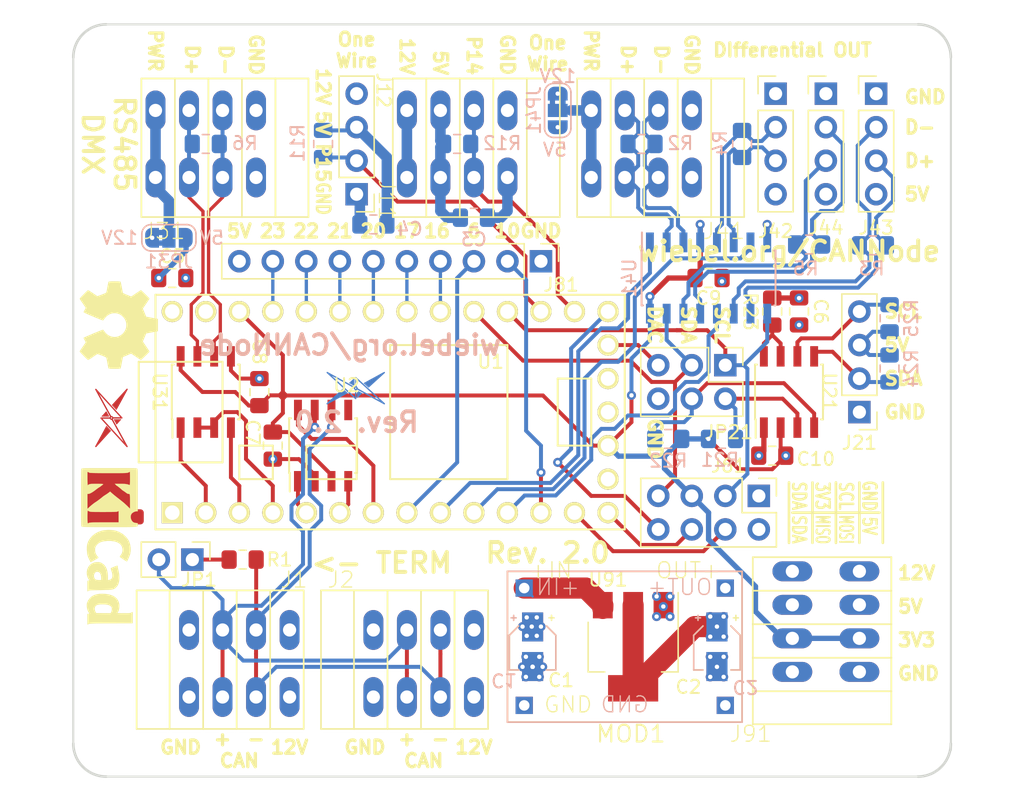
<source format=kicad_pcb>
(kicad_pcb (version 20171130) (host pcbnew 5.0.0)
  (layers (0 F.Cu signal) (1 In1.Cu signal hide) (2 In2.Cu signal hide) (31 B.Cu signal hide) (34 B.Paste user hide) (35 F.Paste user) (36 B.SilkS user hide) (37 F.SilkS user) (38 B.Mask user hide) (39 F.Mask user) (44 Edge.Cuts user))
  (net 0 "")
  (net 1 GND)
  (net 2 +12V)
  (net 3 +5V)
  (net 4 +3V3)
  (net 5 "Net-(J12-Pad2)")
  (net 6 "Net-(J31-Pad4)")
  (net 7 "Net-(J41-Pad4)")
  (net 8 "Net-(J61-Pad4)")
  (net 9 "Net-(J61-Pad6)")
  (net 10 "Net-(J61-Pad8)")
  (net 11 /6)
  (net 12 /10)
  (net 13 /16)
  (net 14 /17)
  (net 15 /20)
  (net 16 /21)
  (net 17 /22)
  (net 18 /23)
  (net 19 "Net-(JP1-Pad1)")
  (net 20 "Net-(R23-Pad1)")
  (net 21 "Net-(U1-Pad18)")
  (net 22 "Net-(U1-Pad15)")
  (net 23 "Net-(U1-Pad32)")
  (net 24 "Net-(U1-Pad7)")
  (net 25 "Net-(U1-Pad6)")
  (net 26 "Net-(U1-Pad5)")
  (net 27 "Net-(U2-Pad5)")
  (net 28 /CAN-)
  (net 29 /CAN+)
  (net 30 /OW14)
  (net 31 /SDA)
  (net 32 /SCL)
  (net 33 /D1+)
  (net 34 /D1-)
  (net 35 /D2+)
  (net 36 /D3+)
  (net 37 /D4+)
  (net 38 /SCL0_16)
  (net 39 /DI1_7)
  (net 40 /RX1)
  (net 41 /TX2)
  (net 42 /UA1+)
  (net 43 /UA1-)
  (net 44 /EN34_9)
  (net 45 /DI2_8)
  (net 46 /UA3EN_2)
  (net 47 /D4-)
  (net 48 /D2-)
  (net 49 /D3-)
  (net 50 /SDA0_17)
  (net 51 "Net-(JP21-Pad5)")
  (net 52 "Net-(JP21-Pad4)")
  (net 53 "Net-(JP21-Pad2)")
  (module Capacitor_SMD:CP_Elec_3x5.4 (layer B.Cu) (at 118.11 83.82 270)
    (fp_text reference C2 (at 3.048 -2.159 180 unlocked) (layer B.SilkS) (effects (justify mirror)))
    (fp_text value CP)
    (pad 2 smd rect (at 1.5 0 270) (size 2.2 1.6) (layers B.Cu B.Paste B.Mask) (net 1 GND))
    (pad 1 smd rect (at -1.5 0 270) (size 2.2 1.6) (layers B.Cu B.Paste B.Mask) (net 3 +5V))
  )
  (module Capacitor_SMD:CP_Elec_3x5.4 (layer B.Cu) (at 104.14 83.82 270)
    (fp_text reference C1 (at 2.54 2.159 180 unlocked) (layer B.SilkS) (effects (justify mirror)))
    (fp_text value CP)
    (pad 1 smd rect (at -1.5 0 270) (size 2.2 1.6) (layers B.Cu B.Paste B.Mask) (net 2 +12V))
    (pad 2 smd rect (at 1.5 0 270) (size 2.2 1.6) (layers B.Cu B.Paste B.Mask) (net 1 GND))
  )
  (module own:LOGO_MID (layer F.Cu) (at 70.993 64.262 270)
    (fp_text reference "" (at -6.7818 -0.2794 270) (layer F.SilkS) (effects (font (size 1.27 1.27))))
    (fp_text value "" (at -6.7818 -0.2794 270) (layer F.SilkS) (effects (font (size 1.27 1.27))))
    (fp_poly (pts (xy 0.049153 -2.466359) (xy 0.029946 -2.462459) (xy 0.013781 -2.451281) (xy 0.003256 -2.434781) (xy 0 -2.415481) (xy 0.004556 -2.396381) (xy 0.016168 -2.38064) (xy 0.032443 -2.365659) (xy 0.065212 -2.33604) (xy 0.081487 -2.321181) (xy 0.097871 -2.306318) (xy 0.11415 -2.291459) (xy 0.130534 -2.2767) (xy 0.146809 -2.261818) (xy 0.163193 -2.246959) (xy 0.195746 -2.21724) (xy 0.212131 -2.202481) (xy 0.228515 -2.1876) (xy 0.24479 -2.17274) (xy 0.261175 -2.157881) (xy 0.277453 -2.143018) (xy 0.293837 -2.12814) (xy 0.310112 -2.113281) (xy 0.326496 -2.0983) (xy 0.342771 -2.083659) (xy 0.359159 -2.0688) (xy 0.375434 -2.053918) (xy 0.391818 -2.039059) (xy 0.408093 -2.0242) (xy 0.424481 -2.00944) (xy 0.440756 -1.994575) (xy 0.473525 -1.964843) (xy 0.4898 -1.949978) (xy 0.506187 -1.935112) (xy 0.522462 -1.920246) (xy 0.538843 -1.905384) (xy 0.555121 -1.890625) (xy 0.571506 -1.875759) (xy 0.587784 -1.860893) (xy 0.604165 -1.846028) (xy 0.62044 -1.831162) (xy 0.636828 -1.816296) (xy 0.653103 -1.80154) (xy 0.669487 -1.786675) (xy 0.685762 -1.771812) (xy 0.702146 -1.756837) (xy 0.718425 -1.742078) (xy 0.751193 -1.712346) (xy 0.767468 -1.697484) (xy 0.783856 -1.682615) (xy 0.800131 -1.667753) (xy 0.816512 -1.652993) (xy 0.83279 -1.638131) (xy 0.849175 -1.623262) (xy 0.865453 -1.608396) (xy 0.881837 -1.593534) (xy 0.898112 -1.578665) (xy 0.914496 -1.563912) (xy 0.930771 -1.549043) (xy 0.947159 -1.534181) (xy 0.963434 -1.519312) (xy 0.979815 -1.504559) (xy 0.996093 -1.48969) (xy 1.028862 -1.459962) (xy 1.045137 -1.445093) (xy 1.061521 -1.430231) (xy 1.0778 -1.415362) (xy 1.094184 -1.40039) (xy 1.110462 -1.385634) (xy 1.143231 -1.355903) (xy 1.159506 -1.341146) (xy 1.175887 -1.326281) (xy 1.192165 -1.311412) (xy 1.20855 -1.29655) (xy 1.219509 -1.286459) (xy 1.230468 -1.276475) (xy 1.241537 -1.266384) (xy 1.252493 -1.276475) (xy 1.263456 -1.286459) (xy 1.274521 -1.29655) (xy 1.290146 -1.310762) (xy 1.305662 -1.324978) (xy 1.415037 -1.424481) (xy 1.430771 -1.438587) (xy 1.446396 -1.452909) (xy 1.461912 -1.467121) (xy 1.493162 -1.49555) (xy 1.508896 -1.509875) (xy 1.524521 -1.524087) (xy 1.540037 -1.538303) (xy 1.555771 -1.552515) (xy 1.571396 -1.566731) (xy 1.58409 -1.57834) (xy 1.596896 -1.589953) (xy 1.60959 -1.601562) (xy 1.622396 -1.613281) (xy 1.592231 -1.629775) (xy 1.577037 -1.638021) (xy 1.561959 -1.646265) (xy 1.523328 -1.667315) (xy 1.504012 -1.677953) (xy 1.48459 -1.688478) (xy 1.465278 -1.699003) (xy 1.42665 -1.720162) (xy 1.407228 -1.730793) (xy 1.387912 -1.741318) (xy 1.368596 -1.751953) (xy 1.349284 -1.762478) (xy 1.329862 -1.773003) (xy 1.310546 -1.783637) (xy 1.291234 -1.794162) (xy 1.271918 -1.804796) (xy 1.252606 -1.815321) (xy 1.233181 -1.825846) (xy 1.213865 -1.836481) (xy 1.194553 -1.847006) (xy 1.175237 -1.857531) (xy 1.136612 -1.878687) (xy 1.117187 -1.889321) (xy 1.097871 -1.899846) (xy 1.078559 -1.910481) (xy 1.059137 -1.921009) (xy 1.039821 -1.931534) (xy 1.020509 -1.942059) (xy 1.001193 -1.95269) (xy 0.981881 -1.963325) (xy 0.962456 -1.97385) (xy 0.94314 -1.984375) (xy 0.923828 -1.995009) (xy 0.904512 -2.00554) (xy 0.8852 -2.016159) (xy 0.865778 -2.0267) (xy 0.846462 -2.037218) (xy 0.827146 -2.047859) (xy 0.807834 -2.058381) (xy 0.788412 -2.069018) (xy 0.749784 -2.090059) (xy 0.730468 -2.100581) (xy 0.711046 -2.111218) (xy 0.691731 -2.121859) (xy 0.672415 -2.132381) (xy 0.652993 -2.143018) (xy 0.633681 -2.15354) (xy 0.614365 -2.164181) (xy 0.595053 -2.1747) (xy 0.575631 -2.185118) (xy 0.556312 -2.195859) (xy 0.537 -2.206381) (xy 0.517578 -2.217018) (xy 0.498262 -2.22754) (xy 0.47895 -2.238181) (xy 0.459637 -2.2487) (xy 0.440212 -2.259218) (xy 0.420896 -2.269859) (xy 0.401584 -2.280381) (xy 0.382268 -2.291018) (xy 0.362846 -2.30154) (xy 0.343534 -2.312059) (xy 0.324218 -2.3227) (xy 0.304906 -2.333218) (xy 0.28559 -2.343859) (xy 0.266168 -2.354381) (xy 0.246853 -2.365018) (xy 0.227431 -2.37554) (xy 0.208115 -2.386181) (xy 0.169487 -2.407218) (xy 0.150065 -2.417759) (xy 0.13075 -2.428381) (xy 0.111437 -2.439018) (xy 0.092121 -2.44954) (xy 0.0727 -2.460059) (xy 0.061306 -2.46474)) (layer F.Cu) (width 0))
    (fp_poly (pts (xy 1.772787 -1.683918) (xy 1.756512 -1.669162) (xy 1.740125 -1.654187) (xy 1.72385 -1.639321) (xy 1.707465 -1.62435) (xy 1.691187 -1.609375) (xy 1.674806 -1.594509) (xy 1.658418 -1.579537) (xy 1.642143 -1.564562) (xy 1.625759 -1.549696) (xy 1.609375 -1.534612) (xy 1.5931 -1.519746) (xy 1.576712 -1.504884) (xy 1.560331 -1.489909) (xy 1.544053 -1.474937) (xy 1.527668 -1.459962) (xy 1.511393 -1.445093) (xy 1.495009 -1.430121) (xy 1.478625 -1.415256) (xy 1.462346 -1.400284) (xy 1.429578 -1.370334) (xy 1.413303 -1.355468) (xy 1.380534 -1.325521) (xy 1.364259 -1.310656) (xy 1.347871 -1.295681) (xy 1.331596 -1.280709) (xy 1.315212 -1.26584) (xy 1.298828 -1.250868) (xy 1.282553 -1.235893) (xy 1.266165 -1.221028) (xy 1.249784 -1.205946) (xy 1.233509 -1.191187) (xy 1.217121 -1.176215) (xy 1.200846 -1.16124) (xy 1.184462 -1.146375) (xy 1.168078 -1.131403) (xy 1.1518 -1.116428) (xy 1.135415 -1.101562) (xy 1.11914 -1.086587) (xy 1.102756 -1.071721) (xy 1.086481 -1.05664) (xy 1.070093 -1.041775) (xy 1.053712 -1.026912) (xy 1.037437 -1.011937) (xy 1.02105 -0.996962) (xy 1.004775 -0.982096) (xy 0.972006 -0.952146) (xy 0.955731 -0.937284) (xy 0.939343 -0.922309) (xy 0.923068 -0.907337) (xy 0.906684 -0.892468) (xy 0.8903 -0.877493) (xy 0.874021 -0.862521) (xy 0.857637 -0.847656) (xy 0.841256 -0.832684) (xy 0.824978 -0.817709) (xy 0.808593 -0.80284) (xy 0.792315 -0.787868) (xy 0.775934 -0.772893) (xy 0.75955 -0.758031) (xy 0.743271 -0.742946) (xy 0.726887 -0.728081) (xy 0.710612 -0.713215) (xy 0.67784 -0.683268) (xy 0.661565 -0.668403) (xy 0.628796 -0.638456) (xy 0.612521 -0.623587) (xy 0.579753 -0.59364) (xy 0.563478 -0.578775) (xy 0.530709 -0.548828) (xy 0.514431 -0.533962) (xy 0.498046 -0.518987) (xy 0.481771 -0.504012) (xy 0.465387 -0.48915) (xy 0.449003 -0.474175) (xy 0.432725 -0.459203) (xy 0.41634 -0.444228) (xy 0.400062 -0.429362) (xy 0.383681 -0.414281) (xy 0.367296 -0.399521) (xy 0.351018 -0.38455) (xy 0.334637 -0.369575) (xy 0.31825 -0.354709) (xy 0.301975 -0.339737) (xy 0.28559 -0.324762) (xy 0.269206 -0.309896) (xy 0.252931 -0.294921) (xy 0.220159 -0.264975) (xy 0.203884 -0.250109) (xy 0.1875 -0.235134) (xy 0.171225 -0.220159) (xy 0.154837 -0.205296) (xy 0.138456 -0.190321) (xy 0.122178 -0.175456) (xy 0.105793 -0.160481) (xy 0.089518 -0.145509) (xy 0.073134 -0.13064) (xy 0.056859 -0.115668) (xy 0.040471 -0.100587) (xy 0.024087 -0.085828) (xy 0.013237 -0.071615) (xy 0.008246 -0.054471) (xy 0.00955 -0.036675) (xy 0.017143 -0.020509) (xy 0.030056 -0.008031) (xy 0.04644 -0.001084) (xy 0.064237 -0.000543) (xy 0.081056 -0.006293) (xy 0.100478 -0.016928) (xy 0.1199 -0.027668) (xy 0.139321 -0.038303) (xy 0.158853 -0.049043) (xy 0.1977 -0.070312) (xy 0.217121 -0.080946) (xy 0.255968 -0.102321) (xy 0.27539 -0.113062) (xy 0.294812 -0.123696) (xy 0.314237 -0.13444) (xy 0.353081 -0.155709) (xy 0.372506 -0.16645) (xy 0.391928 -0.176975) (xy 0.411459 -0.187715) (xy 0.430881 -0.198459) (xy 0.450303 -0.20909) (xy 0.469728 -0.219837) (xy 0.48915 -0.230468) (xy 0.508571 -0.241209) (xy 0.547415 -0.262478) (xy 0.56684 -0.273218) (xy 0.586371 -0.283856) (xy 0.605687 -0.294487) (xy 0.625109 -0.305231) (xy 0.644637 -0.315862) (xy 0.664062 -0.326496) (xy 0.683487 -0.337237) (xy 0.722331 -0.358509) (xy 0.741753 -0.36914) (xy 0.761175 -0.379884) (xy 0.7806 -0.390625) (xy 0.838865 -0.422525) (xy 0.858287 -0.433268) (xy 0.877712 -0.443903) (xy 0.897137 -0.454643) (xy 0.935981 -0.475912) (xy 0.955403 -0.486653) (xy 0.99425 -0.507921) (xy 1.013671 -0.518662) (xy 1.033203 -0.529296) (xy 1.052625 -0.540037) (xy 1.091471 -0.561306) (xy 1.110893 -0.57205) (xy 1.149737 -0.593315) (xy 1.169162 -0.604059) (xy 1.188587 -0.61469) (xy 1.208009 -0.625434) (xy 1.246853 -0.646703) (xy 1.266275 -0.657337) (xy 1.285809 -0.668078) (xy 1.305121 -0.678712) (xy 1.324543 -0.689453) (xy 1.344075 -0.700087) (xy 1.363496 -0.710828) (xy 1.402343 -0.732096) (xy 1.421765 -0.742837) (xy 1.460612 -0.764106) (xy 1.480037 -0.774846) (xy 1.518881 -0.796115) (xy 1.538303 -0.806859) (xy 1.557725 -0.81749) (xy 1.577146 -0.828234) (xy 1.596571 -0.838865) (xy 1.616103 -0.8495) (xy 1.635525 -0.860243) (xy 1.654946 -0.870878) (xy 1.674368 -0.881618) (xy 1.713215 -0.902887) (xy 1.732637 -0.913628) (xy 1.752168 -0.924262) (xy 1.77159 -0.935006) (xy 1.810437 -0.956271) (xy 1.829862 -0.967012) (xy 1.849284 -0.977646) (xy 1.868706 -0.988387) (xy 1.907553 -1.009659) (xy 1.926975 -1.0204) (xy 1.946396 -1.031034) (xy 1.965928 -1.041559) (xy 1.985353 -1.052409) (xy 2.004781 -1.06304) (xy 2.0242 -1.073787) (xy 2.06304 -1.095053) (xy 2.082459 -1.105793) (xy 2.101881 -1.116428) (xy 2.121318 -1.127168) (xy 2.13434 -1.116537) (xy 2.148318 -1.107531) (xy 2.1633 -1.100153) (xy 2.17904 -1.094509) (xy 2.17904 -0.442709) (xy 2.182618 -0.424043) (xy 2.192918 -0.408093) (xy 2.20854 -0.397243) (xy 2.226881 -0.393118) (xy 2.24554 -0.396265) (xy 2.261618 -0.40614) (xy 2.277881 -0.421115) (xy 2.294159 -0.436087) (xy 2.31044 -0.450956) (xy 2.326818 -0.465818) (xy 2.359381 -0.49555) (xy 2.37564 -0.510525) (xy 2.440759 -0.569987) (xy 2.45704 -0.584962) (xy 2.489581 -0.61469) (xy 2.505959 -0.629559) (xy 2.538518 -0.659287) (xy 2.5548 -0.674262) (xy 2.6199 -0.733725) (xy 2.636181 -0.748696) (xy 2.652459 -0.763562) (xy 2.66884 -0.778428) (xy 2.685118 -0.793293) (xy 2.6709 -0.807184) (xy 2.656681 -0.820962) (xy 2.642581 -0.834853) (xy 2.628359 -0.84874) (xy 2.614259 -0.862521) (xy 2.566081 -0.818578) (xy 2.55014 -0.803928) (xy 2.501959 -0.759984) (xy 2.486 -0.745334) (xy 2.453881 -0.716037) (xy 2.43794 -0.701281) (xy 2.3737 -0.642793) (xy 2.35774 -0.628146) (xy 2.32564 -0.59885) (xy 2.309681 -0.584203) (xy 2.277559 -0.554906) (xy 2.277559 -1.100043) (xy 2.2971 -1.110568) (xy 2.314559 -1.124134) (xy 2.330081 -1.139975) (xy 2.28744 -1.18164) (xy 2.273118 -1.195531) (xy 2.2589 -1.209418) (xy 2.2487 -1.19759) (xy 2.235559 -1.189343) (xy 2.220259 -1.186521) (xy 2.201381 -1.190106) (xy 2.185218 -1.200737) (xy 2.174581 -1.216906) (xy 2.171 -1.235787) (xy 2.173718 -1.250759) (xy 2.18154 -1.263781) (xy 2.192918 -1.273871) (xy 2.1786 -1.287868) (xy 2.150181 -1.315646) (xy 2.135859 -1.329537) (xy 2.12164 -1.343534) (xy 2.10764 -1.328884) (xy 2.0956 -1.31239) (xy 2.085818 -1.294812) (xy 2.078559 -1.275825) (xy 2.074218 -1.256078) (xy 2.0727 -1.235787) (xy 2.07314 -1.2245) (xy 2.07444 -1.213215) (xy 2.05524 -1.20269) (xy 1.997287 -1.170787) (xy 1.977971 -1.160262) (xy 1.939343 -1.138996) (xy 1.919921 -1.128362) (xy 1.900715 -1.117731) (xy 1.881293 -1.107206) (xy 1.82335 -1.075303) (xy 1.804037 -1.064778) (xy 1.784831 -1.054143) (xy 1.746203 -1.032878) (xy 1.726887 -1.022353) (xy 1.688259 -1.001087) (xy 1.668943 -0.990562) (xy 1.611003 -0.958659) (xy 1.591687 -0.948134) (xy 1.533743 -0.916234) (xy 1.514431 -0.905709) (xy 1.456487 -0.873806) (xy 1.437175 -0.863281) (xy 1.359915 -0.820746) (xy 1.340603 -0.810112) (xy 1.301975 -0.788953) (xy 1.282662 -0.778428) (xy 1.244034 -0.757162) (xy 1.224828 -0.746637) (xy 1.186196 -0.725368) (xy 1.166884 -0.714843) (xy 1.10894 -0.68294) (xy 1.089628 -0.672415) (xy 1.070421 -0.661784) (xy 1.051106 -0.65115) (xy 1.03179 -0.640625) (xy 0.97385 -0.608725) (xy 0.954537 -0.5982) (xy 0.89659 -0.566296) (xy 0.877278 -0.555771) (xy 0.819337 -0.523871) (xy 0.800021 -0.513346) (xy 0.742078 -0.481443) (xy 0.722762 -0.470918) (xy 0.684137 -0.449653) (xy 0.664821 -0.439128) (xy 0.645615 -0.428493) (xy 0.626303 -0.417753) (xy 0.606987 -0.407337) (xy 0.549043 -0.375434) (xy 0.529731 -0.364909) (xy 0.491103 -0.34364) (xy 0.471896 -0.333115) (xy 0.433268 -0.31185) (xy 0.413953 -0.301325) (xy 0.394637 -0.290687) (xy 0.492296 -0.379884) (xy 0.508571 -0.394856) (xy 0.541125 -0.424587) (xy 0.557509 -0.439453) (xy 0.573787 -0.454318) (xy 0.590062 -0.46929) (xy 0.67144 -0.543618) (xy 0.687715 -0.558593) (xy 0.752821 -0.617946) (xy 0.769206 -0.632921) (xy 0.785481 -0.647787) (xy 0.801759 -0.662762) (xy 0.899412 -0.751953) (xy 0.915687 -0.766928) (xy 0.931965 -0.78179) (xy 0.94835 -0.796659) (xy 0.964628 -0.811521) (xy 0.980793 -0.826281) (xy 0.997178 -0.841256) (xy 1.046009 -0.88585) (xy 1.062284 -0.900825) (xy 1.176215 -1.004884) (xy 1.19249 -1.019856) (xy 1.208765 -1.034612) (xy 1.225043 -1.049587) (xy 1.257593 -1.079318) (xy 1.273981 -1.094184) (xy 1.306534 -1.123912) (xy 1.322809 -1.138781) (xy 1.453015 -1.257812) (xy 1.46929 -1.272787) (xy 1.583225 -1.376843) (xy 1.5995 -1.391818) (xy 1.615778 -1.406684) (xy 1.632162 -1.42155) (xy 1.762368 -1.540471) (xy 1.778646 -1.555446) (xy 1.84375 -1.614909) (xy 1.829537 -1.628687) (xy 1.815321 -1.642578) (xy 1.801215 -1.656359) (xy 1.787 -1.670246)) (layer F.Cu) (width 0))
    (fp_poly (pts (xy 2.122059 -1.070531) (xy 2.049159 -1.0306) (xy 2.030381 -1.02029) (xy 2.0115 -1.01009) (xy 1.992731 -0.999784) (xy 1.973959 -0.989475) (xy 1.955187 -0.979275) (xy 1.936306 -0.969075) (xy 1.917537 -0.958765) (xy 1.898762 -0.948565) (xy 1.87999 -0.938259) (xy 1.861112 -0.928062) (xy 1.842337 -0.917753) (xy 1.823565 -0.907553) (xy 1.804796 -0.897243) (xy 1.786025 -0.887043) (xy 1.767143 -0.876737) (xy 1.752062 -0.868487) (xy 1.736762 -0.860243) (xy 1.706381 -0.84364) (xy 1.71929 -0.832137) (xy 1.732096 -0.820531) (xy 1.745009 -0.808918) (xy 1.757812 -0.797309) (xy 1.773437 -0.782987) (xy 1.789171 -0.768771) (xy 1.804796 -0.75445) (xy 1.820421 -0.740234) (xy 1.836156 -0.726018) (xy 1.851781 -0.711696) (xy 1.867406 -0.697484) (xy 1.883137 -0.683268) (xy 1.898762 -0.668943) (xy 1.914387 -0.654731) (xy 1.930121 -0.640515) (xy 1.945746 -0.626087) (xy 1.961481 -0.611981) (xy 1.977106 -0.597656) (xy 1.992731 -0.58344) (xy 2.008459 -0.569118) (xy 2.039718 -0.540687) (xy 2.0535 -0.528103) (xy 2.067159 -0.515625) (xy 2.08094 -0.503146) (xy 2.108281 -0.478187) (xy 2.122059 -0.465712)) (layer F.Cu) (width 0))
    (fp_poly (pts (xy 1.772787 -1.683918) (xy 1.787 -1.670246) (xy 1.801215 -1.656359) (xy 1.815321 -1.642578) (xy 1.829537 -1.628687) (xy 1.84375 -1.614909) (xy 1.859915 -1.629559) (xy 1.876193 -1.644531) (xy 1.892362 -1.659287) (xy 1.908528 -1.674153) (xy 1.924806 -1.689018) (xy 1.940971 -1.703775) (xy 1.957246 -1.71864) (xy 1.973415 -1.733396) (xy 1.989584 -1.748262) (xy 2.005859 -1.763021) (xy 2.022018 -1.777887) (xy 2.0382 -1.792643) (xy 2.054459 -1.807509) (xy 2.07064 -1.822265) (xy 2.0868 -1.837131) (xy 2.103081 -1.851781) (xy 2.11924 -1.866753) (xy 2.135418 -1.881512) (xy 2.1517 -1.896375) (xy 2.167859 -1.911134) (xy 2.167859 -1.373696) (xy 2.15114 -1.365668) (xy 2.135859 -1.355253) (xy 2.12164 -1.343534) (xy 2.135859 -1.329537) (xy 2.150181 -1.315646) (xy 2.1786 -1.287868) (xy 2.192918 -1.273871) (xy 2.20574 -1.28179) (xy 2.220259 -1.285156) (xy 2.239259 -1.281465) (xy 2.255318 -1.270725) (xy 2.265959 -1.254775) (xy 2.26964 -1.235787) (xy 2.266281 -1.221896) (xy 2.2589 -1.209418) (xy 2.273118 -1.195531) (xy 2.28744 -1.18164) (xy 2.330081 -1.139975) (xy 2.343 -1.156575) (xy 2.353518 -1.174696) (xy 2.36144 -1.194337) (xy 2.366218 -1.214843) (xy 2.36784 -1.235787) (xy 2.367181 -1.250759) (xy 2.3865 -1.261393) (xy 2.405918 -1.271918) (xy 2.42524 -1.282662) (xy 2.444659 -1.293293) (xy 2.483281 -1.314562) (xy 2.52214 -1.335828) (xy 2.560759 -1.357096) (xy 2.580181 -1.367731) (xy 2.5995 -1.378362) (xy 2.618918 -1.388996) (xy 2.657559 -1.410262) (xy 2.676981 -1.420896) (xy 2.696281 -1.431534) (xy 2.715718 -1.442059) (xy 2.75434 -1.463434) (xy 2.773759 -1.474065) (xy 2.812381 -1.495334) (xy 2.8318 -1.505965) (xy 2.85114 -1.516603) (xy 2.870559 -1.527237) (xy 2.889859 -1.537868) (xy 2.909281 -1.548503) (xy 2.928618 -1.559137) (xy 2.948018 -1.569768) (xy 2.96734 -1.580403) (xy 2.986759 -1.591037) (xy 3.025381 -1.612196) (xy 3.0448 -1.622937) (xy 3.06414 -1.633571) (xy 3.083559 -1.644206) (xy 3.122159 -1.665471) (xy 3.141618 -1.676106) (xy 3.160918 -1.68674) (xy 3.18034 -1.697375) (xy 3.218981 -1.71864) (xy 3.238381 -1.729275) (xy 3.277018 -1.75054) (xy 3.29644 -1.761175) (xy 3.335081 -1.782337) (xy 3.3545 -1.792968) (xy 3.41244 -1.824868) (xy 3.431859 -1.835503) (xy 3.451159 -1.846137) (xy 3.470581 -1.856771) (xy 3.489918 -1.867406) (xy 3.50934 -1.878037) (xy 3.547981 -1.899196) (xy 3.5868 -1.920571) (xy 3.62544 -1.94184) (xy 3.644859 -1.952475) (xy 3.683481 -1.97374) (xy 3.702918 -1.984375) (xy 3.722218 -1.995009) (xy 3.74164 -2.00564) (xy 3.799581 -2.03754) (xy 3.819 -2.048181) (xy 3.85764 -2.06934) (xy 3.877059 -2.080081) (xy 3.9157 -2.10134) (xy 3.935118 -2.111981) (xy 3.97374 -2.13324) (xy 3.993159 -2.143881) (xy 4.012481 -2.154518) (xy 4.031881 -2.16514) (xy 4.051218 -2.175781) (xy 4.03494 -2.1608) (xy 4.018559 -2.14594) (xy 4.002281 -2.130959) (xy 3.985881 -2.1161) (xy 3.969618 -2.101118) (xy 3.953218 -2.086159) (xy 3.936859 -2.071281) (xy 3.920581 -2.056318) (xy 3.9042 -2.041459) (xy 3.887918 -2.026481) (xy 3.871518 -2.0115) (xy 3.855259 -1.996637) (xy 3.838859 -1.981662) (xy 3.822581 -1.966796) (xy 3.8062 -1.951821) (xy 3.78994 -1.936959) (xy 3.757159 -1.907009) (xy 3.740881 -1.892143) (xy 3.7245 -1.877168) (xy 3.708218 -1.862196) (xy 3.69184 -1.847331) (xy 3.675559 -1.832465) (xy 3.659281 -1.81749) (xy 3.642918 -1.802625) (xy 3.626518 -1.787653) (xy 3.61024 -1.772787) (xy 3.593981 -1.757812) (xy 3.577581 -1.742946) (xy 3.5613 -1.727971) (xy 3.544918 -1.713109) (xy 3.52864 -1.698134) (xy 3.512259 -1.683268) (xy 3.495981 -1.668293) (xy 3.479618 -1.653428) (xy 3.46334 -1.638456) (xy 3.44694 -1.623587) (xy 3.430659 -1.608615) (xy 3.414281 -1.59364) (xy 3.398 -1.578775) (xy 3.381718 -1.563912) (xy 3.36534 -1.548937) (xy 3.348981 -1.534071) (xy 3.3327 -1.519096) (xy 3.3163 -1.504121) (xy 3.300018 -1.489259) (xy 3.28364 -1.474284) (xy 3.267359 -1.459418) (xy 3.250981 -1.444337) (xy 3.2347 -1.429578) (xy 3.2183 -1.414606) (xy 3.202018 -1.399737) (xy 3.185659 -1.384765) (xy 3.169381 -1.3699) (xy 3.153 -1.354925) (xy 3.136718 -1.339953) (xy 3.12034 -1.325087) (xy 3.104059 -1.310112) (xy 3.087659 -1.295246) (xy 3.071381 -1.280271) (xy 3.055 -1.265409) (xy 3.03874 -1.250434) (xy 3.022481 -1.235568) (xy 3.006081 -1.220593) (xy 2.9898 -1.205731) (xy 2.973418 -1.190756) (xy 2.95714 -1.175887) (xy 2.94074 -1.160809) (xy 2.924481 -1.14605) (xy 2.908081 -1.131187) (xy 2.8918 -1.116212) (xy 2.875559 -1.101343) (xy 2.859159 -1.086371) (xy 2.842881 -1.071506) (xy 2.8265 -1.056534) (xy 2.810218 -1.041559) (xy 2.79384 -1.02669) (xy 2.777559 -1.011828) (xy 2.761281 -0.996853) (xy 2.7449 -0.981987) (xy 2.728618 -0.967012) (xy 2.71224 -0.952146) (xy 2.695959 -0.937175) (xy 2.679581 -0.922309) (xy 2.6632 -0.907337) (xy 2.646918 -0.892253) (xy 2.63054 -0.877493) (xy 2.614259 -0.862521) (xy 2.628359 -0.84874) (xy 2.642581 -0.834853) (xy 2.656681 -0.820962) (xy 2.6709 -0.807184) (xy 2.685118 -0.793293) (xy 2.783418 -0.883031) (xy 2.7998 -0.898218) (xy 2.8162 -0.913087) (xy 2.832581 -0.928062) (xy 2.86534 -0.958009) (xy 2.881718 -0.97309) (xy 2.898118 -0.987956) (xy 2.9145 -1.002931) (xy 2.930781 -1.017903) (xy 3.192918 -1.257487) (xy 3.2093 -1.272568) (xy 3.2258 -1.287543) (xy 3.27494 -1.332465) (xy 3.291218 -1.347437) (xy 3.307618 -1.362196) (xy 3.602518 -1.631837) (xy 3.6188 -1.646812) (xy 3.6353 -1.661784) (xy 3.668081 -1.691731) (xy 3.684359 -1.706706) (xy 3.70084 -1.721681) (xy 3.717218 -1.736653) (xy 3.7335 -1.751628) (xy 3.766281 -1.781575) (xy 3.782781 -1.79655) (xy 3.799159 -1.811521) (xy 3.815418 -1.826496) (xy 3.831918 -1.841362) (xy 3.8482 -1.856443) (xy 3.8647 -1.871418) (xy 3.881081 -1.886393) (xy 3.897359 -1.901365) (xy 3.913759 -1.91634) (xy 3.930218 -1.931312) (xy 3.995781 -1.991212) (xy 4.012059 -2.006181) (xy 4.028418 -2.021159) (xy 4.044918 -2.03614) (xy 4.0612 -2.0511) (xy 4.356118 -2.32054) (xy 4.3725 -2.335718) (xy 4.421659 -2.38064) (xy 4.433481 -2.396381) (xy 4.43814 -2.415359) (xy 4.434881 -2.434781) (xy 4.424159 -2.451281) (xy 4.407781 -2.462559) (xy 4.38834 -2.466359) (xy 4.3762 -2.46474) (xy 4.3648 -2.460059) (xy 4.32594 -2.4388) (xy 4.306518 -2.428059) (xy 4.287 -2.417418) (xy 4.267581 -2.4068) (xy 4.248159 -2.39604) (xy 4.228718 -2.3853) (xy 4.2093 -2.374681) (xy 4.170481 -2.3534) (xy 4.151059 -2.342659) (xy 4.1122 -2.3214) (xy 4.092781 -2.310659) (xy 4.073359 -2.300018) (xy 4.053918 -2.289281) (xy 4.0345 -2.27864) (xy 4.015081 -2.2679) (xy 3.995559 -2.257259) (xy 3.97614 -2.24664) (xy 3.9567 -2.2359) (xy 3.937281 -2.225259) (xy 3.917859 -2.214518) (xy 3.879018 -2.193259) (xy 3.859581 -2.1825) (xy 3.82074 -2.16124) (xy 3.80134 -2.1504) (xy 3.762481 -2.12924) (xy 3.743059 -2.118481) (xy 3.704218 -2.097118) (xy 3.684781 -2.086481) (xy 3.64594 -2.065218) (xy 3.626518 -2.054459) (xy 3.607081 -2.04384) (xy 3.587659 -2.0331) (xy 3.54884 -2.011818) (xy 3.529418 -2.001081) (xy 3.490559 -1.979815) (xy 3.47114 -1.969075) (xy 3.4323 -1.947809) (xy 3.412859 -1.937065) (xy 3.39344 -1.926434) (xy 3.374018 -1.915687) (xy 3.335159 -1.894421) (xy 3.31574 -1.883681) (xy 3.296218 -1.873046) (xy 3.276918 -1.862412) (xy 3.257381 -1.851671) (xy 3.23794 -1.841037) (xy 3.218518 -1.830293) (xy 3.1797 -1.808918) (xy 3.160281 -1.798287) (xy 3.121418 -1.777018) (xy 3.102 -1.766275) (xy 3.082581 -1.75564) (xy 3.06314 -1.7449) (xy 3.0243 -1.723634) (xy 3.004881 -1.71289) (xy 2.966018 -1.691621) (xy 2.946618 -1.680881) (xy 2.907781 -1.659612) (xy 2.88834 -1.648871) (xy 2.868918 -1.638237) (xy 2.8495 -1.627493) (xy 2.830081 -1.616862) (xy 2.810559 -1.606228) (xy 2.791118 -1.595487) (xy 2.7717 -1.584853) (xy 2.752281 -1.574003) (xy 2.71344 -1.55284) (xy 2.694018 -1.5421) (xy 2.674581 -1.531465) (xy 2.655159 -1.520725) (xy 2.63574 -1.51009) (xy 2.616218 -1.49935) (xy 2.577359 -1.478081) (xy 2.55794 -1.467337) (xy 2.5191 -1.446071) (xy 2.499781 -1.435331) (xy 2.480259 -1.424696) (xy 2.460818 -1.414062) (xy 2.4414 -1.403318) (xy 2.421981 -1.392687) (xy 2.402559 -1.381837) (xy 2.363718 -1.360678) (xy 2.3443 -1.349937) (xy 2.324859 -1.3393) (xy 2.311959 -1.350912) (xy 2.297859 -1.360893) (xy 2.282559 -1.36914) (xy 2.2665 -1.375759) (xy 2.2665 -2.023318) (xy 2.263018 -2.041881) (xy 2.252818 -2.057718) (xy 2.2373 -2.068459) (xy 2.218859 -2.0727) (xy 2.200081 -2.069659) (xy 2.183818 -2.059781) (xy 2.168081 -2.045359) (xy 2.15224 -2.030918) (xy 2.1364 -2.016381) (xy 2.120659 -2.001959) (xy 2.088981 -1.97309) (xy 2.07324 -1.958659) (xy 2.0574 -1.944228) (xy 2.041559 -1.929687) (xy 2.025718 -1.915256) (xy 2.009981 -1.900825) (xy 1.9783 -1.871962) (xy 1.962562 -1.857421) (xy 1.930881 -1.828559) (xy 1.915146 -1.814128) (xy 1.883462 -1.785262) (xy 1.867621 -1.770725) (xy 1.851887 -1.756293) (xy 1.836046 -1.741862) (xy 1.820312 -1.727431) (xy 1.804468 -1.71289) (xy 1.788628 -1.698459)) (layer F.Cu) (width 0))
    (fp_poly (pts (xy 2.318581 -1.995225) (xy 2.318581 -1.4018) (xy 2.3915 -1.441731) (xy 2.428159 -1.461696) (xy 2.4464 -1.471681) (xy 2.501418 -1.501628) (xy 2.51964 -1.511503) (xy 2.537981 -1.521484) (xy 2.574659 -1.54145) (xy 2.592881 -1.551434) (xy 2.629559 -1.571396) (xy 2.647781 -1.581381) (xy 2.666118 -1.591362) (xy 2.726881 -1.62435) (xy 2.714081 -1.635959) (xy 2.701181 -1.647568) (xy 2.688359 -1.659287) (xy 2.675559 -1.670896) (xy 2.64324 -1.700193) (xy 2.627059 -1.714953) (xy 2.6109 -1.7296) (xy 2.594718 -1.744359) (xy 2.5624 -1.773656) (xy 2.54634 -1.788303) (xy 2.530159 -1.803062) (xy 2.49784 -1.832356) (xy 2.481659 -1.847112) (xy 2.4655 -1.861762) (xy 2.449318 -1.876518) (xy 2.417 -1.905815) (xy 2.400818 -1.920571) (xy 2.38444 -1.935437) (xy 2.36794 -1.950412) (xy 2.351459 -1.965168) (xy 2.335059 -1.980253)) (layer F.Cu) (width 0))
    (fp_poly (pts (xy 3.193259 -1.200087) (xy 3.1823 -1.189993) (xy 3.171218 -1.179906) (xy 3.160281 -1.169812) (xy 3.113381 -1.127168) (xy 3.097659 -1.112956) (xy 3.035159 -1.056096) (xy 3.019418 -1.041884) (xy 2.9413 -0.970812) (xy 2.925559 -0.956596) (xy 2.863059 -0.899737) (xy 2.85014 -0.888131) (xy 2.837359 -0.876412) (xy 2.82444 -0.8648) (xy 2.81164 -0.853187) (xy 2.872381 -0.820203) (xy 2.891718 -0.809568) (xy 2.91114 -0.799043) (xy 2.93044 -0.788518) (xy 2.949759 -0.777887) (xy 2.969081 -0.767253) (xy 2.9885 -0.756728) (xy 3.0078 -0.746203) (xy 3.02714 -0.735568) (xy 3.046559 -0.725043) (xy 3.065859 -0.714518) (xy 3.085159 -0.703884) (xy 3.1045 -0.693359) (xy 3.123918 -0.682834) (xy 3.143218 -0.6722) (xy 3.162559 -0.661675) (xy 3.181859 -0.65104) (xy 3.201159 -0.640515) (xy 3.220581 -0.62999) (xy 3.239918 -0.619359) (xy 3.278518 -0.598309) (xy 3.297981 -0.587675) (xy 3.317281 -0.577146) (xy 3.336581 -0.566512) (xy 3.355918 -0.555987) (xy 3.37534 -0.545356) (xy 3.41394 -0.524196) (xy 3.433381 -0.513671) (xy 3.4527 -0.503146) (xy 3.472 -0.492512) (xy 3.51064 -0.471462) (xy 3.530059 -0.460828) (xy 3.549359 -0.450303) (xy 3.5687 -0.439668) (xy 3.588 -0.429143) (xy 3.607418 -0.418618) (xy 3.626759 -0.407987) (xy 3.646159 -0.397462) (xy 3.665481 -0.386828) (xy 3.704118 -0.365668) (xy 3.723518 -0.355143) (xy 3.74284 -0.344618) (xy 3.762159 -0.333984) (xy 3.781581 -0.323459) (xy 3.800881 -0.312825) (xy 3.8202 -0.3023) (xy 3.83964 -0.291559) (xy 3.878259 -0.270615) (xy 3.897659 -0.259981) (xy 3.917 -0.249459) (xy 3.9363 -0.238825) (xy 3.955718 -0.228296) (xy 3.975059 -0.217662) (xy 3.994359 -0.20714) (xy 4.013781 -0.196615) (xy 4.033081 -0.185981) (xy 4.052418 -0.175456) (xy 4.071718 -0.164821) (xy 4.09114 -0.154296) (xy 4.110481 -0.143771) (xy 4.129781 -0.133028) (xy 4.149081 -0.122612) (xy 4.1685 -0.111978) (xy 4.18784 -0.101453) (xy 4.20724 -0.090818) (xy 4.226559 -0.080293) (xy 4.245881 -0.069662) (xy 4.2653 -0.059137) (xy 4.284618 -0.048503) (xy 4.303918 -0.037978) (xy 4.32324 -0.027453) (xy 4.342659 -0.016818) (xy 4.361981 -0.006293) (xy 4.3788 -0.000978) (xy 4.396381 -0.001843) (xy 4.412559 -0.008896) (xy 4.42514 -0.021265) (xy 4.432618 -0.037218) (xy 4.434018 -0.054796) (xy 4.42914 -0.071721) (xy 4.418618 -0.085828) (xy 4.385859 -0.115559) (xy 4.369581 -0.130315) (xy 4.3532 -0.145181) (xy 4.336918 -0.160046) (xy 4.320518 -0.174912) (xy 4.304259 -0.189778) (xy 4.287859 -0.204643) (xy 4.271581 -0.219403) (xy 4.255218 -0.234265) (xy 4.23894 -0.249131) (xy 4.222559 -0.263996) (xy 4.206281 -0.278862) (xy 4.189881 -0.293728) (xy 4.173618 -0.308593) (xy 4.157218 -0.323459) (xy 4.14094 -0.338215) (xy 4.124559 -0.353081) (xy 4.108281 -0.367946) (xy 4.091918 -0.382812) (xy 4.07564 -0.397678) (xy 4.05924 -0.412437) (xy 4.042981 -0.4273) (xy 4.026581 -0.442059) (xy 4.0103 -0.457031) (xy 3.977518 -0.486762) (xy 3.96124 -0.501628) (xy 3.944881 -0.516493) (xy 3.928618 -0.53114) (xy 3.912218 -0.546115) (xy 3.89594 -0.560981) (xy 3.879559 -0.575846) (xy 3.863281 -0.590712) (xy 3.846881 -0.605468) (xy 3.830618 -0.620334) (xy 3.814259 -0.6352) (xy 3.797981 -0.650062) (xy 3.781581 -0.664931) (xy 3.7653 -0.679796) (xy 3.748918 -0.694662) (xy 3.73264 -0.709418) (xy 3.699859 -0.73915) (xy 3.683581 -0.754012) (xy 3.667218 -0.768881) (xy 3.65094 -0.783743) (xy 3.634559 -0.798503) (xy 3.618281 -0.813478) (xy 3.601881 -0.828234) (xy 3.585618 -0.8431) (xy 3.569218 -0.857962) (xy 3.55294 -0.872831) (xy 3.5202 -0.902562) (xy 3.503918 -0.917315) (xy 3.48764 -0.932184) (xy 3.47124 -0.94705) (xy 3.454981 -0.961912) (xy 3.4222 -0.991643) (xy 3.405918 -1.006512) (xy 3.389518 -1.021375) (xy 3.373281 -1.036134) (xy 3.356881 -1.050996) (xy 3.340618 -1.065862) (xy 3.30784 -1.095593) (xy 3.291559 -1.110462) (xy 3.275159 -1.125325) (xy 3.258881 -1.14019) (xy 3.2425 -1.154946) (xy 3.22624 -1.169812) (xy 3.215281 -1.179906) (xy 3.204218 -1.189993)) (layer F.Cu) (width 0))
  )
  (module own:LOGO_MID (layer B.Cu) (at 88.519 62.992)
    (fp_text reference "" (at -6.7818 0.2794) (layer B.SilkS) (effects (font (size 1.27 1.27)) (justify mirror)))
    (fp_text value "" (at -6.7818 0.2794) (layer B.SilkS) (effects (font (size 1.27 1.27)) (justify mirror)))
    (fp_poly (pts (xy 3.193259 1.200087) (xy 3.1823 1.189993) (xy 3.171218 1.179906) (xy 3.160281 1.169812) (xy 3.113381 1.127168) (xy 3.097659 1.112956) (xy 3.035159 1.056096) (xy 3.019418 1.041884) (xy 2.9413 0.970812) (xy 2.925559 0.956596) (xy 2.863059 0.899737) (xy 2.85014 0.888131) (xy 2.837359 0.876412) (xy 2.82444 0.8648) (xy 2.81164 0.853187) (xy 2.872381 0.820203) (xy 2.891718 0.809568) (xy 2.91114 0.799043) (xy 2.93044 0.788518) (xy 2.949759 0.777887) (xy 2.969081 0.767253) (xy 2.9885 0.756728) (xy 3.0078 0.746203) (xy 3.02714 0.735568) (xy 3.046559 0.725043) (xy 3.065859 0.714518) (xy 3.085159 0.703884) (xy 3.1045 0.693359) (xy 3.123918 0.682834) (xy 3.143218 0.6722) (xy 3.162559 0.661675) (xy 3.181859 0.65104) (xy 3.201159 0.640515) (xy 3.220581 0.62999) (xy 3.239918 0.619359) (xy 3.278518 0.598309) (xy 3.297981 0.587675) (xy 3.317281 0.577146) (xy 3.336581 0.566512) (xy 3.355918 0.555987) (xy 3.37534 0.545356) (xy 3.41394 0.524196) (xy 3.433381 0.513671) (xy 3.4527 0.503146) (xy 3.472 0.492512) (xy 3.51064 0.471462) (xy 3.530059 0.460828) (xy 3.549359 0.450303) (xy 3.5687 0.439668) (xy 3.588 0.429143) (xy 3.607418 0.418618) (xy 3.626759 0.407987) (xy 3.646159 0.397462) (xy 3.665481 0.386828) (xy 3.704118 0.365668) (xy 3.723518 0.355143) (xy 3.74284 0.344618) (xy 3.762159 0.333984) (xy 3.781581 0.323459) (xy 3.800881 0.312825) (xy 3.8202 0.3023) (xy 3.83964 0.291559) (xy 3.878259 0.270615) (xy 3.897659 0.259981) (xy 3.917 0.249459) (xy 3.9363 0.238825) (xy 3.955718 0.228296) (xy 3.975059 0.217662) (xy 3.994359 0.20714) (xy 4.013781 0.196615) (xy 4.033081 0.185981) (xy 4.052418 0.175456) (xy 4.071718 0.164821) (xy 4.09114 0.154296) (xy 4.110481 0.143771) (xy 4.129781 0.133028) (xy 4.149081 0.122612) (xy 4.1685 0.111978) (xy 4.18784 0.101453) (xy 4.20724 0.090818) (xy 4.226559 0.080293) (xy 4.245881 0.069662) (xy 4.2653 0.059137) (xy 4.284618 0.048503) (xy 4.303918 0.037978) (xy 4.32324 0.027453) (xy 4.342659 0.016818) (xy 4.361981 0.006293) (xy 4.3788 0.000978) (xy 4.396381 0.001843) (xy 4.412559 0.008896) (xy 4.42514 0.021265) (xy 4.432618 0.037218) (xy 4.434018 0.054796) (xy 4.42914 0.071721) (xy 4.418618 0.085828) (xy 4.385859 0.115559) (xy 4.369581 0.130315) (xy 4.3532 0.145181) (xy 4.336918 0.160046) (xy 4.320518 0.174912) (xy 4.304259 0.189778) (xy 4.287859 0.204643) (xy 4.271581 0.219403) (xy 4.255218 0.234265) (xy 4.23894 0.249131) (xy 4.222559 0.263996) (xy 4.206281 0.278862) (xy 4.189881 0.293728) (xy 4.173618 0.308593) (xy 4.157218 0.323459) (xy 4.14094 0.338215) (xy 4.124559 0.353081) (xy 4.108281 0.367946) (xy 4.091918 0.382812) (xy 4.07564 0.397678) (xy 4.05924 0.412437) (xy 4.042981 0.4273) (xy 4.026581 0.442059) (xy 4.0103 0.457031) (xy 3.977518 0.486762) (xy 3.96124 0.501628) (xy 3.944881 0.516493) (xy 3.928618 0.53114) (xy 3.912218 0.546115) (xy 3.89594 0.560981) (xy 3.879559 0.575846) (xy 3.863281 0.590712) (xy 3.846881 0.605468) (xy 3.830618 0.620334) (xy 3.814259 0.6352) (xy 3.797981 0.650062) (xy 3.781581 0.664931) (xy 3.7653 0.679796) (xy 3.748918 0.694662) (xy 3.73264 0.709418) (xy 3.699859 0.73915) (xy 3.683581 0.754012) (xy 3.667218 0.768881) (xy 3.65094 0.783743) (xy 3.634559 0.798503) (xy 3.618281 0.813478) (xy 3.601881 0.828234) (xy 3.585618 0.8431) (xy 3.569218 0.857962) (xy 3.55294 0.872831) (xy 3.5202 0.902562) (xy 3.503918 0.917315) (xy 3.48764 0.932184) (xy 3.47124 0.94705) (xy 3.454981 0.961912) (xy 3.4222 0.991643) (xy 3.405918 1.006512) (xy 3.389518 1.021375) (xy 3.373281 1.036134) (xy 3.356881 1.050996) (xy 3.340618 1.065862) (xy 3.30784 1.095593) (xy 3.291559 1.110462) (xy 3.275159 1.125325) (xy 3.258881 1.14019) (xy 3.2425 1.154946) (xy 3.22624 1.169812) (xy 3.215281 1.179906) (xy 3.204218 1.189993)) (layer B.Cu) (width 0))
    (fp_poly (pts (xy 2.318581 1.995225) (xy 2.318581 1.4018) (xy 2.3915 1.441731) (xy 2.428159 1.461696) (xy 2.4464 1.471681) (xy 2.501418 1.501628) (xy 2.51964 1.511503) (xy 2.537981 1.521484) (xy 2.574659 1.54145) (xy 2.592881 1.551434) (xy 2.629559 1.571396) (xy 2.647781 1.581381) (xy 2.666118 1.591362) (xy 2.726881 1.62435) (xy 2.714081 1.635959) (xy 2.701181 1.647568) (xy 2.688359 1.659287) (xy 2.675559 1.670896) (xy 2.64324 1.700193) (xy 2.627059 1.714953) (xy 2.6109 1.7296) (xy 2.594718 1.744359) (xy 2.5624 1.773656) (xy 2.54634 1.788303) (xy 2.530159 1.803062) (xy 2.49784 1.832356) (xy 2.481659 1.847112) (xy 2.4655 1.861762) (xy 2.449318 1.876518) (xy 2.417 1.905815) (xy 2.400818 1.920571) (xy 2.38444 1.935437) (xy 2.36794 1.950412) (xy 2.351459 1.965168) (xy 2.335059 1.980253)) (layer B.Cu) (width 0))
    (fp_poly (pts (xy 1.772787 1.683918) (xy 1.787 1.670246) (xy 1.801215 1.656359) (xy 1.815321 1.642578) (xy 1.829537 1.628687) (xy 1.84375 1.614909) (xy 1.859915 1.629559) (xy 1.876193 1.644531) (xy 1.892362 1.659287) (xy 1.908528 1.674153) (xy 1.924806 1.689018) (xy 1.940971 1.703775) (xy 1.957246 1.71864) (xy 1.973415 1.733396) (xy 1.989584 1.748262) (xy 2.005859 1.763021) (xy 2.022018 1.777887) (xy 2.0382 1.792643) (xy 2.054459 1.807509) (xy 2.07064 1.822265) (xy 2.0868 1.837131) (xy 2.103081 1.851781) (xy 2.11924 1.866753) (xy 2.135418 1.881512) (xy 2.1517 1.896375) (xy 2.167859 1.911134) (xy 2.167859 1.373696) (xy 2.15114 1.365668) (xy 2.135859 1.355253) (xy 2.12164 1.343534) (xy 2.135859 1.329537) (xy 2.150181 1.315646) (xy 2.1786 1.287868) (xy 2.192918 1.273871) (xy 2.20574 1.28179) (xy 2.220259 1.285156) (xy 2.239259 1.281465) (xy 2.255318 1.270725) (xy 2.265959 1.254775) (xy 2.26964 1.235787) (xy 2.266281 1.221896) (xy 2.2589 1.209418) (xy 2.273118 1.195531) (xy 2.28744 1.18164) (xy 2.330081 1.139975) (xy 2.343 1.156575) (xy 2.353518 1.174696) (xy 2.36144 1.194337) (xy 2.366218 1.214843) (xy 2.36784 1.235787) (xy 2.367181 1.250759) (xy 2.3865 1.261393) (xy 2.405918 1.271918) (xy 2.42524 1.282662) (xy 2.444659 1.293293) (xy 2.483281 1.314562) (xy 2.52214 1.335828) (xy 2.560759 1.357096) (xy 2.580181 1.367731) (xy 2.5995 1.378362) (xy 2.618918 1.388996) (xy 2.657559 1.410262) (xy 2.676981 1.420896) (xy 2.696281 1.431534) (xy 2.715718 1.442059) (xy 2.75434 1.463434) (xy 2.773759 1.474065) (xy 2.812381 1.495334) (xy 2.8318 1.505965) (xy 2.85114 1.516603) (xy 2.870559 1.527237) (xy 2.889859 1.537868) (xy 2.909281 1.548503) (xy 2.928618 1.559137) (xy 2.948018 1.569768) (xy 2.96734 1.580403) (xy 2.986759 1.591037) (xy 3.025381 1.612196) (xy 3.0448 1.622937) (xy 3.06414 1.633571) (xy 3.083559 1.644206) (xy 3.122159 1.665471) (xy 3.141618 1.676106) (xy 3.160918 1.68674) (xy 3.18034 1.697375) (xy 3.218981 1.71864) (xy 3.238381 1.729275) (xy 3.277018 1.75054) (xy 3.29644 1.761175) (xy 3.335081 1.782337) (xy 3.3545 1.792968) (xy 3.41244 1.824868) (xy 3.431859 1.835503) (xy 3.451159 1.846137) (xy 3.470581 1.856771) (xy 3.489918 1.867406) (xy 3.50934 1.878037) (xy 3.547981 1.899196) (xy 3.5868 1.920571) (xy 3.62544 1.94184) (xy 3.644859 1.952475) (xy 3.683481 1.97374) (xy 3.702918 1.984375) (xy 3.722218 1.995009) (xy 3.74164 2.00564) (xy 3.799581 2.03754) (xy 3.819 2.048181) (xy 3.85764 2.06934) (xy 3.877059 2.080081) (xy 3.9157 2.10134) (xy 3.935118 2.111981) (xy 3.97374 2.13324) (xy 3.993159 2.143881) (xy 4.012481 2.154518) (xy 4.031881 2.16514) (xy 4.051218 2.175781) (xy 4.03494 2.1608) (xy 4.018559 2.14594) (xy 4.002281 2.130959) (xy 3.985881 2.1161) (xy 3.969618 2.101118) (xy 3.953218 2.086159) (xy 3.936859 2.071281) (xy 3.920581 2.056318) (xy 3.9042 2.041459) (xy 3.887918 2.026481) (xy 3.871518 2.0115) (xy 3.855259 1.996637) (xy 3.838859 1.981662) (xy 3.822581 1.966796) (xy 3.8062 1.951821) (xy 3.78994 1.936959) (xy 3.757159 1.907009) (xy 3.740881 1.892143) (xy 3.7245 1.877168) (xy 3.708218 1.862196) (xy 3.69184 1.847331) (xy 3.675559 1.832465) (xy 3.659281 1.81749) (xy 3.642918 1.802625) (xy 3.626518 1.787653) (xy 3.61024 1.772787) (xy 3.593981 1.757812) (xy 3.577581 1.742946) (xy 3.5613 1.727971) (xy 3.544918 1.713109) (xy 3.52864 1.698134) (xy 3.512259 1.683268) (xy 3.495981 1.668293) (xy 3.479618 1.653428) (xy 3.46334 1.638456) (xy 3.44694 1.623587) (xy 3.430659 1.608615) (xy 3.414281 1.59364) (xy 3.398 1.578775) (xy 3.381718 1.563912) (xy 3.36534 1.548937) (xy 3.348981 1.534071) (xy 3.3327 1.519096) (xy 3.3163 1.504121) (xy 3.300018 1.489259) (xy 3.28364 1.474284) (xy 3.267359 1.459418) (xy 3.250981 1.444337) (xy 3.2347 1.429578) (xy 3.2183 1.414606) (xy 3.202018 1.399737) (xy 3.185659 1.384765) (xy 3.169381 1.3699) (xy 3.153 1.354925) (xy 3.136718 1.339953) (xy 3.12034 1.325087) (xy 3.104059 1.310112) (xy 3.087659 1.295246) (xy 3.071381 1.280271) (xy 3.055 1.265409) (xy 3.03874 1.250434) (xy 3.022481 1.235568) (xy 3.006081 1.220593) (xy 2.9898 1.205731) (xy 2.973418 1.190756) (xy 2.95714 1.175887) (xy 2.94074 1.160809) (xy 2.924481 1.14605) (xy 2.908081 1.131187) (xy 2.8918 1.116212) (xy 2.875559 1.101343) (xy 2.859159 1.086371) (xy 2.842881 1.071506) (xy 2.8265 1.056534) (xy 2.810218 1.041559) (xy 2.79384 1.02669) (xy 2.777559 1.011828) (xy 2.761281 0.996853) (xy 2.7449 0.981987) (xy 2.728618 0.967012) (xy 2.71224 0.952146) (xy 2.695959 0.937175) (xy 2.679581 0.922309) (xy 2.6632 0.907337) (xy 2.646918 0.892253) (xy 2.63054 0.877493) (xy 2.614259 0.862521) (xy 2.628359 0.84874) (xy 2.642581 0.834853) (xy 2.656681 0.820962) (xy 2.6709 0.807184) (xy 2.685118 0.793293) (xy 2.783418 0.883031) (xy 2.7998 0.898218) (xy 2.8162 0.913087) (xy 2.832581 0.928062) (xy 2.86534 0.958009) (xy 2.881718 0.97309) (xy 2.898118 0.987956) (xy 2.9145 1.002931) (xy 2.930781 1.017903) (xy 3.192918 1.257487) (xy 3.2093 1.272568) (xy 3.2258 1.287543) (xy 3.27494 1.332465) (xy 3.291218 1.347437) (xy 3.307618 1.362196) (xy 3.602518 1.631837) (xy 3.6188 1.646812) (xy 3.6353 1.661784) (xy 3.668081 1.691731) (xy 3.684359 1.706706) (xy 3.70084 1.721681) (xy 3.717218 1.736653) (xy 3.7335 1.751628) (xy 3.766281 1.781575) (xy 3.782781 1.79655) (xy 3.799159 1.811521) (xy 3.815418 1.826496) (xy 3.831918 1.841362) (xy 3.8482 1.856443) (xy 3.8647 1.871418) (xy 3.881081 1.886393) (xy 3.897359 1.901365) (xy 3.913759 1.91634) (xy 3.930218 1.931312) (xy 3.995781 1.991212) (xy 4.012059 2.006181) (xy 4.028418 2.021159) (xy 4.044918 2.03614) (xy 4.0612 2.0511) (xy 4.356118 2.32054) (xy 4.3725 2.335718) (xy 4.421659 2.38064) (xy 4.433481 2.396381) (xy 4.43814 2.415359) (xy 4.434881 2.434781) (xy 4.424159 2.451281) (xy 4.407781 2.462559) (xy 4.38834 2.466359) (xy 4.3762 2.46474) (xy 4.3648 2.460059) (xy 4.32594 2.4388) (xy 4.306518 2.428059) (xy 4.287 2.417418) (xy 4.267581 2.4068) (xy 4.248159 2.39604) (xy 4.228718 2.3853) (xy 4.2093 2.374681) (xy 4.170481 2.3534) (xy 4.151059 2.342659) (xy 4.1122 2.3214) (xy 4.092781 2.310659) (xy 4.073359 2.300018) (xy 4.053918 2.289281) (xy 4.0345 2.27864) (xy 4.015081 2.2679) (xy 3.995559 2.257259) (xy 3.97614 2.24664) (xy 3.9567 2.2359) (xy 3.937281 2.225259) (xy 3.917859 2.214518) (xy 3.879018 2.193259) (xy 3.859581 2.1825) (xy 3.82074 2.16124) (xy 3.80134 2.1504) (xy 3.762481 2.12924) (xy 3.743059 2.118481) (xy 3.704218 2.097118) (xy 3.684781 2.086481) (xy 3.64594 2.065218) (xy 3.626518 2.054459) (xy 3.607081 2.04384) (xy 3.587659 2.0331) (xy 3.54884 2.011818) (xy 3.529418 2.001081) (xy 3.490559 1.979815) (xy 3.47114 1.969075) (xy 3.4323 1.947809) (xy 3.412859 1.937065) (xy 3.39344 1.926434) (xy 3.374018 1.915687) (xy 3.335159 1.894421) (xy 3.31574 1.883681) (xy 3.296218 1.873046) (xy 3.276918 1.862412) (xy 3.257381 1.851671) (xy 3.23794 1.841037) (xy 3.218518 1.830293) (xy 3.1797 1.808918) (xy 3.160281 1.798287) (xy 3.121418 1.777018) (xy 3.102 1.766275) (xy 3.082581 1.75564) (xy 3.06314 1.7449) (xy 3.0243 1.723634) (xy 3.004881 1.71289) (xy 2.966018 1.691621) (xy 2.946618 1.680881) (xy 2.907781 1.659612) (xy 2.88834 1.648871) (xy 2.868918 1.638237) (xy 2.8495 1.627493) (xy 2.830081 1.616862) (xy 2.810559 1.606228) (xy 2.791118 1.595487) (xy 2.7717 1.584853) (xy 2.752281 1.574003) (xy 2.71344 1.55284) (xy 2.694018 1.5421) (xy 2.674581 1.531465) (xy 2.655159 1.520725) (xy 2.63574 1.51009) (xy 2.616218 1.49935) (xy 2.577359 1.478081) (xy 2.55794 1.467337) (xy 2.5191 1.446071) (xy 2.499781 1.435331) (xy 2.480259 1.424696) (xy 2.460818 1.414062) (xy 2.4414 1.403318) (xy 2.421981 1.392687) (xy 2.402559 1.381837) (xy 2.363718 1.360678) (xy 2.3443 1.349937) (xy 2.324859 1.3393) (xy 2.311959 1.350912) (xy 2.297859 1.360893) (xy 2.282559 1.36914) (xy 2.2665 1.375759) (xy 2.2665 2.023318) (xy 2.263018 2.041881) (xy 2.252818 2.057718) (xy 2.2373 2.068459) (xy 2.218859 2.0727) (xy 2.200081 2.069659) (xy 2.183818 2.059781) (xy 2.168081 2.045359) (xy 2.15224 2.030918) (xy 2.1364 2.016381) (xy 2.120659 2.001959) (xy 2.088981 1.97309) (xy 2.07324 1.958659) (xy 2.0574 1.944228) (xy 2.041559 1.929687) (xy 2.025718 1.915256) (xy 2.009981 1.900825) (xy 1.9783 1.871962) (xy 1.962562 1.857421) (xy 1.930881 1.828559) (xy 1.915146 1.814128) (xy 1.883462 1.785262) (xy 1.867621 1.770725) (xy 1.851887 1.756293) (xy 1.836046 1.741862) (xy 1.820312 1.727431) (xy 1.804468 1.71289) (xy 1.788628 1.698459)) (layer B.Cu) (width 0))
    (fp_poly (pts (xy 2.122059 1.070531) (xy 2.049159 1.0306) (xy 2.030381 1.02029) (xy 2.0115 1.01009) (xy 1.992731 0.999784) (xy 1.973959 0.989475) (xy 1.955187 0.979275) (xy 1.936306 0.969075) (xy 1.917537 0.958765) (xy 1.898762 0.948565) (xy 1.87999 0.938259) (xy 1.861112 0.928062) (xy 1.842337 0.917753) (xy 1.823565 0.907553) (xy 1.804796 0.897243) (xy 1.786025 0.887043) (xy 1.767143 0.876737) (xy 1.752062 0.868487) (xy 1.736762 0.860243) (xy 1.706381 0.84364) (xy 1.71929 0.832137) (xy 1.732096 0.820531) (xy 1.745009 0.808918) (xy 1.757812 0.797309) (xy 1.773437 0.782987) (xy 1.789171 0.768771) (xy 1.804796 0.75445) (xy 1.820421 0.740234) (xy 1.836156 0.726018) (xy 1.851781 0.711696) (xy 1.867406 0.697484) (xy 1.883137 0.683268) (xy 1.898762 0.668943) (xy 1.914387 0.654731) (xy 1.930121 0.640515) (xy 1.945746 0.626087) (xy 1.961481 0.611981) (xy 1.977106 0.597656) (xy 1.992731 0.58344) (xy 2.008459 0.569118) (xy 2.039718 0.540687) (xy 2.0535 0.528103) (xy 2.067159 0.515625) (xy 2.08094 0.503146) (xy 2.108281 0.478187) (xy 2.122059 0.465712)) (layer B.Cu) (width 0))
    (fp_poly (pts (xy 1.772787 1.683918) (xy 1.756512 1.669162) (xy 1.740125 1.654187) (xy 1.72385 1.639321) (xy 1.707465 1.62435) (xy 1.691187 1.609375) (xy 1.674806 1.594509) (xy 1.658418 1.579537) (xy 1.642143 1.564562) (xy 1.625759 1.549696) (xy 1.609375 1.534612) (xy 1.5931 1.519746) (xy 1.576712 1.504884) (xy 1.560331 1.489909) (xy 1.544053 1.474937) (xy 1.527668 1.459962) (xy 1.511393 1.445093) (xy 1.495009 1.430121) (xy 1.478625 1.415256) (xy 1.462346 1.400284) (xy 1.429578 1.370334) (xy 1.413303 1.355468) (xy 1.380534 1.325521) (xy 1.364259 1.310656) (xy 1.347871 1.295681) (xy 1.331596 1.280709) (xy 1.315212 1.26584) (xy 1.298828 1.250868) (xy 1.282553 1.235893) (xy 1.266165 1.221028) (xy 1.249784 1.205946) (xy 1.233509 1.191187) (xy 1.217121 1.176215) (xy 1.200846 1.16124) (xy 1.184462 1.146375) (xy 1.168078 1.131403) (xy 1.1518 1.116428) (xy 1.135415 1.101562) (xy 1.11914 1.086587) (xy 1.102756 1.071721) (xy 1.086481 1.05664) (xy 1.070093 1.041775) (xy 1.053712 1.026912) (xy 1.037437 1.011937) (xy 1.02105 0.996962) (xy 1.004775 0.982096) (xy 0.972006 0.952146) (xy 0.955731 0.937284) (xy 0.939343 0.922309) (xy 0.923068 0.907337) (xy 0.906684 0.892468) (xy 0.8903 0.877493) (xy 0.874021 0.862521) (xy 0.857637 0.847656) (xy 0.841256 0.832684) (xy 0.824978 0.817709) (xy 0.808593 0.80284) (xy 0.792315 0.787868) (xy 0.775934 0.772893) (xy 0.75955 0.758031) (xy 0.743271 0.742946) (xy 0.726887 0.728081) (xy 0.710612 0.713215) (xy 0.67784 0.683268) (xy 0.661565 0.668403) (xy 0.628796 0.638456) (xy 0.612521 0.623587) (xy 0.579753 0.59364) (xy 0.563478 0.578775) (xy 0.530709 0.548828) (xy 0.514431 0.533962) (xy 0.498046 0.518987) (xy 0.481771 0.504012) (xy 0.465387 0.48915) (xy 0.449003 0.474175) (xy 0.432725 0.459203) (xy 0.41634 0.444228) (xy 0.400062 0.429362) (xy 0.383681 0.414281) (xy 0.367296 0.399521) (xy 0.351018 0.38455) (xy 0.334637 0.369575) (xy 0.31825 0.354709) (xy 0.301975 0.339737) (xy 0.28559 0.324762) (xy 0.269206 0.309896) (xy 0.252931 0.294921) (xy 0.220159 0.264975) (xy 0.203884 0.250109) (xy 0.1875 0.235134) (xy 0.171225 0.220159) (xy 0.154837 0.205296) (xy 0.138456 0.190321) (xy 0.122178 0.175456) (xy 0.105793 0.160481) (xy 0.089518 0.145509) (xy 0.073134 0.13064) (xy 0.056859 0.115668) (xy 0.040471 0.100587) (xy 0.024087 0.085828) (xy 0.013237 0.071615) (xy 0.008246 0.054471) (xy 0.00955 0.036675) (xy 0.017143 0.020509) (xy 0.030056 0.008031) (xy 0.04644 0.001084) (xy 0.064237 0.000543) (xy 0.081056 0.006293) (xy 0.100478 0.016928) (xy 0.1199 0.027668) (xy 0.139321 0.038303) (xy 0.158853 0.049043) (xy 0.1977 0.070312) (xy 0.217121 0.080946) (xy 0.255968 0.102321) (xy 0.27539 0.113062) (xy 0.294812 0.123696) (xy 0.314237 0.13444) (xy 0.353081 0.155709) (xy 0.372506 0.16645) (xy 0.391928 0.176975) (xy 0.411459 0.187715) (xy 0.430881 0.198459) (xy 0.450303 0.20909) (xy 0.469728 0.219837) (xy 0.48915 0.230468) (xy 0.508571 0.241209) (xy 0.547415 0.262478) (xy 0.56684 0.273218) (xy 0.586371 0.283856) (xy 0.605687 0.294487) (xy 0.625109 0.305231) (xy 0.644637 0.315862) (xy 0.664062 0.326496) (xy 0.683487 0.337237) (xy 0.722331 0.358509) (xy 0.741753 0.36914) (xy 0.761175 0.379884) (xy 0.7806 0.390625) (xy 0.838865 0.422525) (xy 0.858287 0.433268) (xy 0.877712 0.443903) (xy 0.897137 0.454643) (xy 0.935981 0.475912) (xy 0.955403 0.486653) (xy 0.99425 0.507921) (xy 1.013671 0.518662) (xy 1.033203 0.529296) (xy 1.052625 0.540037) (xy 1.091471 0.561306) (xy 1.110893 0.57205) (xy 1.149737 0.593315) (xy 1.169162 0.604059) (xy 1.188587 0.61469) (xy 1.208009 0.625434) (xy 1.246853 0.646703) (xy 1.266275 0.657337) (xy 1.285809 0.668078) (xy 1.305121 0.678712) (xy 1.324543 0.689453) (xy 1.344075 0.700087) (xy 1.363496 0.710828) (xy 1.402343 0.732096) (xy 1.421765 0.742837) (xy 1.460612 0.764106) (xy 1.480037 0.774846) (xy 1.518881 0.796115) (xy 1.538303 0.806859) (xy 1.557725 0.81749) (xy 1.577146 0.828234) (xy 1.596571 0.838865) (xy 1.616103 0.8495) (xy 1.635525 0.860243) (xy 1.654946 0.870878) (xy 1.674368 0.881618) (xy 1.713215 0.902887) (xy 1.732637 0.913628) (xy 1.752168 0.924262) (xy 1.77159 0.935006) (xy 1.810437 0.956271) (xy 1.829862 0.967012) (xy 1.849284 0.977646) (xy 1.868706 0.988387) (xy 1.907553 1.009659) (xy 1.926975 1.0204) (xy 1.946396 1.031034) (xy 1.965928 1.041559) (xy 1.985353 1.052409) (xy 2.004781 1.06304) (xy 2.0242 1.073787) (xy 2.06304 1.095053) (xy 2.082459 1.105793) (xy 2.101881 1.116428) (xy 2.121318 1.127168) (xy 2.13434 1.116537) (xy 2.148318 1.107531) (xy 2.1633 1.100153) (xy 2.17904 1.094509) (xy 2.17904 0.442709) (xy 2.182618 0.424043) (xy 2.192918 0.408093) (xy 2.20854 0.397243) (xy 2.226881 0.393118) (xy 2.24554 0.396265) (xy 2.261618 0.40614) (xy 2.277881 0.421115) (xy 2.294159 0.436087) (xy 2.31044 0.450956) (xy 2.326818 0.465818) (xy 2.359381 0.49555) (xy 2.37564 0.510525) (xy 2.440759 0.569987) (xy 2.45704 0.584962) (xy 2.489581 0.61469) (xy 2.505959 0.629559) (xy 2.538518 0.659287) (xy 2.5548 0.674262) (xy 2.6199 0.733725) (xy 2.636181 0.748696) (xy 2.652459 0.763562) (xy 2.66884 0.778428) (xy 2.685118 0.793293) (xy 2.6709 0.807184) (xy 2.656681 0.820962) (xy 2.642581 0.834853) (xy 2.628359 0.84874) (xy 2.614259 0.862521) (xy 2.566081 0.818578) (xy 2.55014 0.803928) (xy 2.501959 0.759984) (xy 2.486 0.745334) (xy 2.453881 0.716037) (xy 2.43794 0.701281) (xy 2.3737 0.642793) (xy 2.35774 0.628146) (xy 2.32564 0.59885) (xy 2.309681 0.584203) (xy 2.277559 0.554906) (xy 2.277559 1.100043) (xy 2.2971 1.110568) (xy 2.314559 1.124134) (xy 2.330081 1.139975) (xy 2.28744 1.18164) (xy 2.273118 1.195531) (xy 2.2589 1.209418) (xy 2.2487 1.19759) (xy 2.235559 1.189343) (xy 2.220259 1.186521) (xy 2.201381 1.190106) (xy 2.185218 1.200737) (xy 2.174581 1.216906) (xy 2.171 1.235787) (xy 2.173718 1.250759) (xy 2.18154 1.263781) (xy 2.192918 1.273871) (xy 2.1786 1.287868) (xy 2.150181 1.315646) (xy 2.135859 1.329537) (xy 2.12164 1.343534) (xy 2.10764 1.328884) (xy 2.0956 1.31239) (xy 2.085818 1.294812) (xy 2.078559 1.275825) (xy 2.074218 1.256078) (xy 2.0727 1.235787) (xy 2.07314 1.2245) (xy 2.07444 1.213215) (xy 2.05524 1.20269) (xy 1.997287 1.170787) (xy 1.977971 1.160262) (xy 1.939343 1.138996) (xy 1.919921 1.128362) (xy 1.900715 1.117731) (xy 1.881293 1.107206) (xy 1.82335 1.075303) (xy 1.804037 1.064778) (xy 1.784831 1.054143) (xy 1.746203 1.032878) (xy 1.726887 1.022353) (xy 1.688259 1.001087) (xy 1.668943 0.990562) (xy 1.611003 0.958659) (xy 1.591687 0.948134) (xy 1.533743 0.916234) (xy 1.514431 0.905709) (xy 1.456487 0.873806) (xy 1.437175 0.863281) (xy 1.359915 0.820746) (xy 1.340603 0.810112) (xy 1.301975 0.788953) (xy 1.282662 0.778428) (xy 1.244034 0.757162) (xy 1.224828 0.746637) (xy 1.186196 0.725368) (xy 1.166884 0.714843) (xy 1.10894 0.68294) (xy 1.089628 0.672415) (xy 1.070421 0.661784) (xy 1.051106 0.65115) (xy 1.03179 0.640625) (xy 0.97385 0.608725) (xy 0.954537 0.5982) (xy 0.89659 0.566296) (xy 0.877278 0.555771) (xy 0.819337 0.523871) (xy 0.800021 0.513346) (xy 0.742078 0.481443) (xy 0.722762 0.470918) (xy 0.684137 0.449653) (xy 0.664821 0.439128) (xy 0.645615 0.428493) (xy 0.626303 0.417753) (xy 0.606987 0.407337) (xy 0.549043 0.375434) (xy 0.529731 0.364909) (xy 0.491103 0.34364) (xy 0.471896 0.333115) (xy 0.433268 0.31185) (xy 0.413953 0.301325) (xy 0.394637 0.290687) (xy 0.492296 0.379884) (xy 0.508571 0.394856) (xy 0.541125 0.424587) (xy 0.557509 0.439453) (xy 0.573787 0.454318) (xy 0.590062 0.46929) (xy 0.67144 0.543618) (xy 0.687715 0.558593) (xy 0.752821 0.617946) (xy 0.769206 0.632921) (xy 0.785481 0.647787) (xy 0.801759 0.662762) (xy 0.899412 0.751953) (xy 0.915687 0.766928) (xy 0.931965 0.78179) (xy 0.94835 0.796659) (xy 0.964628 0.811521) (xy 0.980793 0.826281) (xy 0.997178 0.841256) (xy 1.046009 0.88585) (xy 1.062284 0.900825) (xy 1.176215 1.004884) (xy 1.19249 1.019856) (xy 1.208765 1.034612) (xy 1.225043 1.049587) (xy 1.257593 1.079318) (xy 1.273981 1.094184) (xy 1.306534 1.123912) (xy 1.322809 1.138781) (xy 1.453015 1.257812) (xy 1.46929 1.272787) (xy 1.583225 1.376843) (xy 1.5995 1.391818) (xy 1.615778 1.406684) (xy 1.632162 1.42155) (xy 1.762368 1.540471) (xy 1.778646 1.555446) (xy 1.84375 1.614909) (xy 1.829537 1.628687) (xy 1.815321 1.642578) (xy 1.801215 1.656359) (xy 1.787 1.670246)) (layer B.Cu) (width 0))
    (fp_poly (pts (xy 0.049153 2.466359) (xy 0.029946 2.462459) (xy 0.013781 2.451281) (xy 0.003256 2.434781) (xy 0 2.415481) (xy 0.004556 2.396381) (xy 0.016168 2.38064) (xy 0.032443 2.365659) (xy 0.065212 2.33604) (xy 0.081487 2.321181) (xy 0.097871 2.306318) (xy 0.11415 2.291459) (xy 0.130534 2.2767) (xy 0.146809 2.261818) (xy 0.163193 2.246959) (xy 0.195746 2.21724) (xy 0.212131 2.202481) (xy 0.228515 2.1876) (xy 0.24479 2.17274) (xy 0.261175 2.157881) (xy 0.277453 2.143018) (xy 0.293837 2.12814) (xy 0.310112 2.113281) (xy 0.326496 2.0983) (xy 0.342771 2.083659) (xy 0.359159 2.0688) (xy 0.375434 2.053918) (xy 0.391818 2.039059) (xy 0.408093 2.0242) (xy 0.424481 2.00944) (xy 0.440756 1.994575) (xy 0.473525 1.964843) (xy 0.4898 1.949978) (xy 0.506187 1.935112) (xy 0.522462 1.920246) (xy 0.538843 1.905384) (xy 0.555121 1.890625) (xy 0.571506 1.875759) (xy 0.587784 1.860893) (xy 0.604165 1.846028) (xy 0.62044 1.831162) (xy 0.636828 1.816296) (xy 0.653103 1.80154) (xy 0.669487 1.786675) (xy 0.685762 1.771812) (xy 0.702146 1.756837) (xy 0.718425 1.742078) (xy 0.751193 1.712346) (xy 0.767468 1.697484) (xy 0.783856 1.682615) (xy 0.800131 1.667753) (xy 0.816512 1.652993) (xy 0.83279 1.638131) (xy 0.849175 1.623262) (xy 0.865453 1.608396) (xy 0.881837 1.593534) (xy 0.898112 1.578665) (xy 0.914496 1.563912) (xy 0.930771 1.549043) (xy 0.947159 1.534181) (xy 0.963434 1.519312) (xy 0.979815 1.504559) (xy 0.996093 1.48969) (xy 1.028862 1.459962) (xy 1.045137 1.445093) (xy 1.061521 1.430231) (xy 1.0778 1.415362) (xy 1.094184 1.40039) (xy 1.110462 1.385634) (xy 1.143231 1.355903) (xy 1.159506 1.341146) (xy 1.175887 1.326281) (xy 1.192165 1.311412) (xy 1.20855 1.29655) (xy 1.219509 1.286459) (xy 1.230468 1.276475) (xy 1.241537 1.266384) (xy 1.252493 1.276475) (xy 1.263456 1.286459) (xy 1.274521 1.29655) (xy 1.290146 1.310762) (xy 1.305662 1.324978) (xy 1.415037 1.424481) (xy 1.430771 1.438587) (xy 1.446396 1.452909) (xy 1.461912 1.467121) (xy 1.493162 1.49555) (xy 1.508896 1.509875) (xy 1.524521 1.524087) (xy 1.540037 1.538303) (xy 1.555771 1.552515) (xy 1.571396 1.566731) (xy 1.58409 1.57834) (xy 1.596896 1.589953) (xy 1.60959 1.601562) (xy 1.622396 1.613281) (xy 1.592231 1.629775) (xy 1.577037 1.638021) (xy 1.561959 1.646265) (xy 1.523328 1.667315) (xy 1.504012 1.677953) (xy 1.48459 1.688478) (xy 1.465278 1.699003) (xy 1.42665 1.720162) (xy 1.407228 1.730793) (xy 1.387912 1.741318) (xy 1.368596 1.751953) (xy 1.349284 1.762478) (xy 1.329862 1.773003) (xy 1.310546 1.783637) (xy 1.291234 1.794162) (xy 1.271918 1.804796) (xy 1.252606 1.815321) (xy 1.233181 1.825846) (xy 1.213865 1.836481) (xy 1.194553 1.847006) (xy 1.175237 1.857531) (xy 1.136612 1.878687) (xy 1.117187 1.889321) (xy 1.097871 1.899846) (xy 1.078559 1.910481) (xy 1.059137 1.921009) (xy 1.039821 1.931534) (xy 1.020509 1.942059) (xy 1.001193 1.95269) (xy 0.981881 1.963325) (xy 0.962456 1.97385) (xy 0.94314 1.984375) (xy 0.923828 1.995009) (xy 0.904512 2.00554) (xy 0.8852 2.016159) (xy 0.865778 2.0267) (xy 0.846462 2.037218) (xy 0.827146 2.047859) (xy 0.807834 2.058381) (xy 0.788412 2.069018) (xy 0.749784 2.090059) (xy 0.730468 2.100581) (xy 0.711046 2.111218) (xy 0.691731 2.121859) (xy 0.672415 2.132381) (xy 0.652993 2.143018) (xy 0.633681 2.15354) (xy 0.614365 2.164181) (xy 0.595053 2.1747) (xy 0.575631 2.185118) (xy 0.556312 2.195859) (xy 0.537 2.206381) (xy 0.517578 2.217018) (xy 0.498262 2.22754) (xy 0.47895 2.238181) (xy 0.459637 2.2487) (xy 0.440212 2.259218) (xy 0.420896 2.269859) (xy 0.401584 2.280381) (xy 0.382268 2.291018) (xy 0.362846 2.30154) (xy 0.343534 2.312059) (xy 0.324218 2.3227) (xy 0.304906 2.333218) (xy 0.28559 2.343859) (xy 0.266168 2.354381) (xy 0.246853 2.365018) (xy 0.227431 2.37554) (xy 0.208115 2.386181) (xy 0.169487 2.407218) (xy 0.150065 2.417759) (xy 0.13075 2.428381) (xy 0.111437 2.439018) (xy 0.092121 2.44954) (xy 0.0727 2.460059) (xy 0.061306 2.46474)) (layer B.Cu) (width 0))
  )
  (module MountingHole:MountingHole_2.5mm (layer F.Cu) (at 109.335 54.16)
    (fp_text reference REF**)
    (fp_text value MountingHole_2.5mm)
    (pad 1 np_thru_hole circle (at 0 0) (size 2.5 2.5) (drill 2.5) (layers *.Cu *.Mask))
  )
  (module MountingHole:MountingHole_2.5mm (layer F.Cu) (at 71.835 91.16)
    (fp_text reference REF**)
    (fp_text value MountingHole_2.5mm)
    (pad 1 np_thru_hole circle (at 0 0) (size 2.5 2.5) (drill 2.5) (layers *.Cu *.Mask))
  )
  (module MountingHole:MountingHole_2.5mm (layer F.Cu) (at 71.835 39.16)
    (fp_text reference REF**)
    (fp_text value MountingHole_2.5mm)
    (pad 1 np_thru_hole circle (at 0 0) (size 2.5 2.5) (drill 2.5) (layers *.Cu *.Mask))
  )
  (module MountingHole:MountingHole_2.5mm (layer F.Cu) (at 133.335 39.16)
    (fp_text reference REF**)
    (fp_text value MountingHole_2.5mm)
    (pad 1 np_thru_hole circle (at 0 0) (size 2.5 2.5) (drill 2.5) (layers *.Cu *.Mask))
  )
  (module MountingHole:MountingHole_2.5mm (layer F.Cu) (at 133.335 91.16)
    (fp_text reference REF**)
    (fp_text value MountingHole_2.5mm)
    (pad 1 np_thru_hole circle (at 0 0) (size 2.5 2.5) (drill 2.5) (layers *.Cu *.Mask))
  )
  (module Symbol:Symbol_KiCAD-Logo_CopperAndSilkScreenTop (layer F.Cu) (at 72.263 76.2 270)
    (fp_text reference REF** hide)
    (fp_text value "KiCAD Logo" hide)
  )
  (module Symbol:OSHW-Symbol_6.7x6mm_SilkScreen (layer F.Cu) (at 72.771 59.436 270)
    (fp_text reference REF** hide)
    (fp_text value OSHW-Symbol_6.7x6mm_SilkScreen hide)
  )
  (module Connector_PinHeader_2.54mm:PinHeader_2x03_P2.54mm_Vertical (layer F.Cu) (at 118.745 62.484 270)
    (fp_text reference JP21 (at 5.08 -0.254 unlocked) (layer F.SilkS))
    (fp_text value Conn_02x03_Odd_Even)
    (pad 1 thru_hole rect (at 0 0 270) (size 1.7 1.7) (drill 1) (layers *.Cu *.Mask) (net 38 /SCL0_16))
    (pad 2 thru_hole oval (at 2.54 0 270) (size 1.7 1.7) (drill 1) (layers *.Cu *.Mask) (net 53 "Net-(JP21-Pad2)"))
    (pad 3 thru_hole oval (at 0 2.54 270) (size 1.7 1.7) (drill 1) (layers *.Cu *.Mask) (net 50 /SDA0_17))
    (pad 4 thru_hole oval (at 2.54 2.54 270) (size 1.7 1.7) (drill 1) (layers *.Cu *.Mask) (net 52 "Net-(JP21-Pad4)"))
    (pad 5 thru_hole oval (at 0 5.08 270) (size 1.7 1.7) (drill 1) (layers *.Cu *.Mask) (net 51 "Net-(JP21-Pad5)"))
    (pad 6 thru_hole oval (at 2.54 5.08 270) (size 1.7 1.7) (drill 1) (layers *.Cu *.Mask) (net 1 GND))
  )
  (module Jumper:SolderJumper-3_P1.3mm_Bridged2Bar12_RoundedPad1.0x1.5mm_NumberLabels (layer B.Cu) (at 76.581 52.832)
    (fp_text reference JP31 (at 0 1.8) (layer B.SilkS) (effects (justify mirror)))
    (fp_text value Jumper_3_Bridged12)
    (fp_text user 12V (at -3.746 0) (layer B.SilkS) (effects (justify mirror)))
    (fp_text user 5V (at 3.254 0) (layer B.SilkS) (effects (justify mirror)))
    (pad 2 smd rect (at 0 0) (size 1 1.5) (layers B.Cu B.Mask) (net 6 "Net-(J31-Pad4)"))
    (pad 3 smd custom (at 1.3 0) (size 1 0.5) (layers B.Cu B.Mask) (net 3 +5V) (options (clearance outline) (anchor rect)) (primitives (gr_circle (center 0 -0.25) (end 0.5 -0.25) (width 0)) (gr_circle (center 0 0.25) (end 0.5 0.25) (width 0)) (gr_poly (pts (xy -0.55 0.75) (xy 0 0.75) (xy 0 -0.75) (xy -0.55 -0.75)) (width 0))))
    (pad 1 smd custom (at -1.3 0) (size 1 0.5) (layers B.Cu B.Mask) (net 2 +12V) (options (clearance outline) (anchor rect)) (primitives (gr_circle (center 0 -0.25) (end 0.5 -0.25) (width 0)) (gr_circle (center 0 0.25) (end 0.5 0.25) (width 0)) (gr_poly (pts (xy 0.55 0.75) (xy 0 0.75) (xy 0 -0.75) (xy 0.55 -0.75)) (width 0)) (gr_poly (pts (xy 0.4 0.6) (xy 0.9 0.6) (xy 0.9 0.2) (xy 0.4 0.2)) (width 0)) (gr_poly (pts (xy 0.4 -0.2) (xy 0.9 -0.2) (xy 0.9 -0.6) (xy 0.4 -0.6)) (width 0))))
  )
  (module Connector_PinHeader_2.54mm:PinHeader_1x04_P2.54mm_Vertical (layer F.Cu) (at 90.805 49.53 180)
    (fp_text reference J12 (at -2.032 7.874 270 unlocked) (layer F.SilkS))
    (fp_text value Conn_01x04)
    (pad 1 thru_hole rect (at 0 0 180) (size 1.7 1.7) (drill 1) (layers *.Cu *.Mask) (net 1 GND))
    (pad 2 thru_hole oval (at 0 2.54 180) (size 1.7 1.7) (drill 1) (layers *.Cu *.Mask) (net 5 "Net-(J12-Pad2)"))
    (pad 3 thru_hole oval (at 0 5.08 180) (size 1.7 1.7) (drill 1) (layers *.Cu *.Mask) (net 3 +5V))
    (pad 4 thru_hole oval (at 0 7.62 180) (size 1.7 1.7) (drill 1) (layers *.Cu *.Mask) (net 2 +12V))
  )
  (module Connector_PinHeader_2.54mm:PinHeader_1x04_P2.54mm_Vertical (layer F.Cu) (at 122.555 41.91)
    (fp_text reference J42 (at 0 10.414) (layer F.SilkS))
    (fp_text value Conn_01x04)
    (pad 4 thru_hole oval (at 0 7.62) (size 1.7 1.7) (drill 1) (layers *.Cu *.Mask) (net 3 +5V))
    (pad 3 thru_hole oval (at 0 5.08) (size 1.7 1.7) (drill 1) (layers *.Cu *.Mask) (net 35 /D2+))
    (pad 2 thru_hole oval (at 0 2.54) (size 1.7 1.7) (drill 1) (layers *.Cu *.Mask) (net 48 /D2-))
    (pad 1 thru_hole rect (at 0 0) (size 1.7 1.7) (drill 1) (layers *.Cu *.Mask) (net 1 GND))
  )
  (module Resistor_SMD:R_0805_2012Metric_Pad1.15x1.40mm_HandSolder (layer B.Cu) (at 129.93 53.4035)
    (fp_text reference R3 (at -0.095 1.7565) (layer B.SilkS) (effects (justify mirror)))
    (fp_text value 120)
    (pad 1 smd roundrect (at -1.025 0) (size 1.15 1.4) (layers B.Cu B.Paste B.Mask) (roundrect_rratio 0.217391) (net 49 /D3-))
    (pad 2 smd roundrect (at 1.025 0) (size 1.15 1.4) (layers B.Cu B.Paste B.Mask) (roundrect_rratio 0.217391) (net 36 /D3+))
  )
  (module Resistor_SMD:R_0805_2012Metric_Pad1.15x1.40mm_HandSolder (layer B.Cu) (at 120.015 45.72 270)
    (fp_text reference R4 (at -0.06 1.68 270) (layer B.SilkS) (effects (justify mirror)))
    (fp_text value 120)
    (pad 2 smd roundrect (at 1.025 0 270) (size 1.15 1.4) (layers B.Cu B.Paste B.Mask) (roundrect_rratio 0.217391) (net 35 /D2+))
    (pad 1 smd roundrect (at -1.025 0 270) (size 1.15 1.4) (layers B.Cu B.Paste B.Mask) (roundrect_rratio 0.217391) (net 48 /D2-))
  )
  (module CANNode:OWN_KF141V-P4_simple (layer F.Cu) (at 85.725 87.63)
    (fp_text reference J1 (at -0.762 -8.89 180) (layer F.SilkS) (effects (font (size 1.2065 1.2065) (thickness 0.1016)) (justify left)))
    (fp_text value Conn_01x04)
    (pad 1 thru_hole oval (at -7.62 0 90) (size 3.016 1.508) (drill 1) (layers *.Cu *.Mask) (net 1 GND))
    (pad 2 thru_hole oval (at -5.08 0 90) (size 3.016 1.508) (drill 1) (layers *.Cu *.Mask) (net 29 /CAN+))
    (pad 3 thru_hole oval (at -2.54 0 90) (size 3.016 1.508) (drill 1) (layers *.Cu *.Mask) (net 28 /CAN-))
    (pad 4 thru_hole oval (at 0 0 90) (size 3.016 1.508) (drill 1) (layers *.Cu *.Mask) (net 2 +12V))
    (pad 1 thru_hole oval (at -7.62 -5.08 90) (size 3.016 1.508) (drill 1) (layers *.Cu *.Mask) (net 1 GND))
    (pad 2 thru_hole oval (at -5.08 -5.08 90) (size 3.016 1.508) (drill 1) (layers *.Cu *.Mask) (net 29 /CAN+))
    (pad 3 thru_hole oval (at -2.54 -5.08 90) (size 3.016 1.508) (drill 1) (layers *.Cu *.Mask) (net 28 /CAN-))
    (pad 4 thru_hole oval (at 0 -5.08 90) (size 3.016 1.508) (drill 1) (layers *.Cu *.Mask) (net 2 +12V))
  )
  (module Capacitor_SMD:C_0805_2012Metric_Pad1.15x1.40mm_HandSolder (layer B.Cu) (at 99.695 51.308)
    (fp_text reference C3 (at 0 1.65) (layer B.SilkS) (effects (justify mirror)))
    (fp_text value C)
    (pad 1 smd roundrect (at -1.025 0) (size 1.15 1.4) (layers B.Cu B.Paste B.Mask) (roundrect_rratio 0.217391) (net 3 +5V))
    (pad 2 smd roundrect (at 1.025 0) (size 1.15 1.4) (layers B.Cu B.Paste B.Mask) (roundrect_rratio 0.217391) (net 1 GND))
  )
  (module Capacitor_SMD:C_0805_2012Metric_Pad1.15x1.40mm_HandSolder (layer B.Cu) (at 92.075 51.816 180)
    (fp_text reference C4 (at -2.76 -0.344 180) (layer B.SilkS) (effects (justify mirror)))
    (fp_text value C)
    (pad 2 smd roundrect (at 1.025 0 180) (size 1.15 1.4) (layers B.Cu B.Paste B.Mask) (roundrect_rratio 0.217391) (net 1 GND))
    (pad 1 smd roundrect (at -1.025 0 180) (size 1.15 1.4) (layers B.Cu B.Paste B.Mask) (roundrect_rratio 0.217391) (net 3 +5V))
  )
  (module Capacitor_SMD:C_0805_2012Metric_Pad1.15x1.40mm_HandSolder (layer F.Cu) (at 76.835 55.88)
    (fp_text reference C5 (at 0 -1.65) (layer F.SilkS))
    (fp_text value C)
    (pad 1 smd roundrect (at -1.025 0) (size 1.15 1.4) (layers F.Cu F.Paste F.Mask) (roundrect_rratio 0.217391) (net 3 +5V))
    (pad 2 smd roundrect (at 1.025 0) (size 1.15 1.4) (layers F.Cu F.Paste F.Mask) (roundrect_rratio 0.217391) (net 1 GND))
  )
  (module Capacitor_SMD:C_0805_2012Metric_Pad1.15x1.40mm_HandSolder (layer F.Cu) (at 124.333 58.411 270)
    (fp_text reference C6 (at 0 -1.65 270 unlocked) (layer F.SilkS))
    (fp_text value C)
    (pad 2 smd roundrect (at 1.025 0 270) (size 1.15 1.4) (layers F.Cu F.Paste F.Mask) (roundrect_rratio 0.217391) (net 1 GND))
    (pad 1 smd roundrect (at -1.025 0 270) (size 1.15 1.4) (layers F.Cu F.Paste F.Mask) (roundrect_rratio 0.217391) (net 3 +5V))
  )
  (module Capacitor_SMD:C_0805_2012Metric_Pad1.15x1.40mm_HandSolder (layer F.Cu) (at 84.455 68.58 270)
    (fp_text reference C7 (at -1.016 1.524 270 unlocked) (layer F.SilkS))
    (fp_text value C)
    (pad 1 smd roundrect (at -1.025 0 270) (size 1.15 1.4) (layers F.Cu F.Paste F.Mask) (roundrect_rratio 0.217391) (net 4 +3V3))
    (pad 2 smd roundrect (at 1.025 0 270) (size 1.15 1.4) (layers F.Cu F.Paste F.Mask) (roundrect_rratio 0.217391) (net 1 GND))
  )
  (module Capacitor_SMD:C_0805_2012Metric_Pad1.15x1.40mm_HandSolder (layer F.Cu) (at 83.439 64.525 90)
    (fp_text reference C8 (at 3.057 0 270 unlocked) (layer F.SilkS))
    (fp_text value C)
    (pad 2 smd roundrect (at 1.025 0 90) (size 1.15 1.4) (layers F.Cu F.Paste F.Mask) (roundrect_rratio 0.217391) (net 1 GND))
    (pad 1 smd roundrect (at -1.025 0 90) (size 1.15 1.4) (layers F.Cu F.Paste F.Mask) (roundrect_rratio 0.217391) (net 4 +3V3))
  )
  (module Capacitor_SMD:C_0805_2012Metric_Pad1.15x1.40mm_HandSolder (layer F.Cu) (at 117.475 55.88)
    (fp_text reference C9 (at 0 1.524) (layer F.SilkS))
    (fp_text value C)
    (pad 1 smd roundrect (at -1.025 0) (size 1.15 1.4) (layers F.Cu F.Paste F.Mask) (roundrect_rratio 0.217391) (net 4 +3V3))
    (pad 2 smd roundrect (at 1.025 0) (size 1.15 1.4) (layers F.Cu F.Paste F.Mask) (roundrect_rratio 0.217391) (net 1 GND))
  )
  (module Capacitor_SMD:C_0805_2012Metric_Pad1.15x1.40mm_HandSolder (layer F.Cu) (at 122.301 69.342 180)
    (fp_text reference C10 (at -3.302 -0.254 180) (layer F.SilkS))
    (fp_text value C)
    (pad 1 smd roundrect (at -1.025 0 180) (size 1.15 1.4) (layers F.Cu F.Paste F.Mask) (roundrect_rratio 0.217391) (net 4 +3V3))
    (pad 2 smd roundrect (at 1.025 0 180) (size 1.15 1.4) (layers F.Cu F.Paste F.Mask) (roundrect_rratio 0.217391) (net 1 GND))
  )
  (module CANNode:OWN_KF141V-P4_simple (layer F.Cu) (at 99.695 87.63)
    (fp_text reference J2 (at -11.176 -8.89 180) (layer F.SilkS) (effects (font (size 1.2065 1.2065) (thickness 0.1016)) (justify left)))
    (fp_text value Conn_01x04)
    (pad 1 thru_hole oval (at -7.62 0 90) (size 3.016 1.508) (drill 1) (layers *.Cu *.Mask) (net 1 GND))
    (pad 2 thru_hole oval (at -5.08 0 90) (size 3.016 1.508) (drill 1) (layers *.Cu *.Mask) (net 29 /CAN+))
    (pad 3 thru_hole oval (at -2.54 0 90) (size 3.016 1.508) (drill 1) (layers *.Cu *.Mask) (net 28 /CAN-))
    (pad 4 thru_hole oval (at 0 0 90) (size 3.016 1.508) (drill 1) (layers *.Cu *.Mask) (net 2 +12V))
    (pad 1 thru_hole oval (at -7.62 -5.08 90) (size 3.016 1.508) (drill 1) (layers *.Cu *.Mask) (net 1 GND))
    (pad 2 thru_hole oval (at -5.08 -5.08 90) (size 3.016 1.508) (drill 1) (layers *.Cu *.Mask) (net 29 /CAN+))
    (pad 3 thru_hole oval (at -2.54 -5.08 90) (size 3.016 1.508) (drill 1) (layers *.Cu *.Mask) (net 28 /CAN-))
    (pad 4 thru_hole oval (at 0 -5.08 90) (size 3.016 1.508) (drill 1) (layers *.Cu *.Mask) (net 2 +12V))
  )
  (module CANNode:OWN_KF141V-P4_simple (layer F.Cu) (at 94.615 43.18 180)
    (fp_text reference J11 (at 1.524 -5.08 270 unlocked) (layer F.SilkS) (effects (font (size 1.2065 1.2065) (thickness 0.1016)) (justify left)))
    (fp_text value Conn_01x04)
    (pad 1 thru_hole oval (at -7.62 0 270) (size 3.016 1.508) (drill 1) (layers *.Cu *.Mask) (net 1 GND))
    (pad 2 thru_hole oval (at -5.08 0 270) (size 3.016 1.508) (drill 1) (layers *.Cu *.Mask) (net 30 /OW14))
    (pad 3 thru_hole oval (at -2.54 0 270) (size 3.016 1.508) (drill 1) (layers *.Cu *.Mask) (net 3 +5V))
    (pad 4 thru_hole oval (at 0 0 270) (size 3.016 1.508) (drill 1) (layers *.Cu *.Mask) (net 2 +12V))
    (pad 1 thru_hole oval (at -7.62 -5.08 270) (size 3.016 1.508) (drill 1) (layers *.Cu *.Mask) (net 1 GND))
    (pad 2 thru_hole oval (at -5.08 -5.08 270) (size 3.016 1.508) (drill 1) (layers *.Cu *.Mask) (net 30 /OW14))
    (pad 3 thru_hole oval (at -2.54 -5.08 270) (size 3.016 1.508) (drill 1) (layers *.Cu *.Mask) (net 3 +5V))
    (pad 4 thru_hole oval (at 0 -5.08 270) (size 3.016 1.508) (drill 1) (layers *.Cu *.Mask) (net 2 +12V))
  )
  (module CANNode:OWN_KF141V-P4_simple (layer F.Cu) (at 75.565 43.18 180)
    (fp_text reference J31 (at 1.016 -9.144 unlocked) (layer F.SilkS) (effects (font (size 1.2065 1.2065) (thickness 0.1016)) (justify left)))
    (fp_text value Conn_01x04)
    (pad 1 thru_hole oval (at -7.62 0 270) (size 3.016 1.508) (drill 1) (layers *.Cu *.Mask) (net 1 GND))
    (pad 2 thru_hole oval (at -5.08 0 270) (size 3.016 1.508) (drill 1) (layers *.Cu *.Mask) (net 42 /UA1+))
    (pad 3 thru_hole oval (at -2.54 0 270) (size 3.016 1.508) (drill 1) (layers *.Cu *.Mask) (net 43 /UA1-))
    (pad 4 thru_hole oval (at 0 0 270) (size 3.016 1.508) (drill 1) (layers *.Cu *.Mask) (net 6 "Net-(J31-Pad4)"))
    (pad 1 thru_hole oval (at -7.62 -5.08 270) (size 3.016 1.508) (drill 1) (layers *.Cu *.Mask) (net 1 GND))
    (pad 2 thru_hole oval (at -5.08 -5.08 270) (size 3.016 1.508) (drill 1) (layers *.Cu *.Mask) (net 42 /UA1+))
    (pad 3 thru_hole oval (at -2.54 -5.08 270) (size 3.016 1.508) (drill 1) (layers *.Cu *.Mask) (net 43 /UA1-))
    (pad 4 thru_hole oval (at 0 -5.08 270) (size 3.016 1.508) (drill 1) (layers *.Cu *.Mask) (net 6 "Net-(J31-Pad4)"))
  )
  (module CANNode:OWN_KF141V-P4_simple (layer F.Cu) (at 108.585 43.18 180)
    (fp_text reference J41 (at -8.382 -9.144) (layer F.SilkS) (effects (font (size 1.2065 1.2065) (thickness 0.1016)) (justify left)))
    (fp_text value Conn_01x04)
    (pad 4 thru_hole oval (at 0 -5.08 270) (size 3.016 1.508) (drill 1) (layers *.Cu *.Mask) (net 7 "Net-(J41-Pad4)"))
    (pad 3 thru_hole oval (at -2.54 -5.08 270) (size 3.016 1.508) (drill 1) (layers *.Cu *.Mask) (net 33 /D1+))
    (pad 2 thru_hole oval (at -5.08 -5.08 270) (size 3.016 1.508) (drill 1) (layers *.Cu *.Mask) (net 34 /D1-))
    (pad 1 thru_hole oval (at -7.62 -5.08 270) (size 3.016 1.508) (drill 1) (layers *.Cu *.Mask) (net 1 GND))
    (pad 4 thru_hole oval (at 0 0 270) (size 3.016 1.508) (drill 1) (layers *.Cu *.Mask) (net 7 "Net-(J41-Pad4)"))
    (pad 3 thru_hole oval (at -2.54 0 270) (size 3.016 1.508) (drill 1) (layers *.Cu *.Mask) (net 33 /D1+))
    (pad 2 thru_hole oval (at -5.08 0 270) (size 3.016 1.508) (drill 1) (layers *.Cu *.Mask) (net 34 /D1-))
    (pad 1 thru_hole oval (at -7.62 0 270) (size 3.016 1.508) (drill 1) (layers *.Cu *.Mask) (net 1 GND))
  )
  (module Connector_PinHeader_2.54mm:PinHeader_1x10_P2.54mm_Vertical (layer F.Cu) (at 104.775 54.61 270)
    (fp_text reference J81 (at 1.778 -1.524) (layer F.SilkS))
    (fp_text value Conn_01x10)
    (pad 1 thru_hole rect (at 0 0 270) (size 1.7 1.7) (drill 1) (layers *.Cu *.Mask) (net 1 GND))
    (pad 2 thru_hole oval (at 0 2.54 270) (size 1.7 1.7) (drill 1) (layers *.Cu *.Mask) (net 12 /10))
    (pad 3 thru_hole oval (at 0 5.08 270) (size 1.7 1.7) (drill 1) (layers *.Cu *.Mask) (net 11 /6))
    (pad 4 thru_hole oval (at 0 7.62 270) (size 1.7 1.7) (drill 1) (layers *.Cu *.Mask) (net 13 /16))
    (pad 5 thru_hole oval (at 0 10.16 270) (size 1.7 1.7) (drill 1) (layers *.Cu *.Mask) (net 14 /17))
    (pad 6 thru_hole oval (at 0 12.7 270) (size 1.7 1.7) (drill 1) (layers *.Cu *.Mask) (net 15 /20))
    (pad 7 thru_hole oval (at 0 15.24 270) (size 1.7 1.7) (drill 1) (layers *.Cu *.Mask) (net 16 /21))
    (pad 8 thru_hole oval (at 0 17.78 270) (size 1.7 1.7) (drill 1) (layers *.Cu *.Mask) (net 17 /22))
    (pad 9 thru_hole oval (at 0 20.32 270) (size 1.7 1.7) (drill 1) (layers *.Cu *.Mask) (net 18 /23))
    (pad 10 thru_hole oval (at 0 22.86 270) (size 1.7 1.7) (drill 1) (layers *.Cu *.Mask) (net 3 +5V))
  )
  (module Connector_PinHeader_2.54mm:PinHeader_1x02_P2.54mm_Vertical (layer F.Cu) (at 78.359 77.216 270)
    (fp_text reference JP1 (at 1.524 -0.508) (layer F.SilkS))
    (fp_text value Jumper_NC_Small)
    (pad 1 thru_hole rect (at 0 0 270) (size 1.7 1.7) (drill 1) (layers *.Cu *.Mask) (net 19 "Net-(JP1-Pad1)"))
    (pad 2 thru_hole oval (at 0 2.54 270) (size 1.7 1.7) (drill 1) (layers *.Cu *.Mask) (net 29 /CAN+))
  )
  (module Jumper:SolderJumper-3_P1.3mm_Bridged2Bar12_RoundedPad1.0x1.5mm_NumberLabels (layer B.Cu) (at 106.045 43.18 270)
    (fp_text reference JP41 (at 0 1.8 270) (layer B.SilkS) (effects (justify mirror)))
    (fp_text value Jumper_3_Bridged12)
    (fp_text user 5V (at 2.98 0.21) (layer B.SilkS) (effects (justify mirror)))
    (fp_text user 12V (at -2.6 0) (layer B.SilkS) (effects (justify mirror)))
    (pad 1 smd custom (at -1.3 0 270) (size 1 0.5) (layers B.Cu B.Mask) (net 2 +12V) (options (clearance outline) (anchor rect)) (primitives (gr_circle (center 0 -0.25) (end 0.5 -0.25) (width 0)) (gr_circle (center 0 0.25) (end 0.5 0.25) (width 0)) (gr_poly (pts (xy 0.55 0.75) (xy 0 0.75) (xy 0 -0.75) (xy 0.55 -0.75)) (width 0)) (gr_poly (pts (xy 0.4 0.6) (xy 0.9 0.6) (xy 0.9 0.2) (xy 0.4 0.2)) (width 0)) (gr_poly (pts (xy 0.4 -0.2) (xy 0.9 -0.2) (xy 0.9 -0.6) (xy 0.4 -0.6)) (width 0))))
    (pad 3 smd custom (at 1.3 0 270) (size 1 0.5) (layers B.Cu B.Mask) (net 3 +5V) (options (clearance outline) (anchor rect)) (primitives (gr_circle (center 0 -0.25) (end 0.5 -0.25) (width 0)) (gr_circle (center 0 0.25) (end 0.5 0.25) (width 0)) (gr_poly (pts (xy -0.55 0.75) (xy 0 0.75) (xy 0 -0.75) (xy -0.55 -0.75)) (width 0))))
    (pad 2 smd rect (at 0 0 270) (size 1 1.5) (layers B.Cu B.Mask) (net 7 "Net-(J41-Pad4)"))
  )
  (module CANNode:OWN_DC-DC (layer F.Cu) (at 119.38 88.9)
    (fp_text reference MOD1 (at -7.795 1.524) (layer F.SilkS) (effects (font (size 1.27 1.27))))
    (fp_text value OWN_DCDC)
    (fp_text user +IN (at -15.621 -10.16) (layer F.SilkS) (effects (font (size 1.2065 1.2065) (thickness 0.1016)) (justify left bottom)))
    (fp_text user OUT+ (at -0.889 -10.16) (layer F.SilkS) (effects (font (size 1.2065 1.2065) (thickness 0.1016)) (justify right bottom)))
    (fp_text user GND (at -12.545 0.01) (layer F.SilkS) (effects (font (size 1.2065 1.2065) (thickness 0.1016)) (justify bottom)))
    (fp_text user +IN (at -15.045 -8.89) (layer B.SilkS) (effects (font (size 1.2065 1.2065) (thickness 0.1016)) (justify right bottom mirror)))
    (fp_text user OUT+ (at -1.545 -8.89) (layer B.SilkS) (effects (font (size 1.2065 1.2065) (thickness 0.1016)) (justify left bottom mirror)))
    (fp_text user GND (at -8.255 0) (layer B.SilkS) (effects (font (size 1.2065 1.2065) (thickness 0.1016)) (justify bottom mirror)))
    (pad IN+ thru_hole rect (at -15.875 -9.525) (size 1.308 1.308) (drill 0.8) (layers *.Cu *.Mask) (net 2 +12V))
    (pad IN- thru_hole rect (at -15.875 -0.635) (size 1.308 1.308) (drill 0.8) (layers *.Cu *.Mask) (net 1 GND))
    (pad OUT+ thru_hole rect (at -0.635 -9.525) (size 1.308 1.308) (drill 0.8) (layers *.Cu *.Mask) (net 3 +5V))
    (pad OUT- thru_hole rect (at -0.635 -0.635) (size 1.308 1.308) (drill 0.8) (layers *.Cu *.Mask) (net 1 GND))
  )
  (module Resistor_SMD:R_0805_2012Metric_Pad1.15x1.40mm_HandSolder (layer F.Cu) (at 82.169 77.216)
    (fp_text reference R1 (at 2.794 0) (layer F.SilkS))
    (fp_text value 120)
    (pad 2 smd roundrect (at 1.025 0) (size 1.15 1.4) (layers F.Cu F.Paste F.Mask) (roundrect_rratio 0.217391) (net 28 /CAN-))
    (pad 1 smd roundrect (at -1.025 0) (size 1.15 1.4) (layers F.Cu F.Paste F.Mask) (roundrect_rratio 0.217391) (net 19 "Net-(JP1-Pad1)"))
  )
  (module Resistor_SMD:R_0805_2012Metric_Pad1.15x1.40mm_HandSolder (layer B.Cu) (at 112.395 45.72 180)
    (fp_text reference R2 (at -2.94 0.06 180) (layer B.SilkS) (effects (justify mirror)))
    (fp_text value 120)
    (pad 2 smd roundrect (at 1.025 0 180) (size 1.15 1.4) (layers B.Cu B.Paste B.Mask) (roundrect_rratio 0.217391) (net 33 /D1+))
    (pad 1 smd roundrect (at -1.025 0 180) (size 1.15 1.4) (layers B.Cu B.Paste B.Mask) (roundrect_rratio 0.217391) (net 34 /D1-))
  )
  (module Resistor_SMD:R_0805_2012Metric_Pad1.15x1.40mm_HandSolder (layer B.Cu) (at 125.095 53.34 180)
    (fp_text reference R5 (at 0.26 -1.82 180) (layer B.SilkS) (effects (justify mirror)))
    (fp_text value 120)
    (pad 1 smd roundrect (at -1.025 0 180) (size 1.15 1.4) (layers B.Cu B.Paste B.Mask) (roundrect_rratio 0.217391) (net 47 /D4-))
    (pad 2 smd roundrect (at 1.025 0 180) (size 1.15 1.4) (layers B.Cu B.Paste B.Mask) (roundrect_rratio 0.217391) (net 37 /D4+))
  )
  (module Resistor_SMD:R_0805_2012Metric_Pad1.15x1.40mm_HandSolder (layer B.Cu) (at 79.375 45.72 180)
    (fp_text reference R6 (at -2.96 0.06 180) (layer B.SilkS) (effects (justify mirror)))
    (fp_text value 120)
    (pad 2 smd roundrect (at 1.025 0 180) (size 1.15 1.4) (layers B.Cu B.Paste B.Mask) (roundrect_rratio 0.217391) (net 43 /UA1-))
    (pad 1 smd roundrect (at -1.025 0 180) (size 1.15 1.4) (layers B.Cu B.Paste B.Mask) (roundrect_rratio 0.217391) (net 42 /UA1+))
  )
  (module Resistor_SMD:R_0805_2012Metric_Pad1.15x1.40mm_HandSolder (layer B.Cu) (at 88.265 45.72 90)
    (fp_text reference R11 (at 0.06 -1.93 90) (layer B.SilkS) (effects (justify mirror)))
    (fp_text value 4.7k)
    (pad 2 smd roundrect (at 1.025 0 90) (size 1.15 1.4) (layers B.Cu B.Paste B.Mask) (roundrect_rratio 0.217391) (net 3 +5V))
    (pad 1 smd roundrect (at -1.025 0 90) (size 1.15 1.4) (layers B.Cu B.Paste B.Mask) (roundrect_rratio 0.217391) (net 5 "Net-(J12-Pad2)"))
  )
  (module Resistor_SMD:R_0805_2012Metric_Pad1.15x1.40mm_HandSolder (layer B.Cu) (at 98.425 45.72 180)
    (fp_text reference R12 (at -3.41 0.06 180) (layer B.SilkS) (effects (justify mirror)))
    (fp_text value 4.7k)
    (pad 1 smd roundrect (at -1.025 0 180) (size 1.15 1.4) (layers B.Cu B.Paste B.Mask) (roundrect_rratio 0.217391) (net 30 /OW14))
    (pad 2 smd roundrect (at 1.025 0 180) (size 1.15 1.4) (layers B.Cu B.Paste B.Mask) (roundrect_rratio 0.217391) (net 3 +5V))
  )
  (module Resistor_SMD:R_0805_2012Metric_Pad1.15x1.40mm_HandSolder (layer B.Cu) (at 118.491 68.072 180)
    (fp_text reference R21 (at 0.156 -1.588 180) (layer B.SilkS) (effects (justify mirror)))
    (fp_text value 4.7k)
    (pad 2 smd roundrect (at 1.025 0 180) (size 1.15 1.4) (layers B.Cu B.Paste B.Mask) (roundrect_rratio 0.217391) (net 4 +3V3))
    (pad 1 smd roundrect (at -1.025 0 180) (size 1.15 1.4) (layers B.Cu B.Paste B.Mask) (roundrect_rratio 0.217391) (net 53 "Net-(JP21-Pad2)"))
  )
  (module Resistor_SMD:R_0805_2012Metric_Pad1.15x1.40mm_HandSolder (layer B.Cu) (at 114.418 68.072)
    (fp_text reference R22 (at 0 1.65) (layer B.SilkS) (effects (justify mirror)))
    (fp_text value 4.7k)
    (pad 1 smd roundrect (at -1.025 0) (size 1.15 1.4) (layers B.Cu B.Paste B.Mask) (roundrect_rratio 0.217391) (net 52 "Net-(JP21-Pad4)"))
    (pad 2 smd roundrect (at 1.025 0) (size 1.15 1.4) (layers B.Cu B.Paste B.Mask) (roundrect_rratio 0.217391) (net 4 +3V3))
  )
  (module Resistor_SMD:R_0805_2012Metric_Pad1.15x1.40mm_HandSolder (layer F.Cu) (at 122.301 58.42 90)
    (fp_text reference R23 (at 0 -1.65 270 unlocked) (layer F.SilkS))
    (fp_text value 200k)
    (pad 1 smd roundrect (at -1.025 0 90) (size 1.15 1.4) (layers F.Cu F.Paste F.Mask) (roundrect_rratio 0.217391) (net 20 "Net-(R23-Pad1)"))
    (pad 2 smd roundrect (at 1.025 0 90) (size 1.15 1.4) (layers F.Cu F.Paste F.Mask) (roundrect_rratio 0.217391) (net 3 +5V))
  )
  (module Resistor_SMD:R_0805_2012Metric_Pad1.15x1.40mm_HandSolder (layer B.Cu) (at 131.191 62.738 90)
    (fp_text reference R24 (at 0 1.65 90) (layer B.SilkS) (effects (justify mirror)))
    (fp_text value 4.7k)
    (pad 1 smd roundrect (at -1.025 0 90) (size 1.15 1.4) (layers B.Cu B.Paste B.Mask) (roundrect_rratio 0.217391) (net 31 /SDA))
    (pad 2 smd roundrect (at 1.025 0 90) (size 1.15 1.4) (layers B.Cu B.Paste B.Mask) (roundrect_rratio 0.217391) (net 3 +5V))
  )
  (module Resistor_SMD:R_0805_2012Metric_Pad1.15x1.40mm_HandSolder (layer B.Cu) (at 131.191 58.928 270)
    (fp_text reference R25 (at 0 -1.644 270) (layer B.SilkS) (effects (justify mirror)))
    (fp_text value 4.7k)
    (pad 2 smd roundrect (at 1.025 0 270) (size 1.15 1.4) (layers B.Cu B.Paste B.Mask) (roundrect_rratio 0.217391) (net 3 +5V))
    (pad 1 smd roundrect (at -1.025 0 270) (size 1.15 1.4) (layers B.Cu B.Paste B.Mask) (roundrect_rratio 0.217391) (net 32 /SCL))
  )
  (module teensy:Teensy3_min (layer F.Cu) (at 93.345 66.04)
    (fp_text reference U1 (at 7.62 -3.81) (layer F.SilkS))
    (fp_text value Teensy3.2)
    (pad 17 thru_hole circle (at 16.51 0) (size 1.6 1.6) (drill 1.1) (layers *.Cu *.Mask F.SilkS) (net 1 GND))
    (pad 18 thru_hole circle (at 16.51 -2.54) (size 1.6 1.6) (drill 1.1) (layers *.Cu *.Mask F.SilkS) (net 21 "Net-(U1-Pad18)"))
    (pad 19 thru_hole circle (at 16.51 -5.08) (size 1.6 1.6) (drill 1.1) (layers *.Cu *.Mask F.SilkS) (net 51 "Net-(JP21-Pad5)"))
    (pad 20 thru_hole circle (at 16.51 -7.62) (size 1.6 1.6) (drill 1.1) (layers *.Cu *.Mask F.SilkS) (net 10 "Net-(J61-Pad8)"))
    (pad 16 thru_hole circle (at 16.51 2.54) (size 1.6 1.6) (drill 1.1) (layers *.Cu *.Mask F.SilkS) (net 4 +3V3))
    (pad 15 thru_hole circle (at 16.51 5.08) (size 1.6 1.6) (drill 1.1) (layers *.Cu *.Mask F.SilkS) (net 22 "Net-(U1-Pad15)"))
    (pad 14 thru_hole circle (at 16.51 7.62) (size 1.6 1.6) (drill 1.1) (layers *.Cu *.Mask F.SilkS) (net 9 "Net-(J61-Pad6)"))
    (pad 21 thru_hole circle (at 13.97 -7.62) (size 1.6 1.6) (drill 1.1) (layers *.Cu *.Mask F.SilkS) (net 30 /OW14))
    (pad 22 thru_hole circle (at 11.43 -7.62) (size 1.6 1.6) (drill 1.1) (layers *.Cu *.Mask F.SilkS) (net 5 "Net-(J12-Pad2)"))
    (pad 23 thru_hole circle (at 8.89 -7.62) (size 1.6 1.6) (drill 1.1) (layers *.Cu *.Mask F.SilkS) (net 38 /SCL0_16))
    (pad 24 thru_hole circle (at 6.35 -7.62) (size 1.6 1.6) (drill 1.1) (layers *.Cu *.Mask F.SilkS) (net 50 /SDA0_17))
    (pad 25 thru_hole circle (at 3.81 -7.62) (size 1.6 1.6) (drill 1.1) (layers *.Cu *.Mask F.SilkS) (net 13 /16))
    (pad 26 thru_hole circle (at 1.27 -7.62) (size 1.6 1.6) (drill 1.1) (layers *.Cu *.Mask F.SilkS) (net 14 /17))
    (pad 27 thru_hole circle (at -1.27 -7.62) (size 1.6 1.6) (drill 1.1) (layers *.Cu *.Mask F.SilkS) (net 15 /20))
    (pad 28 thru_hole circle (at -3.81 -7.62) (size 1.6 1.6) (drill 1.1) (layers *.Cu *.Mask F.SilkS) (net 16 /21))
    (pad 29 thru_hole circle (at -6.35 -7.62) (size 1.6 1.6) (drill 1.1) (layers *.Cu *.Mask F.SilkS) (net 17 /22))
    (pad 30 thru_hole circle (at -8.89 -7.62) (size 1.6 1.6) (drill 1.1) (layers *.Cu *.Mask F.SilkS) (net 18 /23))
    (pad 31 thru_hole circle (at -11.43 -7.62) (size 1.6 1.6) (drill 1.1) (layers *.Cu *.Mask F.SilkS) (net 4 +3V3))
    (pad 32 thru_hole circle (at -13.97 -7.62) (size 1.6 1.6) (drill 1.1) (layers *.Cu *.Mask F.SilkS) (net 23 "Net-(U1-Pad32)"))
    (pad 33 thru_hole circle (at -16.51 -7.62) (size 1.6 1.6) (drill 1.1) (layers *.Cu *.Mask F.SilkS) (net 3 +5V))
    (pad 13 thru_hole circle (at 13.97 7.62) (size 1.6 1.6) (drill 1.1) (layers *.Cu *.Mask F.SilkS) (net 8 "Net-(J61-Pad4)"))
    (pad 12 thru_hole circle (at 11.43 7.62) (size 1.6 1.6) (drill 1.1) (layers *.Cu *.Mask F.SilkS) (net 12 /10))
    (pad 11 thru_hole circle (at 8.89 7.62) (size 1.6 1.6) (drill 1.1) (layers *.Cu *.Mask F.SilkS) (net 44 /EN34_9))
    (pad 10 thru_hole circle (at 6.35 7.62) (size 1.6 1.6) (drill 1.1) (layers *.Cu *.Mask F.SilkS) (net 45 /DI2_8))
    (pad 9 thru_hole circle (at 3.81 7.62) (size 1.6 1.6) (drill 1.1) (layers *.Cu *.Mask F.SilkS) (net 39 /DI1_7))
    (pad 8 thru_hole circle (at 1.27 7.62) (size 1.6 1.6) (drill 1.1) (layers *.Cu *.Mask F.SilkS) (net 11 /6))
    (pad 7 thru_hole circle (at -1.27 7.62) (size 1.6 1.6) (drill 1.1) (layers *.Cu *.Mask F.SilkS) (net 24 "Net-(U1-Pad7)"))
    (pad 6 thru_hole circle (at -3.81 7.62) (size 1.6 1.6) (drill 1.1) (layers *.Cu *.Mask F.SilkS) (net 25 "Net-(U1-Pad6)"))
    (pad 5 thru_hole circle (at -6.35 7.62) (size 1.6 1.6) (drill 1.1) (layers *.Cu *.Mask F.SilkS) (net 26 "Net-(U1-Pad5)"))
    (pad 4 thru_hole circle (at -8.89 7.62) (size 1.6 1.6) (drill 1.1) (layers *.Cu *.Mask F.SilkS) (net 46 /UA3EN_2))
    (pad 3 thru_hole circle (at -11.43 7.62) (size 1.6 1.6) (drill 1.1) (layers *.Cu *.Mask F.SilkS) (net 41 /TX2))
    (pad 2 thru_hole circle (at -13.97 7.62) (size 1.6 1.6) (drill 1.1) (layers *.Cu *.Mask F.SilkS) (net 40 /RX1))
    (pad 1 thru_hole rect (at -16.51 7.62) (size 1.6 1.6) (drill 1.1) (layers *.Cu *.Mask F.SilkS) (net 1 GND))
  )
  (module Package_SO:SOIC-8_3.9x4.9mm_P1.27mm (layer F.Cu) (at 88.265 68.58 90)
    (fp_text reference U2 (at 4.572 1.778 180) (layer F.SilkS))
    (fp_text value SN65HVD230)
    (pad 1 smd rect (at -2.7 -1.905 90) (size 1.55 0.6) (layers F.Cu F.Paste F.Mask) (net 26 "Net-(U1-Pad5)"))
    (pad 2 smd rect (at -2.7 -0.635 90) (size 1.55 0.6) (layers F.Cu F.Paste F.Mask) (net 1 GND))
    (pad 3 smd rect (at -2.7 0.635 90) (size 1.55 0.6) (layers F.Cu F.Paste F.Mask) (net 4 +3V3))
    (pad 4 smd rect (at -2.7 1.905 90) (size 1.55 0.6) (layers F.Cu F.Paste F.Mask) (net 25 "Net-(U1-Pad6)"))
    (pad 5 smd rect (at 2.7 1.905 90) (size 1.55 0.6) (layers F.Cu F.Paste F.Mask) (net 27 "Net-(U2-Pad5)"))
    (pad 6 smd rect (at 2.7 0.635 90) (size 1.55 0.6) (layers F.Cu F.Paste F.Mask) (net 28 /CAN-))
    (pad 7 smd rect (at 2.7 -0.635 90) (size 1.55 0.6) (layers F.Cu F.Paste F.Mask) (net 29 /CAN+))
    (pad 8 smd rect (at 2.7 -1.905 90) (size 1.55 0.6) (layers F.Cu F.Paste F.Mask) (net 24 "Net-(U1-Pad7)"))
  )
  (module Package_SO:SOIC-8_3.9x4.9mm_P1.27mm (layer F.Cu) (at 123.571 64.516 90)
    (fp_text reference U21 (at 0 3.048 270 unlocked) (layer F.SilkS))
    (fp_text value PCA9306)
    (pad 8 smd rect (at 2.7 -1.905 90) (size 1.55 0.6) (layers F.Cu F.Paste F.Mask) (net 20 "Net-(R23-Pad1)"))
    (pad 7 smd rect (at 2.7 -0.635 90) (size 1.55 0.6) (layers F.Cu F.Paste F.Mask) (net 20 "Net-(R23-Pad1)"))
    (pad 6 smd rect (at 2.7 0.635 90) (size 1.55 0.6) (layers F.Cu F.Paste F.Mask) (net 32 /SCL))
    (pad 5 smd rect (at 2.7 1.905 90) (size 1.55 0.6) (layers F.Cu F.Paste F.Mask) (net 31 /SDA))
    (pad 4 smd rect (at -2.7 1.905 90) (size 1.55 0.6) (layers F.Cu F.Paste F.Mask) (net 52 "Net-(JP21-Pad4)"))
    (pad 3 smd rect (at -2.7 0.635 90) (size 1.55 0.6) (layers F.Cu F.Paste F.Mask) (net 53 "Net-(JP21-Pad2)"))
    (pad 2 smd rect (at -2.7 -0.635 90) (size 1.55 0.6) (layers F.Cu F.Paste F.Mask) (net 4 +3V3))
    (pad 1 smd rect (at -2.7 -1.905 90) (size 1.55 0.6) (layers F.Cu F.Paste F.Mask) (net 1 GND))
  )
  (module Package_SO:SOIC-8_3.9x4.9mm_P1.27mm (layer F.Cu) (at 79.375 64.516 90)
    (fp_text reference U31 (at 0 -3.5 270 unlocked) (layer F.SilkS))
    (fp_text value MAX3485)
    (pad 1 smd rect (at -2.7 -1.905 90) (size 1.55 0.6) (layers F.Cu F.Paste F.Mask) (net 40 /RX1))
    (pad 2 smd rect (at -2.7 -0.635 90) (size 1.55 0.6) (layers F.Cu F.Paste F.Mask) (net 46 /UA3EN_2))
    (pad 3 smd rect (at -2.7 0.635 90) (size 1.55 0.6) (layers F.Cu F.Paste F.Mask) (net 46 /UA3EN_2))
    (pad 4 smd rect (at -2.7 1.905 90) (size 1.55 0.6) (layers F.Cu F.Paste F.Mask) (net 41 /TX2))
    (pad 5 smd rect (at 2.7 1.905 90) (size 1.55 0.6) (layers F.Cu F.Paste F.Mask) (net 1 GND))
    (pad 6 smd rect (at 2.7 0.635 90) (size 1.55 0.6) (layers F.Cu F.Paste F.Mask) (net 42 /UA1+))
    (pad 7 smd rect (at 2.7 -0.635 90) (size 1.55 0.6) (layers F.Cu F.Paste F.Mask) (net 43 /UA1-))
    (pad 8 smd rect (at 2.7 -1.905 90) (size 1.55 0.6) (layers F.Cu F.Paste F.Mask) (net 4 +3V3))
  )
  (module Package_SO:SOIC-16_3.9x9.9mm_P1.27mm (layer B.Cu) (at 117.475 55.88 270)
    (fp_text reference U41 (at 0 6 270) (layer B.SilkS) (effects (justify mirror)))
    (fp_text value MAX3485)
    (pad 1 smd rect (at -2.7 4.445 270) (size 1.5 0.6) (layers B.Cu B.Paste B.Mask) (net 39 /DI1_7))
    (pad 2 smd rect (at -2.7 3.175 270) (size 1.5 0.6) (layers B.Cu B.Paste B.Mask) (net 33 /D1+))
    (pad 3 smd rect (at -2.7 1.905 270) (size 1.5 0.6) (layers B.Cu B.Paste B.Mask) (net 34 /D1-))
    (pad 4 smd rect (at -2.7 0.635 270) (size 1.5 0.6) (layers B.Cu B.Paste B.Mask) (net 4 +3V3))
    (pad 5 smd rect (at -2.7 -0.635 270) (size 1.5 0.6) (layers B.Cu B.Paste B.Mask) (net 48 /D2-))
    (pad 6 smd rect (at -2.7 -1.905 270) (size 1.5 0.6) (layers B.Cu B.Paste B.Mask) (net 35 /D2+))
    (pad 7 smd rect (at -2.7 -3.175 270) (size 1.5 0.6) (layers B.Cu B.Paste B.Mask) (net 45 /DI2_8))
    (pad 8 smd rect (at -2.7 -4.445 270) (size 1.5 0.6) (layers B.Cu B.Paste B.Mask) (net 1 GND))
    (pad 9 smd rect (at 2.7 -4.445 270) (size 1.5 0.6) (layers B.Cu B.Paste B.Mask) (net 38 /SCL0_16))
    (pad 10 smd rect (at 2.7 -3.175 270) (size 1.5 0.6) (layers B.Cu B.Paste B.Mask) (net 36 /D3+))
    (pad 11 smd rect (at 2.7 -1.905 270) (size 1.5 0.6) (layers B.Cu B.Paste B.Mask) (net 49 /D3-))
    (pad 12 smd rect (at 2.7 -0.635 270) (size 1.5 0.6) (layers B.Cu B.Paste B.Mask) (net 44 /EN34_9))
    (pad 13 smd rect (at 2.7 0.635 270) (size 1.5 0.6) (layers B.Cu B.Paste B.Mask) (net 47 /D4-))
    (pad 14 smd rect (at 2.7 1.905 270) (size 1.5 0.6) (layers B.Cu B.Paste B.Mask) (net 37 /D4+))
    (pad 15 smd rect (at 2.7 3.175 270) (size 1.5 0.6) (layers B.Cu B.Paste B.Mask) (net 50 /SDA0_17))
    (pad 16 smd rect (at 2.7 4.445 270) (size 1.5 0.6) (layers B.Cu B.Paste B.Mask) (net 4 +3V3))
  )
  (module Package_TO_SOT_SMD:SOT-223-3_TabPin2 (layer F.Cu) (at 111.76 83.82 270)
    (fp_text reference U91 (at -5.08 1.905 unlocked) (layer F.SilkS))
    (fp_text value LM1117-5.0)
    (pad 2 smd rect (at 3.15 0 270) (size 2 3.8) (layers F.Cu F.Paste F.Mask) (net 3 +5V))
    (pad 2 smd rect (at -3.15 0 270) (size 2 1.5) (layers F.Cu F.Paste F.Mask) (net 3 +5V))
    (pad 3 smd rect (at -3.15 2.3 270) (size 2 1.5) (layers F.Cu F.Paste F.Mask) (net 2 +12V))
    (pad 1 smd rect (at -3.15 -2.3 270) (size 2 1.5) (layers F.Cu F.Paste F.Mask) (net 1 GND))
  )
  (module Connector_PinHeader_2.54mm:PinHeader_1x04_P2.54mm_Vertical (layer F.Cu) (at 130.175 41.91)
    (fp_text reference J43 (at 0 10.16) (layer F.SilkS))
    (fp_text value Conn_01x04)
    (pad 1 thru_hole rect (at 0 0) (size 1.7 1.7) (drill 1) (layers *.Cu *.Mask) (net 1 GND))
    (pad 2 thru_hole oval (at 0 2.54) (size 1.7 1.7) (drill 1) (layers *.Cu *.Mask) (net 49 /D3-))
    (pad 3 thru_hole oval (at 0 5.08) (size 1.7 1.7) (drill 1) (layers *.Cu *.Mask) (net 36 /D3+))
    (pad 4 thru_hole oval (at 0 7.62) (size 1.7 1.7) (drill 1) (layers *.Cu *.Mask) (net 3 +5V))
  )
  (module Connector_PinHeader_2.54mm:PinHeader_1x04_P2.54mm_Vertical (layer F.Cu) (at 126.365 41.91)
    (fp_text reference J44 (at 0 10.16) (layer F.SilkS))
    (fp_text value Conn_01x04)
    (pad 1 thru_hole rect (at 0 0) (size 1.7 1.7) (drill 1) (layers *.Cu *.Mask) (net 1 GND))
    (pad 2 thru_hole oval (at 0 2.54) (size 1.7 1.7) (drill 1) (layers *.Cu *.Mask) (net 47 /D4-))
    (pad 3 thru_hole oval (at 0 5.08) (size 1.7 1.7) (drill 1) (layers *.Cu *.Mask) (net 37 /D4+))
    (pad 4 thru_hole oval (at 0 7.62) (size 1.7 1.7) (drill 1) (layers *.Cu *.Mask) (net 3 +5V))
  )
  (module Connector_PinHeader_2.54mm:PinHeader_1x04_P2.54mm_Vertical (layer F.Cu) (at 128.905 66.04 180)
    (fp_text reference J21 (at 0 -2.33 180) (layer F.SilkS))
    (fp_text value Conn_01x04)
    (pad 1 thru_hole rect (at 0 0 180) (size 1.7 1.7) (drill 1) (layers *.Cu *.Mask) (net 1 GND))
    (pad 2 thru_hole oval (at 0 2.54 180) (size 1.7 1.7) (drill 1) (layers *.Cu *.Mask) (net 31 /SDA))
    (pad 3 thru_hole oval (at 0 5.08 180) (size 1.7 1.7) (drill 1) (layers *.Cu *.Mask) (net 3 +5V))
    (pad 4 thru_hole oval (at 0 7.62 180) (size 1.7 1.7) (drill 1) (layers *.Cu *.Mask) (net 32 /SCL))
  )
  (module Connector_PinHeader_2.54mm:PinHeader_2x04_P2.54mm_Vertical (layer F.Cu) (at 121.285 72.39 270)
    (fp_text reference J61 (at -2.286 2.286) (layer F.SilkS))
    (fp_text value Conn_02x04_Odd_Even)
    (pad 1 thru_hole rect (at 0 0 270) (size 1.7 1.7) (drill 1) (layers *.Cu *.Mask) (net 1 GND))
    (pad 2 thru_hole oval (at 2.54 0 270) (size 1.7 1.7) (drill 1) (layers *.Cu *.Mask) (net 3 +5V))
    (pad 3 thru_hole oval (at 0 2.54 270) (size 1.7 1.7) (drill 1) (layers *.Cu *.Mask) (net 38 /SCL0_16))
    (pad 4 thru_hole oval (at 2.54 2.54 270) (size 1.7 1.7) (drill 1) (layers *.Cu *.Mask) (net 8 "Net-(J61-Pad4)"))
    (pad 5 thru_hole oval (at 0 5.08 270) (size 1.7 1.7) (drill 1) (layers *.Cu *.Mask) (net 4 +3V3))
    (pad 6 thru_hole oval (at 2.54 5.08 270) (size 1.7 1.7) (drill 1) (layers *.Cu *.Mask) (net 9 "Net-(J61-Pad6)"))
    (pad 7 thru_hole oval (at 0 7.62 270) (size 1.7 1.7) (drill 1) (layers *.Cu *.Mask) (net 50 /SDA0_17))
    (pad 8 thru_hole oval (at 2.54 7.62 270) (size 1.7 1.7) (drill 1) (layers *.Cu *.Mask) (net 10 "Net-(J61-Pad8)"))
  )
  (module CANNode:OWN_KF141V-P4_simple (layer F.Cu) (at 128.905 78.105 90)
    (fp_text reference J91 (at -12.319 -9.906 180) (layer F.SilkS) (effects (font (size 1.2065 1.2065) (thickness 0.1016)) (justify left)))
    (fp_text value Conn_01x04)
    (pad 1 thru_hole oval (at -7.62 0 180) (size 3.016 1.508) (drill 1) (layers *.Cu *.Mask) (net 1 GND))
    (pad 2 thru_hole oval (at -5.08 0 180) (size 3.016 1.508) (drill 1) (layers *.Cu *.Mask) (net 4 +3V3))
    (pad 3 thru_hole oval (at -2.54 0 180) (size 3.016 1.508) (drill 1) (layers *.Cu *.Mask) (net 3 +5V))
    (pad 4 thru_hole oval (at 0 0 180) (size 3.016 1.508) (drill 1) (layers *.Cu *.Mask) (net 2 +12V))
    (pad 1 thru_hole oval (at -7.62 -5.08 180) (size 3.016 1.508) (drill 1) (layers *.Cu *.Mask) (net 1 GND))
    (pad 2 thru_hole oval (at -5.08 -5.08 180) (size 3.016 1.508) (drill 1) (layers *.Cu *.Mask) (net 4 +3V3))
    (pad 3 thru_hole oval (at -2.54 -5.08 180) (size 3.016 1.508) (drill 1) (layers *.Cu *.Mask) (net 3 +5V))
    (pad 4 thru_hole oval (at 0 -5.08 180) (size 3.016 1.508) (drill 1) (layers *.Cu *.Mask) (net 2 +12V))
  )
  (module Capacitor_SMD:CP_Elec_3x5.4 (layer F.Cu) (at 104.14 83.82 270)
    (fp_text reference C1 (at 2.54 -2.159 unlocked) (layer F.SilkS))
    (fp_text value CP)
    (pad 2 smd rect (at 1.5 0 270) (size 2.2 1.6) (layers F.Cu F.Paste F.Mask) (net 1 GND))
    (pad 1 smd rect (at -1.5 0 270) (size 2.2 1.6) (layers F.Cu F.Paste F.Mask) (net 2 +12V))
  )
  (module Capacitor_SMD:CP_Elec_3x5.4 (layer F.Cu) (at 118.11 83.82 270)
    (fp_text reference C2 (at 3.048 2.159 unlocked) (layer F.SilkS))
    (fp_text value CP)
    (pad 1 smd rect (at -1.5 0 270) (size 2.2 1.6) (layers F.Cu F.Paste F.Mask) (net 3 +5V))
    (pad 2 smd rect (at 1.5 0 270) (size 2.2 1.6) (layers F.Cu F.Paste F.Mask) (net 1 GND))
  )
  (gr_text GND (at 104.775 52.324) (layer F.SilkS) (effects (font (size 1 1) (thickness 0.25))))
  (gr_text 10 (at 102.235 52.324) (layer F.SilkS) (effects (font (size 1 1) (thickness 0.25))))
  (gr_text 6 (at 99.695 52.324) (layer F.SilkS) (effects (font (size 1 1) (thickness 0.25))))
  (gr_text 16 (at 96.901 52.324) (layer F.SilkS) (effects (font (size 1 1) (thickness 0.25))))
  (gr_text 17 (at 94.615 52.324) (layer F.SilkS) (effects (font (size 1 1) (thickness 0.25))))
  (gr_text 20 (at 92.075 52.324) (layer F.SilkS) (effects (font (size 1 1) (thickness 0.25))))
  (gr_text 21 (at 89.535 52.324) (layer F.SilkS) (effects (font (size 1 1) (thickness 0.25))))
  (gr_text 22 (at 86.995 52.324) (layer F.SilkS) (effects (font (size 1 1) (thickness 0.25))))
  (gr_text 23 (at 84.455 52.324) (layer F.SilkS) (effects (font (size 1 1) (thickness 0.25))))
  (gr_text 5V (at 81.915 52.324) (layer F.SilkS) (effects (font (size 1 1) (thickness 0.25))))
  (gr_text "RS485\nDMX" (at 72.009 45.72 270) (layer F.SilkS) (effects (font (size 1.5 1.5) (thickness 0.3))))
  (gr_text D+ (at 78.359 40.64 270) (layer F.SilkS) (effects (font (size 1 1) (thickness 0.25)) (justify right)))
  (gr_text PWR (at 75.565 40.386 270) (layer F.SilkS) (effects (font (size 1 1) (thickness 0.25)) (justify right)))
  (gr_text D- (at 80.899 40.64 270) (layer F.SilkS) (effects (font (size 1 1) (thickness 0.25)) (justify right)))
  (gr_text GND (at 83.185 40.64 270) (layer F.SilkS) (effects (font (size 1 1) (thickness 0.25)) (justify right)))
  (gr_text "One\nWire" (at 90.805 38.608) (layer F.SilkS) (effects (font (size 1 1) (thickness 0.25))))
  (gr_text 12V (at 88.265 42.926 270) (layer F.SilkS) (effects (font (size 1 1) (thickness 0.25)) (justify right)))
  (gr_text 5V (at 88.265 45.212 270) (layer F.SilkS) (effects (font (size 1 1) (thickness 0.25)) (justify right)))
  (gr_text P15 (at 88.265 48.768 270) (layer F.SilkS) (effects (font (size 1 1) (thickness 0.25)) (justify right)))
  (gr_text "GND\n" (at 88.265 48.514 270) (layer F.SilkS) (effects (font (size 1 0.8) (thickness 0.2)) (justify left)))
  (gr_text "One\nWire" (at 105.283 38.862) (layer F.SilkS) (effects (font (size 1 1) (thickness 0.25))))
  (gr_text 12V (at 94.615 40.64 270) (layer F.SilkS) (effects (font (size 1 1) (thickness 0.25)) (justify right)))
  (gr_text 5V (at 97.155 40.64 270) (layer F.SilkS) (effects (font (size 1 1) (thickness 0.25)) (justify right)))
  (gr_text P14 (at 99.695 40.64 270) (layer F.SilkS) (effects (font (size 1 1) (thickness 0.25)) (justify right)))
  (gr_text GND (at 102.235 40.64 270) (layer F.SilkS) (effects (font (size 1 1) (thickness 0.25)) (justify right)))
  (gr_text "DIfferential OUT" (at 123.825 38.608) (layer F.SilkS) (effects (font (size 1 1) (thickness 0.25))))
  (gr_text GND (at 116.205 40.64 270) (layer F.SilkS) (effects (font (size 1 1) (thickness 0.25)) (justify right)))
  (gr_text D- (at 113.919 40.64 270) (layer F.SilkS) (effects (font (size 1 1) (thickness 0.25)) (justify right)))
  (gr_text PWR (at 108.585 40.386 270) (layer F.SilkS) (effects (font (size 1 1) (thickness 0.25)) (justify right)))
  (gr_text D+ (at 111.379 40.64 270) (layer F.SilkS) (effects (font (size 1 1) (thickness 0.25)) (justify right)))
  (gr_text 5V (at 132.207 49.53) (layer F.SilkS) (effects (font (size 1 1) (thickness 0.25)) (justify left)))
  (gr_text D+ (at 132.207 46.99) (layer F.SilkS) (effects (font (size 1 1) (thickness 0.25)) (justify left)))
  (gr_text D- (at 132.207 44.45) (layer F.SilkS) (effects (font (size 1 1) (thickness 0.25)) (justify left)))
  (gr_text "GND\n" (at 132.207 42.164) (layer F.SilkS) (effects (font (size 1 1) (thickness 0.25)) (justify left)))
  (gr_text "GND\n" (at 130.683 66.04) (layer F.SilkS) (effects (font (size 1 1) (thickness 0.25)) (justify left)))
  (gr_text "5V\n" (at 130.683 60.96) (layer F.SilkS) (effects (font (size 1 1) (thickness 0.25)) (justify left)))
  (gr_text SDA (at 130.683 63.5) (layer F.SilkS) (effects (font (size 1 1) (thickness 0.25)) (justify left)))
  (gr_text SCL (at 130.683 58.42) (layer F.SilkS) (effects (font (size 1 1) (thickness 0.25)) (justify left)))
  (gr_line (start 128.905 71.374) (end 128.905 75.946) (layer F.SilkS) (width 0.2))
  (gr_line (start 127.127 71.374) (end 127.127 75.946) (layer F.SilkS) (width 0.2))
  (gr_line (start 125.349 71.374) (end 125.349 75.946) (layer F.SilkS) (width 0.2))
  (gr_line (start 123.825 73.66) (end 130.429 73.66) (layer F.SilkS) (width 0.2))
  (gr_line (start 130.683 75.946) (end 130.683 71.374) (layer F.SilkS) (width 0.2))
  (gr_line (start 123.571 71.374) (end 123.571 75.946) (layer F.SilkS) (width 0.2))
  (gr_text 5V (at 129.667 74.676 270) (layer F.SilkS) (effects (font (size 1 0.75) (thickness 0.1875))))
  (gr_text GND (at 129.667 72.39 270) (layer F.SilkS) (effects (font (size 1 0.75) (thickness 0.1875))))
  (gr_text SCL (at 127.889 72.39 270) (layer F.SilkS) (effects (font (size 1 0.75) (thickness 0.1875))))
  (gr_text MOSI (at 127.889 74.93 270) (layer F.SilkS) (effects (font (size 1 0.6))))
  (gr_text MISO (at 126.111 74.93 270) (layer F.SilkS) (effects (font (size 1 0.6))))
  (gr_text SDA (at 124.333 74.93 270) (layer F.SilkS) (effects (font (size 1 0.75) (thickness 0.1875))))
  (gr_text 3V3 (at 126.111 72.39 270) (layer F.SilkS) (effects (font (size 1 0.75) (thickness 0.1875))))
  (gr_text SDA (at 124.333 72.39 270) (layer F.SilkS) (effects (font (size 1 0.75) (thickness 0.1875))))
  (gr_text GND (at 113.411 68.072 270) (layer F.SilkS) (effects (font (size 1 1) (thickness 0.25))))
  (gr_text SCL (at 118.491 59.436 270) (layer F.SilkS) (effects (font (size 1 1) (thickness 0.25))))
  (gr_text SDA (at 115.951 59.436 270) (layer F.SilkS) (effects (font (size 1 1) (thickness 0.25))))
  (gr_text DAC (at 113.411 59.436 270) (layer F.SilkS) (effects (font (size 1 1) (thickness 0.25))))
  (gr_text "GND\n" (at 131.699 85.852) (layer F.SilkS) (effects (font (size 1 1) (thickness 0.25)) (justify left)))
  (gr_text 3V3 (at 131.699 83.312) (layer F.SilkS) (effects (font (size 1 1) (thickness 0.25)) (justify left)))
  (gr_text "5V\n" (at 131.699 80.772) (layer F.SilkS) (effects (font (size 1 1) (thickness 0.25)) (justify left)))
  (gr_text "12V\n" (at 131.699 78.232) (layer F.SilkS) (effects (font (size 1 1) (thickness 0.25)) (justify left)))
  (gr_text "<- TERM" (at 92.71 77.47) (layer F.SilkS) (effects (font (size 1.5 1.5) (thickness 0.3))))
  (gr_text GND (at 91.44 91.44) (layer F.SilkS) (effects (font (size 1 1) (thickness 0.25))))
  (gr_text 12V (at 99.695 91.44) (layer F.SilkS) (effects (font (size 1 1) (thickness 0.25))))
  (gr_text + (at 94.615 90.805) (layer F.SilkS) (effects (font (size 1 1) (thickness 0.25))))
  (gr_text - (at 97.155 90.805) (layer F.SilkS) (effects (font (size 1 1) (thickness 0.25))))
  (gr_text CAN (at 95.885 92.456) (layer F.SilkS) (effects (font (size 1 1) (thickness 0.25))))
  (gr_text 12V (at 85.725 91.44) (layer F.SilkS) (effects (font (size 1 1) (thickness 0.25))))
  (gr_text - (at 83.185 90.805) (layer F.SilkS) (effects (font (size 1 1) (thickness 0.25))))
  (gr_text + (at 80.645 90.805) (layer F.SilkS) (effects (font (size 1 1) (thickness 0.25))))
  (gr_text GND (at 77.47 91.44) (layer F.SilkS) (effects (font (size 1 1) (thickness 0.25))))
  (gr_text CAN (at 81.915 92.456) (layer F.SilkS) (effects (font (size 1 1) (thickness 0.25))))
  (gr_text "Rev. 2.0" (at 105.283 76.708) (layer F.SilkS) (effects (font (size 1.5 1.5) (thickness 0.3))))
  (gr_text "Rev. 2.0" (at 90.805 66.802) (layer B.SilkS) (effects (font (size 1.5 1.5) (thickness 0.3)) (justify mirror)))
  (gr_text wiebel.org/CANNode (at 123.571 53.848) (layer F.SilkS) (effects (font (size 1.5 1.5) (thickness 0.3))))
  (gr_arc (start 71.835 91.16) (end 69.335 91.16) (angle -90) (layer Edge.Cuts) (width 0.2))
  (gr_arc (start 71.835 39.16) (end 71.835 36.66) (angle -90) (layer Edge.Cuts) (width 0.2))
  (gr_arc (start 133.335 39.16) (end 135.835 39.16) (angle -90) (layer Edge.Cuts) (width 0.2))
  (gr_arc (start 133.335 91.16) (end 133.335 93.66) (angle -90) (layer Edge.Cuts) (width 0.2))
  (gr_text wiebel.org/CANNode (at 90.297 60.96) (layer B.SilkS) (effects (font (size 1.5 1.5) (thickness 0.3)) (justify mirror)))
  (gr_line (start 71.835 93.66) (end 133.335 93.66) (layer Edge.Cuts) (width 0.15))
  (gr_line (start 69.335 39.16) (end 69.335 91.16) (layer Edge.Cuts) (width 0.15))
  (gr_line (start 135.835 39.16) (end 135.835 91.66) (layer Edge.Cuts) (width 0.15))
  (gr_line (start 71.835 36.66) (end 133.335 36.66) (layer Edge.Cuts) (width 0.15))
  (via (at 118.491 56.134) (size 0.6858) (drill 0.3302) (layers F.Cu B.Cu) (net 1))
  (via (at 77.851 55.88) (size 0.6858) (drill 0.3302) (layers F.Cu B.Cu) (net 1))
  (via (at 121.92 51.816) (size 0.6858) (drill 0.3302) (layers F.Cu B.Cu) (net 1))
  (via (at 124.333 59.436) (size 0.6858) (drill 0.3302) (layers F.Cu B.Cu) (net 1))
  (via (at 121.285 69.342) (size 0.6858) (drill 0.3302) (layers F.Cu B.Cu) (net 1))
  (via (at 104.902 85.344) (size 0.6858) (drill 0.3302) (layers F.Cu B.Cu) (net 1))
  (via (at 103.378 85.344) (size 0.6858) (drill 0.3302) (layers F.Cu B.Cu) (net 1))
  (via (at 104.14 85.344) (size 0.6858) (drill 0.3302) (layers F.Cu B.Cu) (net 1))
  (via (at 103.632 86.106) (size 0.6858) (drill 0.3302) (layers F.Cu B.Cu) (net 1))
  (via (at 104.648 86.106) (size 0.6858) (drill 0.3302) (layers F.Cu B.Cu) (net 1))
  (via (at 104.648 84.582) (size 0.6858) (drill 0.3302) (layers F.Cu B.Cu) (net 1))
  (via (at 113.538 81.534) (size 0.6858) (drill 0.3302) (layers F.Cu B.Cu) (net 1))
  (via (at 114.554 81.534) (size 0.6858) (drill 0.3302) (layers F.Cu B.Cu) (net 1))
  (via (at 114.554 80.01) (size 0.6858) (drill 0.3302) (layers F.Cu B.Cu) (net 1))
  (via (at 113.538 80.01) (size 0.6858) (drill 0.3302) (layers F.Cu B.Cu) (net 1))
  (via (at 117.602 86.106) (size 0.6858) (drill 0.3302) (layers F.Cu B.Cu) (net 1))
  (via (at 118.618 86.106) (size 0.6858) (drill 0.3302) (layers F.Cu B.Cu) (net 1))
  (via (at 118.11 85.344) (size 0.6858) (drill 0.3302) (layers F.Cu B.Cu) (net 1))
  (via (at 118.618 84.582) (size 0.6858) (drill 0.3302) (layers F.Cu B.Cu) (net 1))
  (via (at 117.602 84.582) (size 0.6858) (drill 0.3302) (layers F.Cu B.Cu) (net 1))
  (via (at 114.046 80.772) (size 0.6858) (drill 0.3302) (layers F.Cu B.Cu) (net 1))
  (segment (start 86.43 69.605) (end 84.455 69.596) (width 0.3) (layer F.Cu) (net 1))
  (segment (start 87.63 70.805) (end 86.43 69.605) (width 0.3) (layer F.Cu) (net 1))
  (segment (start 87.63 71.28) (end 87.63 70.805) (width 0.3) (layer F.Cu) (net 1))
  (segment (start 100.72 51.308) (end 101.727 51.308) (width 0.8) (layer B.Cu) (net 1))
  (segment (start 102.235 50.8) (end 102.235 48.26) (width 0.8) (layer B.Cu) (net 1))
  (segment (start 101.727 51.308) (end 102.235 50.8) (width 0.8) (layer B.Cu) (net 1))
  (via (at 103.632 84.582) (size 0.6858) (drill 0.3302) (layers F.Cu B.Cu) (net 1))
  (via (at 104.14 85.344) (size 0.6858) (drill 0.3302) (layers F.Cu B.Cu) (net 1))
  (via (at 104.14 85.344) (size 0.6858) (drill 0.3302) (layers F.Cu B.Cu) (net 1))
  (segment (start 121.666 68.961) (end 121.285 69.342) (width 0.4) (layer F.Cu) (net 1))
  (segment (start 121.666 67.216) (end 121.666 68.961) (width 0.4) (layer F.Cu) (net 1))
  (segment (start 121.92 53.18) (end 121.92 51.816) (width 0.4) (layer B.Cu) (net 1))
  (segment (start 83.439 63.5) (end 83.439 63.5) (width 0.3) (layer F.Cu) (net 1))
  (via (at 83.439 63.5) (size 0.6858) (drill 0.3302) (layers F.Cu B.Cu) (net 1))
  (segment (start 84.455 69.596) (end 84.455 69.605) (width 0.3) (layer F.Cu) (net 1))
  (via (at 84.455 69.596) (size 0.6858) (drill 0.3302) (layers F.Cu B.Cu) (net 1))
  (segment (start 81.28 61.816) (end 81.28 62.891) (width 0.3) (layer F.Cu) (net 1))
  (segment (start 81.28 62.891) (end 81.889 63.5) (width 0.3) (layer F.Cu) (net 1))
  (segment (start 81.889 63.5) (end 83.439 63.5) (width 0.3) (layer F.Cu) (net 1))
  (segment (start 91.05 49.775) (end 90.805 49.53) (width 0.8) (layer B.Cu) (net 1))
  (segment (start 91.05 51.816) (end 91.05 49.775) (width 0.8) (layer B.Cu) (net 1))
  (via (at 106.045 41.91) (size 0.6858) (drill 0.3302) (layers F.Cu B.Cu) (net 2))
  (via (at 75.311 52.832) (size 0.6858) (drill 0.3302) (layers F.Cu B.Cu) (net 2))
  (via (at 103.378 82.296) (size 0.6858) (drill 0.3302) (layers F.Cu B.Cu) (net 2))
  (via (at 104.775 82.296) (size 0.6858) (drill 0.3302) (layers F.Cu B.Cu) (net 2))
  (via (at 103.6955 82.9945) (size 0.6858) (drill 0.3302) (layers F.Cu B.Cu) (net 2))
  (via (at 104.4575 82.9945) (size 0.6858) (drill 0.3302) (layers F.Cu B.Cu) (net 2))
  (via (at 104.0765 82.296) (size 0.6858) (drill 0.3302) (layers F.Cu B.Cu) (net 2))
  (via (at 104.4575 81.5975) (size 0.6858) (drill 0.3302) (layers F.Cu B.Cu) (net 2))
  (via (at 103.6955 81.5975) (size 0.6858) (drill 0.3302) (layers F.Cu B.Cu) (net 2))
  (segment (start 100.321 87.621) (end 100.33 87.63) (width 0.25) (layer B.Cu) (net 2))
  (segment (start 108.165 79.375) (end 109.46 80.67) (width 1.6) (layer F.Cu) (net 2))
  (segment (start 103.505 79.375) (end 108.165 79.375) (width 1.6) (layer F.Cu) (net 2))
  (segment (start 109.46 80.92) (end 109.46 80.67) (width 1.6) (layer F.Cu) (net 2))
  (segment (start 104.14 80.01) (end 103.505 79.375) (width 0.175) (layer B.Cu) (net 2))
  (segment (start 94.615 43.18) (end 94.615 48.26) (width 0.8) (layer B.Cu) (net 2))
  (via (at 106.045 44.45) (size 0.6858) (drill 0.3302) (layers F.Cu B.Cu) (net 3))
  (via (at 75.819 55.88) (size 0.6858) (drill 0.3302) (layers F.Cu B.Cu) (net 3))
  (via (at 124.333 57.404) (size 0.6858) (drill 0.3302) (layers F.Cu B.Cu) (net 3))
  (via (at 117.602 83.058) (size 0.6858) (drill 0.3302) (layers F.Cu B.Cu) (net 3))
  (via (at 118.618 83.058) (size 0.6858) (drill 0.3302) (layers F.Cu B.Cu) (net 3))
  (via (at 118.618 81.534) (size 0.6858) (drill 0.3302) (layers F.Cu B.Cu) (net 3))
  (via (at 117.602 81.534) (size 0.6858) (drill 0.3302) (layers F.Cu B.Cu) (net 3))
  (via (at 118.11 82.296) (size 0.6858) (drill 0.3302) (layers F.Cu B.Cu) (net 3))
  (segment (start 111.76 80.67) (end 111.76 86.97) (width 1.6) (layer F.Cu) (net 3))
  (segment (start 97.663 51.308) (end 98.67 51.308) (width 0.8) (layer B.Cu) (net 3))
  (segment (start 97.155 48.26) (end 97.155 50.8) (width 0.8) (layer B.Cu) (net 3))
  (segment (start 97.155 50.8) (end 97.663 51.308) (width 0.8) (layer B.Cu) (net 3))
  (segment (start 97.155 45.965) (end 97.4 45.72) (width 0.8) (layer B.Cu) (net 3))
  (segment (start 97.155 48.26) (end 97.155 45.965) (width 0.8) (layer B.Cu) (net 3))
  (segment (start 118.086 82.296) (end 118.11 82.32) (width 1.6) (layer F.Cu) (net 3))
  (segment (start 116.434 82.296) (end 118.086 82.296) (width 1.6) (layer F.Cu) (net 3))
  (segment (start 111.76 86.97) (end 116.434 82.296) (width 1.6) (layer F.Cu) (net 3))
  (segment (start 124.324 57.395) (end 124.333 57.386) (width 0.4) (layer F.Cu) (net 3))
  (segment (start 122.301 57.395) (end 124.324 57.395) (width 0.4) (layer F.Cu) (net 3))
  (segment (start 77.881 53.818) (end 75.819 55.88) (width 0.4) (layer B.Cu) (net 3))
  (segment (start 77.881 52.832) (end 77.881 53.818) (width 0.4) (layer B.Cu) (net 3))
  (segment (start 129.658 61.713) (end 128.905 60.96) (width 0.3) (layer B.Cu) (net 3))
  (segment (start 131.191 59.953) (end 129.912 59.953) (width 0.3) (layer B.Cu) (net 3))
  (segment (start 129.912 59.953) (end 128.905 60.96) (width 0.3) (layer B.Cu) (net 3))
  (segment (start 131.191 61.713) (end 129.658 61.713) (width 0.3) (layer B.Cu) (net 3))
  (segment (start 97.155 45.475) (end 97.4 45.72) (width 0.8) (layer B.Cu) (net 3))
  (segment (start 97.155 43.18) (end 97.155 45.475) (width 0.8) (layer B.Cu) (net 3))
  (segment (start 93.1 46.745) (end 90.805 44.45) (width 0.8) (layer B.Cu) (net 3))
  (segment (start 93.1 51.816) (end 93.1 46.745) (width 0.8) (layer B.Cu) (net 3))
  (segment (start 90.56 44.695) (end 90.805 44.45) (width 0.3) (layer B.Cu) (net 3))
  (segment (start 88.265 44.695) (end 90.56 44.695) (width 0.3) (layer B.Cu) (net 3))
  (via (at 116.84 51.816) (size 0.6858) (drill 0.3302) (layers F.Cu B.Cu) (net 4))
  (via (at 113.03 57.277) (size 0.6858) (drill 0.3302) (layers F.Cu B.Cu) (net 4))
  (segment (start 85.65 67.555) (end 84.455 67.555) (width 0.3) (layer F.Cu) (net 4))
  (segment (start 88.9 70.805) (end 85.65 67.555) (width 0.3) (layer F.Cu) (net 4))
  (segment (start 88.9 71.28) (end 88.9 70.805) (width 0.3) (layer F.Cu) (net 4))
  (segment (start 115.443 68.072) (end 117.466 68.072) (width 0.4) (layer B.Cu) (net 4))
  (segment (start 114.135001 69.379999) (end 114.819628 68.695372) (width 0.4) (layer B.Cu) (net 4))
  (segment (start 114.819628 68.695372) (end 115.443 68.072) (width 0.4) (layer B.Cu) (net 4))
  (segment (start 109.855 68.58) (end 110.654999 69.379999) (width 0.4) (layer B.Cu) (net 4))
  (segment (start 113.03 58.58) (end 113.03 57.277) (width 0.4) (layer B.Cu) (net 4))
  (segment (start 114.427 55.88) (end 113.03 57.277) (width 0.4) (layer F.Cu) (net 4))
  (segment (start 116.45 55.88) (end 114.427 55.88) (width 0.4) (layer F.Cu) (net 4))
  (segment (start 116.84 53.18) (end 116.84 51.816) (width 0.4) (layer B.Cu) (net 4))
  (segment (start 116.84 55.49) (end 116.45 55.88) (width 0.4) (layer F.Cu) (net 4))
  (segment (start 116.84 51.816) (end 116.84 55.49) (width 0.4) (layer F.Cu) (net 4))
  (segment (start 110.654999 69.379999) (end 114.135001 69.379999) (width 0.4) (layer B.Cu) (net 4))
  (segment (start 83.439 65.55) (end 83.439 65.55) (width 0.3) (layer F.Cu) (net 4))
  (segment (start 83.457 65.55) (end 83.439 65.55) (width 0.3) (layer F.Cu) (net 4))
  (segment (start 85.217 61.722) (end 81.915 58.42) (width 0.3) (layer F.Cu) (net 4))
  (segment (start 84.455 67.555) (end 84.455 66.88) (width 0.3) (layer F.Cu) (net 4))
  (segment (start 84.455 66.88) (end 85.217 66.118) (width 0.3) (layer F.Cu) (net 4))
  (segment (start 85.217 64.516) (end 85.217 61.722) (width 0.3) (layer F.Cu) (net 4))
  (segment (start 108.72363 68.58) (end 104.923629 64.779999) (width 0.3) (layer F.Cu) (net 4))
  (segment (start 109.855 68.58) (end 108.72363 68.58) (width 0.3) (layer F.Cu) (net 4))
  (segment (start 85.217 64.77) (end 85.217 64.516) (width 0.3) (layer F.Cu) (net 4))
  (segment (start 83.439 65.55) (end 84.219 64.77) (width 0.3) (layer F.Cu) (net 4))
  (segment (start 84.963 64.77) (end 85.217 64.516) (width 0.3) (layer F.Cu) (net 4))
  (segment (start 84.963 64.77) (end 85.217 64.77) (width 0.3) (layer F.Cu) (net 4))
  (segment (start 84.219 64.77) (end 84.963 64.77) (width 0.3) (layer F.Cu) (net 4))
  (segment (start 85.217 64.525999) (end 85.471 64.779999) (width 0.3) (layer F.Cu) (net 4))
  (segment (start 85.217 64.516) (end 85.217 64.525999) (width 0.3) (layer F.Cu) (net 4))
  (segment (start 104.923629 64.779999) (end 85.471 64.779999) (width 0.3) (layer F.Cu) (net 4))
  (segment (start 85.471 64.779999) (end 85.226999 64.779999) (width 0.3) (layer F.Cu) (net 4))
  (segment (start 85.461001 64.779999) (end 85.217 65.024) (width 0.3) (layer F.Cu) (net 4))
  (segment (start 85.471 64.779999) (end 85.461001 64.779999) (width 0.3) (layer F.Cu) (net 4))
  (segment (start 85.217 66.118) (end 85.217 65.024) (width 0.3) (layer F.Cu) (net 4))
  (segment (start 85.217 65.024) (end 85.217 64.77) (width 0.3) (layer F.Cu) (net 4))
  (segment (start 85.217 65.024) (end 84.963 64.77) (width 0.3) (layer F.Cu) (net 4))
  (segment (start 79.121 64.516) (end 81.605 64.516) (width 0.3) (layer F.Cu) (net 4))
  (segment (start 81.605 64.516) (end 82.639 65.55) (width 0.3) (layer F.Cu) (net 4))
  (segment (start 77.47 61.816) (end 77.47 62.865) (width 0.3) (layer F.Cu) (net 4))
  (segment (start 82.639 65.55) (end 83.439 65.55) (width 0.3) (layer F.Cu) (net 4))
  (segment (start 77.47 62.865) (end 79.121 64.516) (width 0.3) (layer F.Cu) (net 4))
  (segment (start 122.936 68.952) (end 123.326 69.342) (width 0.3) (layer F.Cu) (net 4))
  (segment (start 122.936 67.216) (end 122.936 68.952) (width 0.3) (layer F.Cu) (net 4))
  (segment (start 117.466 68.072) (end 117.466 68.072) (width 0.4) (layer B.Cu) (net 4))
  (via (at 117.466 68.072) (size 0.6858) (drill 0.3302) (layers F.Cu B.Cu) (net 4))
  (segment (start 123.326 69.342) (end 123.326 69.342) (width 0.3) (layer F.Cu) (net 4))
  (via (at 123.326 69.342) (size 0.6858) (drill 0.3302) (layers F.Cu B.Cu) (net 4))
  (segment (start 118.089372 68.695372) (end 117.466 68.072) (width 0.3) (layer F.Cu) (net 4))
  (segment (start 119.76101 70.36701) (end 118.089372 68.695372) (width 0.3) (layer F.Cu) (net 4))
  (segment (start 122.30099 70.36701) (end 119.76101 70.36701) (width 0.3) (layer F.Cu) (net 4))
  (segment (start 123.326 69.342) (end 122.30099 70.36701) (width 0.3) (layer F.Cu) (net 4))
  (via (at 111.633 64.77) (size 0.6858) (drill 0.3302) (layers F.Cu B.Cu) (net 4))
  (segment (start 111.633 61.976) (end 111.633 64.77) (width 0.3) (layer B.Cu) (net 4))
  (segment (start 113.03 58.58) (end 113.03 60.579) (width 0.3) (layer B.Cu) (net 4))
  (segment (start 113.03 60.579) (end 111.633 61.976) (width 0.3) (layer B.Cu) (net 4))
  (segment (start 111.633 66.802) (end 111.633 64.77) (width 0.3) (layer F.Cu) (net 4))
  (segment (start 109.855 68.58) (end 111.633 66.802) (width 0.3) (layer F.Cu) (net 4))
  (segment (start 123.825 83.185) (end 128.905 83.185) (width 0.4) (layer B.Cu) (net 4))
  (segment (start 123.071 83.185) (end 123.825 83.185) (width 0.4) (layer B.Cu) (net 4))
  (segment (start 121.031 81.145) (end 123.071 83.185) (width 0.4) (layer B.Cu) (net 4))
  (segment (start 114.135001 69.379999) (end 114.135001 70.320001) (width 0.4) (layer B.Cu) (net 4))
  (segment (start 114.135001 70.320001) (end 117.475 73.66) (width 0.4) (layer B.Cu) (net 4))
  (segment (start 117.475 73.66) (end 117.475 75.692) (width 0.4) (layer B.Cu) (net 4))
  (segment (start 117.475 75.692) (end 121.031 79.248) (width 0.4) (layer B.Cu) (net 4))
  (segment (start 121.031 79.248) (end 121.031 81.145) (width 0.4) (layer B.Cu) (net 4))
  (segment (start 93.90801 50.09301) (end 91.654999 47.839999) (width 0.3) (layer F.Cu) (net 5))
  (segment (start 99.457012 50.09301) (end 93.90801 50.09301) (width 0.3) (layer F.Cu) (net 5))
  (segment (start 91.654999 47.839999) (end 90.805 46.99) (width 0.3) (layer F.Cu) (net 5))
  (segment (start 103.599999 54.235997) (end 99.457012 50.09301) (width 0.3) (layer F.Cu) (net 5))
  (segment (start 103.599999 57.244999) (end 103.599999 54.235997) (width 0.3) (layer F.Cu) (net 5))
  (segment (start 104.775 58.42) (end 103.599999 57.244999) (width 0.3) (layer F.Cu) (net 5))
  (segment (start 90.56 46.745) (end 90.805 46.99) (width 0.3) (layer B.Cu) (net 5))
  (segment (start 88.265 46.745) (end 90.56 46.745) (width 0.3) (layer B.Cu) (net 5))
  (segment (start 76.581 51.81881) (end 76.57819 51.816) (width 0.4) (layer B.Cu) (net 6))
  (segment (start 76.581 52.832) (end 76.581 51.81881) (width 0.4) (layer B.Cu) (net 6))
  (segment (start 76.57819 50.03519) (end 76.57819 51.816) (width 0.8) (layer B.Cu) (net 6))
  (segment (start 75.565 48.26) (end 75.565 49.022) (width 0.8) (layer B.Cu) (net 6))
  (segment (start 75.565 49.022) (end 76.57819 50.03519) (width 0.8) (layer B.Cu) (net 6))
  (segment (start 75.565 48.26) (end 75.565 43.18) (width 0.8) (layer B.Cu) (net 6))
  (segment (start 108.585 43.18) (end 107.05819 43.18) (width 0.8) (layer B.Cu) (net 7))
  (segment (start 106.045 43.18) (end 107.05819 43.18) (width 0.4) (layer B.Cu) (net 7))
  (segment (start 108.585 43.18) (end 108.585 48.26) (width 0.8) (layer B.Cu) (net 7))
  (segment (start 110.235011 76.580011) (end 108.114999 74.459999) (width 0.3) (layer F.Cu) (net 8))
  (segment (start 117.094989 76.580011) (end 110.235011 76.580011) (width 0.3) (layer F.Cu) (net 8))
  (segment (start 108.114999 74.459999) (end 107.315 73.66) (width 0.3) (layer F.Cu) (net 8))
  (segment (start 118.745 74.93) (end 117.094989 76.580011) (width 0.3) (layer F.Cu) (net 8))
  (segment (start 112.300001 76.105001) (end 110.654999 74.459999) (width 0.3) (layer F.Cu) (net 9))
  (segment (start 115.029999 76.105001) (end 112.300001 76.105001) (width 0.3) (layer F.Cu) (net 9))
  (segment (start 110.654999 74.459999) (end 109.855 73.66) (width 0.3) (layer F.Cu) (net 9))
  (segment (start 116.205 74.93) (end 115.029999 76.105001) (width 0.3) (layer F.Cu) (net 9))
  (via (at 106.045 69.85) (size 0.6858) (drill 0.3302) (layers F.Cu B.Cu) (net 10))
  (segment (start 111.125 72.39) (end 113.665 74.93) (width 0.3) (layer F.Cu) (net 10))
  (segment (start 106.045 69.85) (end 108.585 72.39) (width 0.3) (layer F.Cu) (net 10))
  (segment (start 108.585 72.39) (end 111.125 72.39) (width 0.3) (layer F.Cu) (net 10))
  (segment (start 107.061 68.834) (end 106.045 69.85) (width 0.3) (layer B.Cu) (net 10))
  (segment (start 109.855 58.42) (end 107.061 61.214) (width 0.3) (layer B.Cu) (net 10))
  (segment (start 107.061 61.214) (end 107.061 68.834) (width 0.3) (layer B.Cu) (net 10))
  (segment (start 98.425 55.88) (end 99.695 54.61) (width 0.3) (layer B.Cu) (net 11))
  (segment (start 94.615 73.66) (end 98.425 69.85) (width 0.3) (layer B.Cu) (net 11))
  (segment (start 98.425 69.85) (end 98.425 55.88) (width 0.3) (layer B.Cu) (net 11))
  (via (at 104.775 70.612) (size 0.6858) (drill 0.3302) (layers F.Cu B.Cu) (net 12))
  (segment (start 104.775 73.66) (end 104.775 70.612) (width 0.3) (layer F.Cu) (net 12))
  (segment (start 103.649999 67.454999) (end 104.775 68.58) (width 0.3) (layer B.Cu) (net 12))
  (segment (start 104.775 68.58) (end 104.775 70.612) (width 0.3) (layer B.Cu) (net 12))
  (segment (start 102.235 54.61) (end 103.649999 56.024999) (width 0.3) (layer B.Cu) (net 12))
  (segment (start 103.649999 56.024999) (end 103.649999 67.454999) (width 0.3) (layer B.Cu) (net 12))
  (segment (start 97.155 58.42) (end 97.155 54.61) (width 0.25) (layer B.Cu) (net 13))
  (segment (start 94.615 58.42) (end 94.615 54.61) (width 0.25) (layer B.Cu) (net 14))
  (segment (start 92.075 58.42) (end 92.075 54.61) (width 0.25) (layer B.Cu) (net 15))
  (segment (start 89.535 58.42) (end 89.535 54.61) (width 0.25) (layer B.Cu) (net 16))
  (segment (start 86.995 58.42) (end 86.995 54.61) (width 0.25) (layer B.Cu) (net 17))
  (segment (start 84.455 58.42) (end 84.455 54.61) (width 0.25) (layer B.Cu) (net 18))
  (segment (start 81.144 77.216) (end 78.359 77.216) (width 0.3) (layer F.Cu) (net 19))
  (segment (start 122.301 60.198) (end 122.301 59.445) (width 0.3) (layer F.Cu) (net 20))
  (segment (start 122.936 61.816) (end 122.936 60.833) (width 0.3) (layer F.Cu) (net 20))
  (segment (start 122.936 60.833) (end 122.301 60.198) (width 0.3) (layer F.Cu) (net 20))
  (segment (start 121.666 60.833) (end 122.301 60.198) (width 0.3) (layer F.Cu) (net 20))
  (segment (start 121.666 61.816) (end 121.666 60.833) (width 0.3) (layer F.Cu) (net 20))
  (segment (start 92.075 70.104) (end 92.075 73.66) (width 0.3) (layer F.Cu) (net 24))
  (segment (start 90.043 68.072) (end 92.075 70.104) (width 0.3) (layer F.Cu) (net 24))
  (segment (start 87.403504 68.072) (end 90.043 68.072) (width 0.3) (layer F.Cu) (net 24))
  (segment (start 86.36 65.88) (end 86.36 67.028496) (width 0.3) (layer F.Cu) (net 24))
  (segment (start 86.36 67.028496) (end 87.403504 68.072) (width 0.3) (layer F.Cu) (net 24))
  (segment (start 90.17 73.025) (end 89.535 73.66) (width 0.3) (layer F.Cu) (net 25))
  (segment (start 90.17 71.28) (end 90.17 73.025) (width 0.3) (layer F.Cu) (net 25))
  (segment (start 86.36 73.025) (end 86.995 73.66) (width 0.3) (layer F.Cu) (net 26))
  (segment (start 86.36 71.28) (end 86.36 73.025) (width 0.3) (layer F.Cu) (net 26))
  (segment (start 83.185 81.796) (end 83.185 82.55) (width 0.3) (layer F.Cu) (net 28))
  (segment (start 83.194 82.541) (end 83.185 82.55) (width 0.3) (layer F.Cu) (net 28))
  (segment (start 83.194 77.216) (end 83.194 82.541) (width 0.3) (layer F.Cu) (net 28))
  (via (at 88.9 67.182974) (size 0.6858) (drill 0.3302) (layers F.Cu B.Cu) (net 28))
  (segment (start 88.9 65.88) (end 88.9 67.182974) (width 0.3) (layer F.Cu) (net 28))
  (segment (start 87.249 68.833974) (end 88.9 67.182974) (width 0.3) (layer B.Cu) (net 28))
  (segment (start 87.249 72.263) (end 87.249 68.833974) (width 0.3) (layer B.Cu) (net 28))
  (segment (start 83.185 81.796) (end 87.249 77.732) (width 0.3) (layer B.Cu) (net 28))
  (segment (start 88.120001 73.134001) (end 87.249 72.263) (width 0.3) (layer B.Cu) (net 28))
  (segment (start 83.185 82.55) (end 83.185 81.796) (width 0.3) (layer B.Cu) (net 28))
  (segment (start 87.249 77.732) (end 87.249 75.071002) (width 0.3) (layer B.Cu) (net 28))
  (segment (start 87.249 75.071002) (end 88.120001 74.200001) (width 0.3) (layer B.Cu) (net 28))
  (segment (start 88.120001 74.200001) (end 88.120001 73.134001) (width 0.3) (layer B.Cu) (net 28))
  (segment (start 83.185 86.876) (end 84.717 85.344) (width 0.3) (layer B.Cu) (net 28))
  (segment (start 83.185 87.63) (end 83.185 86.876) (width 0.3) (layer B.Cu) (net 28))
  (segment (start 83.185 84.358) (end 83.185 87.63) (width 0.3) (layer F.Cu) (net 28))
  (segment (start 83.185 82.55) (end 83.185 84.358) (width 0.3) (layer F.Cu) (net 28))
  (segment (start 97.155 84.358) (end 97.155 87.63) (width 0.3) (layer F.Cu) (net 28))
  (segment (start 97.155 82.55) (end 97.155 84.358) (width 0.3) (layer F.Cu) (net 28))
  (segment (start 97.155 86.876) (end 97.155 87.63) (width 0.3) (layer B.Cu) (net 28))
  (segment (start 95.623 85.344) (end 97.155 86.876) (width 0.3) (layer B.Cu) (net 28))
  (segment (start 84.717 85.344) (end 95.623 85.344) (width 0.3) (layer B.Cu) (net 28))
  (segment (start 80.645 81.796) (end 80.645 82.55) (width 0.3) (layer B.Cu) (net 29))
  (segment (start 75.819 78.418081) (end 75.819 77.216) (width 0.3) (layer B.Cu) (net 29))
  (segment (start 76.775919 79.375) (end 75.819 78.418081) (width 0.3) (layer B.Cu) (net 29))
  (segment (start 79.756 79.375) (end 76.775919 79.375) (width 0.3) (layer B.Cu) (net 29))
  (segment (start 80.645 81.796) (end 80.645 80.264) (width 0.3) (layer B.Cu) (net 29))
  (segment (start 80.645 80.264) (end 79.756 79.375) (width 0.3) (layer B.Cu) (net 29))
  (via (at 87.63 67.182988) (size 0.6858) (drill 0.3302) (layers F.Cu B.Cu) (net 29))
  (segment (start 87.63 65.489998) (end 87.63 67.182988) (width 0.3) (layer F.Cu) (net 29))
  (segment (start 87.63 65.88) (end 87.63 67.182988) (width 0.3) (layer F.Cu) (net 29))
  (segment (start 86.741 68.071988) (end 87.63 67.182988) (width 0.3) (layer B.Cu) (net 29))
  (segment (start 86.741 72.263) (end 86.741 68.071988) (width 0.3) (layer B.Cu) (net 29))
  (segment (start 86.469001 72.534999) (end 86.741 72.263) (width 0.3) (layer B.Cu) (net 29))
  (segment (start 85.869999 73.119999) (end 86.454999 72.534999) (width 0.3) (layer B.Cu) (net 29))
  (segment (start 85.869999 74.200001) (end 85.869999 73.119999) (width 0.3) (layer B.Cu) (net 29))
  (segment (start 80.645 81.788) (end 81.71601 80.71699) (width 0.3) (layer B.Cu) (net 29))
  (segment (start 86.454999 72.534999) (end 86.469001 72.534999) (width 0.3) (layer B.Cu) (net 29))
  (segment (start 81.71601 80.71699) (end 83.592246 80.71699) (width 0.3) (layer B.Cu) (net 29))
  (segment (start 83.592246 80.71699) (end 86.741 77.568236) (width 0.3) (layer B.Cu) (net 29))
  (segment (start 86.741 77.568236) (end 86.741 75.071002) (width 0.3) (layer B.Cu) (net 29))
  (segment (start 80.645 81.796) (end 80.645 81.788) (width 0.3) (layer B.Cu) (net 29))
  (segment (start 86.741 75.071002) (end 85.869999 74.200001) (width 0.3) (layer B.Cu) (net 29))
  (segment (start 80.645 83.304) (end 82.209989 84.868989) (width 0.3) (layer B.Cu) (net 29))
  (segment (start 94.615 83.304) (end 94.615 82.55) (width 0.3) (layer B.Cu) (net 29))
  (segment (start 80.645 82.55) (end 80.645 83.304) (width 0.3) (layer B.Cu) (net 29))
  (segment (start 82.209989 84.868989) (end 93.050011 84.868989) (width 0.3) (layer B.Cu) (net 29))
  (segment (start 80.645 85.822) (end 80.645 82.55) (width 0.3) (layer F.Cu) (net 29))
  (segment (start 80.645 87.63) (end 80.645 85.822) (width 0.3) (layer F.Cu) (net 29))
  (segment (start 94.615 85.822) (end 94.615 82.55) (width 0.3) (layer F.Cu) (net 29))
  (segment (start 94.615 87.63) (end 94.615 85.822) (width 0.3) (layer F.Cu) (net 29))
  (segment (start 93.050011 84.868989) (end 94.615 83.304) (width 0.3) (layer B.Cu) (net 29))
  (segment (start 99.695 45.965) (end 99.45 45.72) (width 0.3) (layer B.Cu) (net 30))
  (segment (start 99.695 48.26) (end 99.695 45.965) (width 0.3) (layer B.Cu) (net 30))
  (segment (start 99.695 45.475) (end 99.45 45.72) (width 0.3) (layer B.Cu) (net 30))
  (segment (start 99.695 43.18) (end 99.695 45.475) (width 0.3) (layer B.Cu) (net 30))
  (segment (start 99.695 49.014) (end 99.695 48.26) (width 0.3) (layer F.Cu) (net 30))
  (segment (start 102.54401 50.09301) (end 100.77401 50.09301) (width 0.3) (layer F.Cu) (net 30))
  (segment (start 107.315 58.42) (end 106.045 57.15) (width 0.3) (layer F.Cu) (net 30))
  (segment (start 100.77401 50.09301) (end 99.695 49.014) (width 0.3) (layer F.Cu) (net 30))
  (segment (start 106.045 53.594) (end 102.54401 50.09301) (width 0.3) (layer F.Cu) (net 30))
  (segment (start 106.045 57.15) (end 106.045 53.594) (width 0.3) (layer F.Cu) (net 30))
  (segment (start 129.168 63.763) (end 128.905 63.5) (width 0.3) (layer B.Cu) (net 31))
  (segment (start 131.191 63.763) (end 129.168 63.763) (width 0.3) (layer B.Cu) (net 31))
  (segment (start 125.603 61.468) (end 126.873 61.468) (width 0.3) (layer F.Cu) (net 31))
  (segment (start 126.873 61.468) (end 128.905 63.5) (width 0.3) (layer F.Cu) (net 31))
  (segment (start 125.476 61.816) (end 125.603 61.689) (width 0.3) (layer F.Cu) (net 31))
  (segment (start 125.603 61.689) (end 125.603 61.468) (width 0.3) (layer F.Cu) (net 31))
  (segment (start 129.422 57.903) (end 128.905 58.42) (width 0.3) (layer B.Cu) (net 32))
  (segment (start 131.191 57.903) (end 129.422 57.903) (width 0.3) (layer B.Cu) (net 32))
  (segment (start 124.206 61.341) (end 124.206 61.816) (width 0.3) (layer F.Cu) (net 32))
  (segment (start 124.495 60.452) (end 126.873 60.452) (width 0.3) (layer F.Cu) (net 32))
  (segment (start 126.873 60.452) (end 128.905 58.42) (width 0.3) (layer F.Cu) (net 32))
  (segment (start 124.206 61.816) (end 124.206 60.741) (width 0.3) (layer F.Cu) (net 32))
  (segment (start 124.206 60.741) (end 124.495 60.452) (width 0.3) (layer F.Cu) (net 32))
  (segment (start 114.3 52.324) (end 114.681 51.943) (width 0.3) (layer B.Cu) (net 33))
  (segment (start 114.681 51.435) (end 114.3 51.054) (width 0.3) (layer B.Cu) (net 33))
  (segment (start 114.3 53.18) (end 114.3 52.324) (width 0.3) (layer B.Cu) (net 33))
  (segment (start 112.141 50.546) (end 112.141 49.149) (width 0.3) (layer B.Cu) (net 33))
  (segment (start 114.3 51.054) (end 112.649 51.054) (width 0.3) (layer B.Cu) (net 33))
  (segment (start 114.681 51.943) (end 114.681 51.435) (width 0.3) (layer B.Cu) (net 33))
  (segment (start 112.649 51.054) (end 112.141 50.546) (width 0.3) (layer B.Cu) (net 33))
  (segment (start 111.252 48.26) (end 111.125 48.26) (width 0.3) (layer B.Cu) (net 33))
  (segment (start 112.141 49.149) (end 111.252 48.26) (width 0.3) (layer B.Cu) (net 33))
  (segment (start 111.252 48.26) (end 112.141 47.371) (width 0.3) (layer B.Cu) (net 33))
  (segment (start 112.141 46.491) (end 111.37 45.72) (width 0.3) (layer B.Cu) (net 33))
  (segment (start 112.141 47.371) (end 112.141 46.491) (width 0.3) (layer B.Cu) (net 33))
  (segment (start 111.252 43.18) (end 111.125 43.18) (width 0.3) (layer B.Cu) (net 33))
  (segment (start 112.141 44.069) (end 111.252 43.18) (width 0.3) (layer B.Cu) (net 33))
  (segment (start 111.37 45.72) (end 112.141 44.949) (width 0.3) (layer B.Cu) (net 33))
  (segment (start 112.141 44.949) (end 112.141 44.069) (width 0.3) (layer B.Cu) (net 33))
  (segment (start 115.57 52.324) (end 115.57 53.18) (width 0.3) (layer B.Cu) (net 34))
  (segment (start 115.15601 51.91001) (end 115.57 52.324) (width 0.3) (layer B.Cu) (net 34))
  (segment (start 115.15601 51.14801) (end 115.15601 51.91001) (width 0.3) (layer B.Cu) (net 34))
  (segment (start 113.538 48.26) (end 112.61601 49.18199) (width 0.3) (layer B.Cu) (net 34))
  (segment (start 113.665 48.26) (end 113.538 48.26) (width 0.3) (layer B.Cu) (net 34))
  (segment (start 112.61601 49.18199) (end 112.61601 50.349246) (width 0.3) (layer B.Cu) (net 34))
  (segment (start 112.61601 50.349246) (end 112.845754 50.57899) (width 0.3) (layer B.Cu) (net 34))
  (segment (start 112.845754 50.57899) (end 114.58699 50.57899) (width 0.3) (layer B.Cu) (net 34))
  (segment (start 114.58699 50.57899) (end 115.15601 51.14801) (width 0.3) (layer B.Cu) (net 34))
  (segment (start 112.649 46.491) (end 113.42 45.72) (width 0.3) (layer B.Cu) (net 34))
  (segment (start 113.538 48.26) (end 112.649 47.371) (width 0.3) (layer B.Cu) (net 34))
  (segment (start 112.649 47.371) (end 112.649 46.491) (width 0.3) (layer B.Cu) (net 34))
  (segment (start 113.42 45.72) (end 112.61601 44.91601) (width 0.3) (layer B.Cu) (net 34))
  (segment (start 112.61601 44.91601) (end 112.61601 44.069) (width 0.3) (layer B.Cu) (net 34))
  (segment (start 113.50501 43.18) (end 113.665 43.18) (width 0.3) (layer B.Cu) (net 34))
  (segment (start 112.61601 44.069) (end 113.50501 43.18) (width 0.3) (layer B.Cu) (net 34))
  (segment (start 120.015 46.745) (end 120.786 45.974) (width 0.3) (layer B.Cu) (net 35))
  (segment (start 121.539 45.974) (end 122.555 46.99) (width 0.3) (layer B.Cu) (net 35))
  (segment (start 120.786 45.974) (end 121.539 45.974) (width 0.3) (layer B.Cu) (net 35))
  (segment (start 119.38 52.197) (end 119.38 53.18) (width 0.3) (layer B.Cu) (net 35))
  (segment (start 118.999 51.816) (end 119.38 52.197) (width 0.3) (layer B.Cu) (net 35))
  (segment (start 118.999 46.482) (end 118.999 51.816) (width 0.3) (layer B.Cu) (net 35))
  (segment (start 119.359372 46.121628) (end 118.999 46.482) (width 0.3) (layer B.Cu) (net 35))
  (segment (start 119.391628 46.121628) (end 119.359372 46.121628) (width 0.3) (layer B.Cu) (net 35))
  (segment (start 120.015 46.745) (end 119.391628 46.121628) (width 0.3) (layer B.Cu) (net 35))
  (segment (start 120.65 57.531) (end 120.65 58.58) (width 0.3) (layer B.Cu) (net 36))
  (segment (start 120.465753 56.609011) (end 120.269 56.805764) (width 0.3) (layer B.Cu) (net 36))
  (segment (start 120.269 56.805764) (end 120.269 57.15) (width 0.3) (layer B.Cu) (net 36))
  (segment (start 128.810989 56.609011) (end 120.465753 56.609011) (width 0.3) (layer B.Cu) (net 36))
  (segment (start 120.269 57.15) (end 120.65 57.531) (width 0.3) (layer B.Cu) (net 36))
  (segment (start 130.175 55.245001) (end 128.810991 56.60901) (width 0.3) (layer B.Cu) (net 36))
  (segment (start 130.175 54.737) (end 130.175 55.245001) (width 0.3) (layer B.Cu) (net 36))
  (segment (start 131.445 50.038) (end 131.445 48.26) (width 0.3) (layer B.Cu) (net 36))
  (segment (start 130.175 51.308) (end 131.445 50.038) (width 0.3) (layer B.Cu) (net 36))
  (segment (start 131.445 48.26) (end 130.175 46.99) (width 0.3) (layer B.Cu) (net 36))
  (segment (start 130.175 54.1835) (end 130.175 54.356) (width 0.3) (layer B.Cu) (net 36))
  (segment (start 130.955 53.4035) (end 130.175 54.1835) (width 0.3) (layer B.Cu) (net 36))
  (segment (start 130.175 54.356) (end 130.175 54.737) (width 0.3) (layer B.Cu) (net 36))
  (segment (start 130.175 52.6235) (end 130.175 52.451) (width 0.3) (layer B.Cu) (net 36))
  (segment (start 130.955 53.4035) (end 130.175 52.6235) (width 0.3) (layer B.Cu) (net 36))
  (segment (start 130.175 52.451) (end 130.175 51.308) (width 0.3) (layer B.Cu) (net 36))
  (segment (start 115.951 57.149) (end 115.57 57.53) (width 0.3) (layer B.Cu) (net 37))
  (segment (start 115.951 56.224234) (end 115.951 57.149) (width 0.3) (layer B.Cu) (net 37))
  (segment (start 117.245256 54.929978) (end 115.951 56.224234) (width 0.3) (layer B.Cu) (net 37))
  (segment (start 124.693372 53.963372) (end 124.702372 53.963372) (width 0.3) (layer B.Cu) (net 37))
  (segment (start 124.841 54.356) (end 124.267022 54.929978) (width 0.3) (layer B.Cu) (net 37))
  (segment (start 115.57 57.53) (end 115.57 58.58) (width 0.3) (layer B.Cu) (net 37))
  (segment (start 124.07 53.34) (end 124.693372 53.963372) (width 0.3) (layer B.Cu) (net 37))
  (segment (start 124.267022 54.929978) (end 117.245256 54.929978) (width 0.3) (layer B.Cu) (net 37))
  (segment (start 124.702372 53.963372) (end 124.841 54.102) (width 0.3) (layer B.Cu) (net 37))
  (segment (start 124.841 54.102) (end 124.841 54.356) (width 0.3) (layer B.Cu) (net 37))
  (segment (start 126.365 46.99) (end 124.841 48.514) (width 0.3) (layer B.Cu) (net 37))
  (segment (start 124.841 52.569) (end 124.07 53.34) (width 0.3) (layer B.Cu) (net 37))
  (segment (start 124.841 48.514) (end 124.841 52.569) (width 0.3) (layer B.Cu) (net 37))
  (segment (start 103.649999 59.834999) (end 102.235 58.42) (width 0.3) (layer F.Cu) (net 38))
  (segment (start 115.333999 59.834999) (end 115.062 59.834999) (width 0.3) (layer F.Cu) (net 38))
  (segment (start 115.062 59.834999) (end 103.649999 59.834999) (width 0.3) (layer F.Cu) (net 38))
  (segment (start 121.92 60.713) (end 121.92 59.436) (width 0.3) (layer B.Cu) (net 38))
  (segment (start 121.92 59.563) (end 121.92 59.436) (width 0.3) (layer B.Cu) (net 38))
  (segment (start 120.149 62.484) (end 121.92 60.713) (width 0.3) (layer B.Cu) (net 38))
  (segment (start 121.92 59.436) (end 121.92 58.58) (width 0.3) (layer B.Cu) (net 38))
  (segment (start 120.149 62.484) (end 118.999 62.484) (width 0.3) (layer B.Cu) (net 38))
  (segment (start 120.41601 62.75101) (end 120.149 62.484) (width 0.3) (layer B.Cu) (net 38))
  (segment (start 118.745 61.214) (end 118.745 62.484) (width 0.3) (layer F.Cu) (net 38))
  (segment (start 115.062 59.834999) (end 117.365999 59.834999) (width 0.3) (layer F.Cu) (net 38))
  (segment (start 117.365999 59.834999) (end 118.745 61.214) (width 0.3) (layer F.Cu) (net 38))
  (segment (start 120.41601 70.71899) (end 118.745 72.39) (width 0.3) (layer B.Cu) (net 38))
  (segment (start 120.41601 62.75101) (end 120.41601 70.71899) (width 0.3) (layer B.Cu) (net 38))
  (segment (start 97.954999 72.860001) (end 97.155 73.66) (width 0.3) (layer B.Cu) (net 39))
  (segment (start 105.504011 71.406989) (end 99.408011 71.406989) (width 0.3) (layer B.Cu) (net 39))
  (segment (start 107.601989 61.435011) (end 107.601989 69.309011) (width 0.3) (layer B.Cu) (net 39))
  (segment (start 99.408011 71.406989) (end 97.954999 72.860001) (width 0.3) (layer B.Cu) (net 39))
  (segment (start 109.347 59.69) (end 107.601989 61.435011) (width 0.3) (layer B.Cu) (net 39))
  (segment (start 110.617 59.69) (end 109.347 59.69) (width 0.3) (layer B.Cu) (net 39))
  (segment (start 111.379 58.928) (end 110.617 59.69) (width 0.3) (layer B.Cu) (net 39))
  (segment (start 113.03 53.18) (end 113.03 55.499) (width 0.3) (layer B.Cu) (net 39))
  (segment (start 107.601989 69.309011) (end 105.504011 71.406989) (width 0.3) (layer B.Cu) (net 39))
  (segment (start 111.379 57.15) (end 111.379 58.928) (width 0.3) (layer B.Cu) (net 39))
  (segment (start 113.03 55.499) (end 111.379 57.15) (width 0.3) (layer B.Cu) (net 39))
  (segment (start 79.375 71.628) (end 79.375 73.66) (width 0.3) (layer F.Cu) (net 40))
  (segment (start 77.47 67.216) (end 77.47 69.723) (width 0.3) (layer F.Cu) (net 40))
  (segment (start 77.47 69.723) (end 79.375 71.628) (width 0.3) (layer F.Cu) (net 40))
  (segment (start 81.915 71.628) (end 81.915 73.66) (width 0.3) (layer F.Cu) (net 41))
  (segment (start 81.28 67.216) (end 81.28 70.993) (width 0.3) (layer F.Cu) (net 41))
  (segment (start 81.28 70.993) (end 81.915 71.628) (width 0.3) (layer F.Cu) (net 41))
  (segment (start 80.645 49.768) (end 80.645 48.26) (width 0.25) (layer F.Cu) (net 42))
  (segment (start 79.5875 57.004498) (end 79.5875 50.8255) (width 0.25) (layer F.Cu) (net 42))
  (segment (start 80.475001 57.891999) (end 79.5875 57.004498) (width 0.25) (layer F.Cu) (net 42))
  (segment (start 80.01 60.653499) (end 80.475001 60.188498) (width 0.25) (layer F.Cu) (net 42))
  (segment (start 79.5875 50.8255) (end 80.645 49.768) (width 0.25) (layer F.Cu) (net 42))
  (segment (start 80.01 61.816) (end 80.01 60.653499) (width 0.25) (layer F.Cu) (net 42))
  (segment (start 80.475001 60.188498) (end 80.475001 57.891999) (width 0.25) (layer F.Cu) (net 42))
  (segment (start 80.645 45.965) (end 80.4 45.72) (width 0.3) (layer B.Cu) (net 42))
  (segment (start 80.645 48.26) (end 80.645 45.965) (width 0.3) (layer B.Cu) (net 42))
  (segment (start 80.645 45.475) (end 80.4 45.72) (width 0.3) (layer B.Cu) (net 42))
  (segment (start 80.645 43.18) (end 80.645 45.475) (width 0.3) (layer B.Cu) (net 42))
  (segment (start 78.105 49.768) (end 78.105 48.26) (width 0.25) (layer F.Cu) (net 43))
  (segment (start 78.74 60.653499) (end 78.274999 60.188498) (width 0.25) (layer F.Cu) (net 43))
  (segment (start 78.74 61.816) (end 78.74 60.653499) (width 0.25) (layer F.Cu) (net 43))
  (segment (start 78.274999 60.188498) (end 78.274999 57.891999) (width 0.25) (layer F.Cu) (net 43))
  (segment (start 78.274999 57.891999) (end 79.1625 57.004498) (width 0.25) (layer F.Cu) (net 43))
  (segment (start 79.1625 57.004498) (end 79.1625 50.8255) (width 0.25) (layer F.Cu) (net 43))
  (segment (start 79.1625 50.8255) (end 78.105 49.768) (width 0.25) (layer F.Cu) (net 43))
  (segment (start 78.105 45.475) (end 78.35 45.72) (width 0.3) (layer B.Cu) (net 43))
  (segment (start 78.105 43.18) (end 78.105 45.475) (width 0.3) (layer B.Cu) (net 43))
  (segment (start 78.105 45.965) (end 78.35 45.72) (width 0.3) (layer B.Cu) (net 43))
  (segment (start 78.105 48.26) (end 78.105 45.965) (width 0.3) (layer B.Cu) (net 43))
  (segment (start 103.537989 72.357011) (end 102.235 73.66) (width 0.3) (layer B.Cu) (net 44))
  (segment (start 105.897521 72.357011) (end 103.537989 72.357011) (width 0.3) (layer B.Cu) (net 44))
  (segment (start 108.585 69.669532) (end 105.897521 72.357011) (width 0.3) (layer B.Cu) (net 44))
  (segment (start 111.379 66.294) (end 110.363 67.31) (width 0.3) (layer B.Cu) (net 44))
  (segment (start 114.427 66.294) (end 111.379 66.294) (width 0.3) (layer B.Cu) (net 44))
  (segment (start 114.935 64.554998) (end 114.935 65.786) (width 0.3) (layer B.Cu) (net 44))
  (segment (start 108.585 68.072) (end 108.585 69.669532) (width 0.3) (layer B.Cu) (net 44))
  (segment (start 109.347 67.31) (end 108.585 68.072) (width 0.3) (layer B.Cu) (net 44))
  (segment (start 118.11 59.63) (end 117.475 60.265) (width 0.3) (layer B.Cu) (net 44))
  (segment (start 118.11 58.58) (end 118.11 59.63) (width 0.3) (layer B.Cu) (net 44))
  (segment (start 117.475 60.265) (end 117.475 62.992) (width 0.3) (layer B.Cu) (net 44))
  (segment (start 110.363 67.31) (end 109.347 67.31) (width 0.3) (layer B.Cu) (net 44))
  (segment (start 114.935 65.786) (end 114.427 66.294) (width 0.3) (layer B.Cu) (net 44))
  (segment (start 117.475 62.992) (end 116.713 63.754) (width 0.3) (layer B.Cu) (net 44))
  (segment (start 116.713 63.754) (end 115.735998 63.754) (width 0.3) (layer B.Cu) (net 44))
  (segment (start 115.735998 63.754) (end 114.935 64.554998) (width 0.3) (layer B.Cu) (net 44))
  (segment (start 108.077 63.5) (end 108.077 69.505766) (width 0.3) (layer B.Cu) (net 45))
  (segment (start 110.617 62.23) (end 109.347 62.23) (width 0.3) (layer B.Cu) (net 45))
  (segment (start 111.887 57.313766) (end 111.887 60.96) (width 0.3) (layer B.Cu) (net 45))
  (segment (start 108.077 69.505766) (end 105.700766 71.882) (width 0.3) (layer B.Cu) (net 45))
  (segment (start 100.494999 72.860001) (end 99.695 73.66) (width 0.3) (layer B.Cu) (net 45))
  (segment (start 109.347 62.23) (end 108.077 63.5) (width 0.3) (layer B.Cu) (net 45))
  (segment (start 105.700766 71.882) (end 101.473 71.882) (width 0.3) (layer B.Cu) (net 45))
  (segment (start 111.887 60.96) (end 110.617 62.23) (width 0.3) (layer B.Cu) (net 45))
  (segment (start 119.89101 54.38899) (end 114.811776 54.38899) (width 0.3) (layer B.Cu) (net 45))
  (segment (start 101.473 71.882) (end 100.494999 72.860001) (width 0.3) (layer B.Cu) (net 45))
  (segment (start 114.811776 54.38899) (end 111.887 57.313766) (width 0.3) (layer B.Cu) (net 45))
  (segment (start 120.65 53.63) (end 119.89101 54.38899) (width 0.3) (layer B.Cu) (net 45))
  (segment (start 120.65 53.18) (end 120.65 53.63) (width 0.3) (layer B.Cu) (net 45))
  (segment (start 78.74 67.216) (end 80.01 67.216) (width 0.3) (layer F.Cu) (net 46))
  (segment (start 84.455 71.628) (end 84.455 73.66) (width 0.3) (layer F.Cu) (net 46))
  (segment (start 80.01 66.741) (end 80.711 66.04) (width 0.3) (layer F.Cu) (net 46))
  (segment (start 80.711 66.04) (end 81.764002 66.04) (width 0.3) (layer F.Cu) (net 46))
  (segment (start 80.01 67.216) (end 80.01 66.741) (width 0.3) (layer F.Cu) (net 46))
  (segment (start 81.764002 66.04) (end 82.423 66.698998) (width 0.3) (layer F.Cu) (net 46))
  (segment (start 82.423 66.698998) (end 82.423 69.596) (width 0.3) (layer F.Cu) (net 46))
  (segment (start 82.423 69.596) (end 84.455 71.628) (width 0.3) (layer F.Cu) (net 46))
  (segment (start 116.459 57.15) (end 116.84 57.531) (width 0.3) (layer B.Cu) (net 47))
  (segment (start 126.12 53.34) (end 125.31601 54.14399) (width 0.3) (layer B.Cu) (net 47))
  (segment (start 116.84 57.531) (end 116.84 58.58) (width 0.3) (layer B.Cu) (net 47))
  (segment (start 124.463776 55.404989) (end 117.442011 55.404989) (width 0.3) (layer B.Cu) (net 47))
  (segment (start 125.31601 54.14399) (end 125.31601 54.552755) (width 0.3) (layer B.Cu) (net 47))
  (segment (start 117.442011 55.404989) (end 116.459 56.388) (width 0.3) (layer B.Cu) (net 47))
  (segment (start 125.31601 54.552755) (end 124.463776 55.404989) (width 0.3) (layer B.Cu) (net 47))
  (segment (start 116.459 56.388) (end 116.459 57.15) (width 0.3) (layer B.Cu) (net 47))
  (segment (start 127.635 45.72) (end 127.214999 45.299999) (width 0.3) (layer B.Cu) (net 47))
  (segment (start 125.31601 52.53601) (end 125.31601 51.46799) (width 0.3) (layer B.Cu) (net 47))
  (segment (start 125.31601 51.46799) (end 125.984 50.8) (width 0.3) (layer B.Cu) (net 47))
  (segment (start 127.635 50.165) (end 127.635 45.72) (width 0.3) (layer B.Cu) (net 47))
  (segment (start 126.12 53.34) (end 125.31601 52.53601) (width 0.3) (layer B.Cu) (net 47))
  (segment (start 125.984 50.8) (end 127 50.8) (width 0.3) (layer B.Cu) (net 47))
  (segment (start 127.214999 45.299999) (end 126.365 44.45) (width 0.3) (layer B.Cu) (net 47))
  (segment (start 127 50.8) (end 127.635 50.165) (width 0.3) (layer B.Cu) (net 47))
  (segment (start 118.11 52.197) (end 118.491 51.816) (width 0.3) (layer B.Cu) (net 48))
  (segment (start 118.11 53.18) (end 118.11 52.197) (width 0.3) (layer B.Cu) (net 48))
  (segment (start 118.491 51.816) (end 118.491 46.219) (width 0.3) (layer B.Cu) (net 48))
  (segment (start 120.015 44.695) (end 120.81899 45.49899) (width 0.3) (layer B.Cu) (net 48))
  (segment (start 121.50601 45.49899) (end 122.555 44.45) (width 0.3) (layer B.Cu) (net 48))
  (segment (start 120.81899 45.49899) (end 121.50601 45.49899) (width 0.3) (layer B.Cu) (net 48))
  (segment (start 120.015 44.695) (end 118.491 46.219) (width 0.3) (layer B.Cu) (net 48))
  (segment (start 119.761 56.642) (end 119.761 57.149) (width 0.3) (layer B.Cu) (net 49))
  (segment (start 119.761 57.149) (end 119.38 57.53) (width 0.3) (layer B.Cu) (net 49))
  (segment (start 120.269 56.134) (end 119.761 56.642) (width 0.3) (layer B.Cu) (net 49))
  (segment (start 129.667 55.081236) (end 128.614236 56.134) (width 0.3) (layer B.Cu) (net 49))
  (segment (start 119.38 57.53) (end 119.38 58.58) (width 0.3) (layer B.Cu) (net 49))
  (segment (start 128.614236 56.134) (end 120.269 56.134) (width 0.3) (layer B.Cu) (net 49))
  (segment (start 128.778 45.847) (end 128.905 45.72) (width 0.3) (layer B.Cu) (net 49))
  (segment (start 128.905 45.72) (end 130.175 44.45) (width 0.3) (layer B.Cu) (net 49))
  (segment (start 128.778 50.038) (end 128.778 45.847) (width 0.3) (layer B.Cu) (net 49))
  (segment (start 129.667 50.927) (end 128.778 50.038) (width 0.3) (layer B.Cu) (net 49))
  (segment (start 128.905 53.4035) (end 129.667 52.6415) (width 0.3) (layer B.Cu) (net 49))
  (segment (start 129.667 52.6415) (end 129.667 52.578) (width 0.3) (layer B.Cu) (net 49))
  (segment (start 129.667 52.578) (end 129.667 50.927) (width 0.3) (layer B.Cu) (net 49))
  (segment (start 129.667 54.1655) (end 129.667 54.356) (width 0.3) (layer B.Cu) (net 49))
  (segment (start 128.905 53.4035) (end 129.667 54.1655) (width 0.3) (layer B.Cu) (net 49))
  (segment (start 129.667 54.356) (end 129.667 55.081236) (width 0.3) (layer B.Cu) (net 49))
  (segment (start 103.417001 62.142001) (end 99.695 58.42) (width 0.3) (layer F.Cu) (net 50))
  (segment (start 111.545001 62.142001) (end 103.417001 62.142001) (width 0.3) (layer F.Cu) (net 50))
  (segment (start 113.157 63.754) (end 111.545001 62.142001) (width 0.3) (layer F.Cu) (net 50))
  (segment (start 114.935 63.754) (end 113.157 63.754) (width 0.3) (layer F.Cu) (net 50))
  (segment (start 114.935 63.754) (end 116.205 62.484) (width 0.3) (layer F.Cu) (net 50))
  (segment (start 114.3 60.579) (end 116.205 62.484) (width 0.3) (layer B.Cu) (net 50))
  (segment (start 114.3 58.58) (end 114.3 60.579) (width 0.3) (layer B.Cu) (net 50))
  (segment (start 114.935 71.12) (end 114.935 63.754) (width 0.3) (layer F.Cu) (net 50))
  (segment (start 113.665 72.39) (end 114.935 71.12) (width 0.3) (layer F.Cu) (net 50))
  (segment (start 112.141 60.96) (end 109.855 60.96) (width 0.3) (layer F.Cu) (net 51))
  (segment (start 113.665 62.484) (end 112.141 60.96) (width 0.3) (layer F.Cu) (net 51))
  (segment (start 113.393 68.072) (end 113.393 67.201) (width 0.3) (layer B.Cu) (net 52))
  (segment (start 113.393 67.201) (end 113.792 66.802) (width 0.3) (layer B.Cu) (net 52))
  (segment (start 125.476 66.141) (end 125.476 67.216) (width 0.3) (layer F.Cu) (net 52))
  (segment (start 123.183999 63.848999) (end 125.476 66.141) (width 0.3) (layer F.Cu) (net 52))
  (segment (start 116.205 65.024) (end 117.380001 63.848999) (width 0.3) (layer F.Cu) (net 52))
  (segment (start 117.380001 63.848999) (end 123.183999 63.848999) (width 0.3) (layer F.Cu) (net 52))
  (segment (start 116.205 66.226081) (end 116.205 65.024) (width 0.3) (layer B.Cu) (net 52))
  (segment (start 115.629081 66.802) (end 116.205 66.226081) (width 0.3) (layer B.Cu) (net 52))
  (segment (start 113.792 66.802) (end 115.629081 66.802) (width 0.3) (layer B.Cu) (net 52))
  (segment (start 124.206 67.216) (end 124.206 66.141) (width 0.3) (layer F.Cu) (net 53))
  (segment (start 124.206 66.141) (end 123.089 65.024) (width 0.3) (layer F.Cu) (net 53))
  (segment (start 123.089 65.024) (end 118.745 65.024) (width 0.3) (layer F.Cu) (net 53))
  (segment (start 119.507 65.786) (end 118.745 65.024) (width 0.3) (layer B.Cu) (net 53))
  (segment (start 119.507 66.294) (end 119.507 65.786) (width 0.3) (layer B.Cu) (net 53))
  (segment (start 119.516 68.072) (end 119.516 66.303) (width 0.3) (layer B.Cu) (net 53))
  (segment (start 119.516 66.303) (end 119.507 66.294) (width 0.3) (layer B.Cu) (net 53))
  (zone (net 0) (net_name "") (layer F.Cu) (connect_pads (clearance 0.508)) (min_thickness 0.508) (fill yes (mode segment) (arc_segments 32) (thermal_gap 0.508) (thermal_bridge_width 1))
    (polygon (pts (xy 74.676 74.549) (xy 74.676 73.406) (xy 73.787 73.406) (xy 73.787 70.485) (xy 70.358 70.485) (xy 70.358 74.549)))
  )
)
</source>
